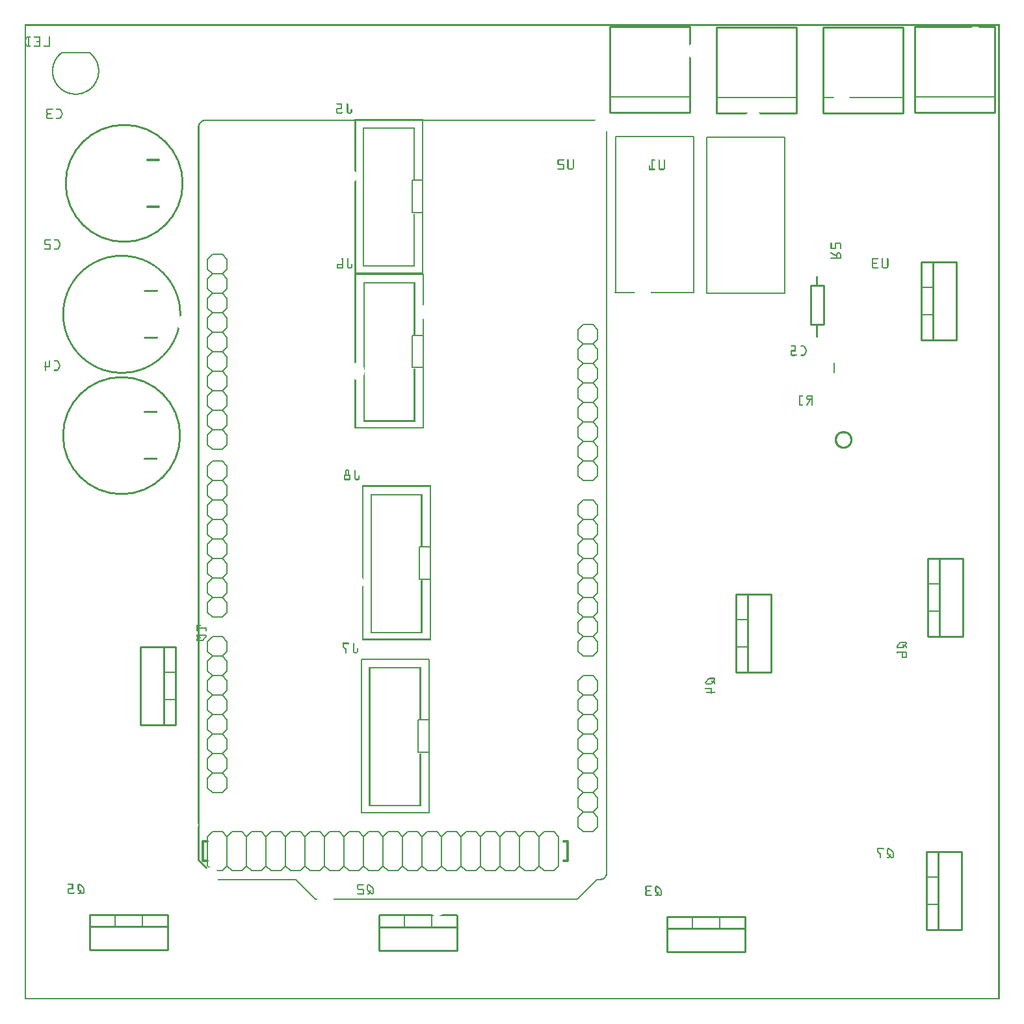
<source format=gbo>
G04 MADE WITH FRITZING*
G04 WWW.FRITZING.ORG*
G04 DOUBLE SIDED*
G04 HOLES PLATED*
G04 CONTOUR ON CENTER OF CONTOUR VECTOR*
%ASAXBY*%
%FSLAX23Y23*%
%MOIN*%
%OFA0B0*%
%SFA1.0B1.0*%
%ADD10C,0.610000X0.59*%
%ADD11R,0.063000X0.173200X0.047000X0.157200*%
%ADD12C,0.008000*%
%ADD13R,0.354200X0.795200X0.338200X0.779200*%
%ADD14C,0.010000*%
%ADD15C,0.005000*%
%ADD16C,0.012000*%
%ADD17C,0.006000*%
%ADD18R,0.001000X0.001000*%
%LNSILK0*%
G90*
G70*
G54D10*
X510Y4184D03*
X497Y2892D03*
G54D12*
X1987Y4201D02*
X2042Y4201D01*
X2042Y4035D01*
X1987Y4035D01*
X1987Y4201D01*
D02*
X1989Y3407D02*
X2044Y3407D01*
X2044Y3242D01*
X1989Y3242D01*
X1989Y3407D01*
D02*
X2026Y2322D02*
X2081Y2322D01*
X2081Y2157D01*
X2026Y2157D01*
X2026Y2322D01*
D02*
X1727Y1746D02*
X2073Y1746D01*
X2073Y959D01*
X1727Y959D01*
X1727Y1746D01*
D02*
X2018Y1435D02*
X2073Y1435D01*
X2073Y1270D01*
X2018Y1270D01*
X2018Y1435D01*
D02*
G54D14*
X4625Y758D02*
X4625Y358D01*
D02*
X4625Y358D02*
X4805Y358D01*
D02*
X4805Y358D02*
X4805Y758D01*
D02*
X4805Y758D02*
X4625Y758D01*
D02*
X4625Y758D02*
X4625Y358D01*
D02*
X4625Y358D02*
X4685Y358D01*
D02*
X4685Y358D02*
X4685Y758D01*
D02*
X4685Y758D02*
X4625Y758D01*
G54D15*
D02*
X4625Y628D02*
X4685Y628D01*
D02*
X4625Y488D02*
X4685Y488D01*
G54D14*
D02*
X3695Y424D02*
X3295Y424D01*
D02*
X3295Y424D02*
X3295Y244D01*
D02*
X3295Y244D02*
X3695Y244D01*
D02*
X3695Y244D02*
X3695Y424D01*
D02*
X3695Y424D02*
X3295Y424D01*
D02*
X3295Y424D02*
X3295Y364D01*
D02*
X3295Y364D02*
X3695Y364D01*
D02*
X3695Y364D02*
X3695Y424D01*
G54D15*
D02*
X3565Y424D02*
X3565Y364D01*
D02*
X3425Y424D02*
X3425Y364D01*
G54D14*
D02*
X1819Y433D02*
X1819Y253D01*
D02*
X1819Y253D02*
X2219Y253D01*
D02*
X2219Y253D02*
X2219Y433D01*
D02*
X1819Y433D02*
X1819Y373D01*
D02*
X1819Y373D02*
X2219Y373D01*
D02*
X2219Y373D02*
X2219Y433D01*
G54D15*
D02*
X1949Y433D02*
X1949Y373D01*
G54D14*
D02*
X4630Y2263D02*
X4630Y1863D01*
D02*
X4630Y1863D02*
X4810Y1863D01*
D02*
X4810Y1863D02*
X4810Y2263D01*
D02*
X4810Y2263D02*
X4630Y2263D01*
D02*
X4630Y2263D02*
X4630Y1863D01*
D02*
X4630Y1863D02*
X4690Y1863D01*
D02*
X4690Y1863D02*
X4690Y2263D01*
D02*
X4690Y2263D02*
X4630Y2263D01*
G54D15*
D02*
X4630Y2133D02*
X4690Y2133D01*
D02*
X4630Y1993D02*
X4690Y1993D01*
G54D14*
D02*
X775Y1409D02*
X775Y1809D01*
D02*
X775Y1809D02*
X595Y1809D01*
D02*
X595Y1809D02*
X595Y1409D01*
D02*
X595Y1409D02*
X775Y1409D01*
D02*
X775Y1409D02*
X775Y1809D01*
D02*
X775Y1809D02*
X715Y1809D01*
D02*
X715Y1809D02*
X715Y1409D01*
D02*
X715Y1409D02*
X775Y1409D01*
G54D15*
D02*
X775Y1539D02*
X715Y1539D01*
D02*
X775Y1679D02*
X715Y1679D01*
G54D14*
D02*
X735Y435D02*
X335Y435D01*
D02*
X335Y435D02*
X335Y255D01*
D02*
X335Y255D02*
X735Y255D01*
D02*
X735Y255D02*
X735Y435D01*
D02*
X735Y435D02*
X335Y435D01*
D02*
X335Y435D02*
X335Y375D01*
D02*
X335Y375D02*
X735Y375D01*
D02*
X735Y375D02*
X735Y435D01*
G54D15*
D02*
X605Y435D02*
X605Y375D01*
D02*
X465Y435D02*
X465Y375D01*
G54D14*
D02*
X3649Y2078D02*
X3649Y1678D01*
D02*
X3649Y1678D02*
X3829Y1678D01*
D02*
X3829Y1678D02*
X3829Y2078D01*
D02*
X3829Y2078D02*
X3649Y2078D01*
D02*
X3649Y2078D02*
X3649Y1678D01*
D02*
X3649Y1678D02*
X3709Y1678D01*
D02*
X3709Y1678D02*
X3709Y2078D01*
D02*
X3709Y2078D02*
X3649Y2078D01*
G54D15*
D02*
X3649Y1948D02*
X3709Y1948D01*
D02*
X3649Y1808D02*
X3709Y1808D01*
G54D12*
D02*
X3430Y4425D02*
X3030Y4425D01*
D02*
X3030Y4425D02*
X3030Y3625D01*
D02*
X3430Y3625D02*
X3430Y4425D01*
D02*
X3897Y4423D02*
X3497Y4423D01*
D02*
X3497Y4423D02*
X3497Y3623D01*
D02*
X3497Y3623D02*
X3897Y3623D01*
D02*
X3897Y3623D02*
X3897Y4423D01*
G54D16*
D02*
X2764Y811D02*
X2784Y811D01*
D02*
X2784Y811D02*
X2784Y711D01*
D02*
X2784Y711D02*
X2764Y711D01*
D02*
X939Y811D02*
X914Y811D01*
D02*
X914Y811D02*
X914Y711D01*
D02*
X914Y711D02*
X939Y711D01*
G54D17*
D02*
X2839Y1036D02*
X2839Y986D01*
D02*
X2839Y986D02*
X2864Y961D01*
D02*
X2864Y961D02*
X2914Y961D01*
D02*
X2914Y961D02*
X2939Y986D01*
D02*
X2864Y1161D02*
X2839Y1136D01*
D02*
X2839Y1136D02*
X2839Y1086D01*
D02*
X2839Y1086D02*
X2864Y1061D01*
D02*
X2864Y1061D02*
X2914Y1061D01*
D02*
X2914Y1061D02*
X2939Y1086D01*
D02*
X2939Y1086D02*
X2939Y1136D01*
D02*
X2939Y1136D02*
X2914Y1161D01*
D02*
X2839Y1036D02*
X2864Y1061D01*
D02*
X2914Y1061D02*
X2939Y1036D01*
D02*
X2939Y986D02*
X2939Y1036D01*
D02*
X2839Y1336D02*
X2839Y1286D01*
D02*
X2839Y1286D02*
X2864Y1261D01*
D02*
X2864Y1261D02*
X2914Y1261D01*
D02*
X2914Y1261D02*
X2939Y1286D01*
D02*
X2864Y1261D02*
X2839Y1236D01*
D02*
X2839Y1236D02*
X2839Y1186D01*
D02*
X2839Y1186D02*
X2864Y1161D01*
D02*
X2864Y1161D02*
X2914Y1161D01*
D02*
X2914Y1161D02*
X2939Y1186D01*
D02*
X2939Y1186D02*
X2939Y1236D01*
D02*
X2939Y1236D02*
X2914Y1261D01*
D02*
X2864Y1461D02*
X2839Y1436D01*
D02*
X2839Y1436D02*
X2839Y1386D01*
D02*
X2839Y1386D02*
X2864Y1361D01*
D02*
X2864Y1361D02*
X2914Y1361D01*
D02*
X2914Y1361D02*
X2939Y1386D01*
D02*
X2939Y1386D02*
X2939Y1436D01*
D02*
X2939Y1436D02*
X2914Y1461D01*
D02*
X2839Y1336D02*
X2864Y1361D01*
D02*
X2914Y1361D02*
X2939Y1336D01*
D02*
X2939Y1286D02*
X2939Y1336D01*
D02*
X2839Y1636D02*
X2839Y1586D01*
D02*
X2839Y1586D02*
X2864Y1561D01*
D02*
X2864Y1561D02*
X2914Y1561D01*
D02*
X2914Y1561D02*
X2939Y1586D01*
D02*
X2864Y1561D02*
X2839Y1536D01*
D02*
X2839Y1536D02*
X2839Y1486D01*
D02*
X2839Y1486D02*
X2864Y1461D01*
D02*
X2864Y1461D02*
X2914Y1461D01*
D02*
X2914Y1461D02*
X2939Y1486D01*
D02*
X2939Y1486D02*
X2939Y1536D01*
D02*
X2939Y1536D02*
X2914Y1561D01*
D02*
X2864Y1661D02*
X2914Y1661D01*
D02*
X2839Y1636D02*
X2864Y1661D01*
D02*
X2914Y1661D02*
X2939Y1636D01*
D02*
X2939Y1586D02*
X2939Y1636D01*
D02*
X2839Y936D02*
X2839Y886D01*
D02*
X2839Y886D02*
X2864Y861D01*
D02*
X2864Y861D02*
X2914Y861D01*
D02*
X2914Y861D02*
X2939Y886D01*
D02*
X2839Y936D02*
X2864Y961D01*
D02*
X2914Y961D02*
X2939Y936D01*
D02*
X2939Y886D02*
X2939Y936D01*
D02*
X2839Y1936D02*
X2839Y1886D01*
D02*
X2839Y1886D02*
X2864Y1861D01*
D02*
X2864Y1861D02*
X2914Y1861D01*
D02*
X2914Y1861D02*
X2939Y1886D01*
D02*
X2864Y2061D02*
X2839Y2036D01*
D02*
X2839Y2036D02*
X2839Y1986D01*
D02*
X2839Y1986D02*
X2864Y1961D01*
D02*
X2864Y1961D02*
X2914Y1961D01*
D02*
X2914Y1961D02*
X2939Y1986D01*
D02*
X2939Y1986D02*
X2939Y2036D01*
D02*
X2939Y2036D02*
X2914Y2061D01*
D02*
X2839Y1936D02*
X2864Y1961D01*
D02*
X2914Y1961D02*
X2939Y1936D01*
D02*
X2939Y1886D02*
X2939Y1936D01*
D02*
X2839Y2236D02*
X2839Y2186D01*
D02*
X2839Y2186D02*
X2864Y2161D01*
D02*
X2864Y2161D02*
X2914Y2161D01*
D02*
X2914Y2161D02*
X2939Y2186D01*
D02*
X2864Y2161D02*
X2839Y2136D01*
D02*
X2839Y2136D02*
X2839Y2086D01*
D02*
X2839Y2086D02*
X2864Y2061D01*
D02*
X2864Y2061D02*
X2914Y2061D01*
D02*
X2914Y2061D02*
X2939Y2086D01*
D02*
X2939Y2086D02*
X2939Y2136D01*
D02*
X2939Y2136D02*
X2914Y2161D01*
D02*
X2864Y2361D02*
X2839Y2336D01*
D02*
X2839Y2336D02*
X2839Y2286D01*
D02*
X2839Y2286D02*
X2864Y2261D01*
D02*
X2864Y2261D02*
X2914Y2261D01*
D02*
X2914Y2261D02*
X2939Y2286D01*
D02*
X2939Y2286D02*
X2939Y2336D01*
D02*
X2939Y2336D02*
X2914Y2361D01*
D02*
X2839Y2236D02*
X2864Y2261D01*
D02*
X2914Y2261D02*
X2939Y2236D01*
D02*
X2939Y2186D02*
X2939Y2236D01*
D02*
X2839Y2536D02*
X2839Y2486D01*
D02*
X2839Y2486D02*
X2864Y2461D01*
D02*
X2864Y2461D02*
X2914Y2461D01*
D02*
X2914Y2461D02*
X2939Y2486D01*
D02*
X2864Y2461D02*
X2839Y2436D01*
D02*
X2839Y2436D02*
X2839Y2386D01*
D02*
X2839Y2386D02*
X2864Y2361D01*
D02*
X2864Y2361D02*
X2914Y2361D01*
D02*
X2914Y2361D02*
X2939Y2386D01*
D02*
X2939Y2386D02*
X2939Y2436D01*
D02*
X2939Y2436D02*
X2914Y2461D01*
D02*
X2864Y2561D02*
X2914Y2561D01*
D02*
X2839Y2536D02*
X2864Y2561D01*
D02*
X2914Y2561D02*
X2939Y2536D01*
D02*
X2939Y2486D02*
X2939Y2536D01*
D02*
X2839Y1836D02*
X2839Y1786D01*
D02*
X2839Y1786D02*
X2864Y1761D01*
D02*
X2864Y1761D02*
X2914Y1761D01*
D02*
X2914Y1761D02*
X2939Y1786D01*
D02*
X2839Y1836D02*
X2864Y1861D01*
D02*
X2914Y1861D02*
X2939Y1836D01*
D02*
X2939Y1786D02*
X2939Y1836D01*
D02*
X1039Y1686D02*
X1039Y1736D01*
D02*
X1039Y1736D02*
X1014Y1761D01*
D02*
X1014Y1761D02*
X964Y1761D01*
D02*
X964Y1761D02*
X939Y1736D01*
D02*
X1014Y1561D02*
X1039Y1586D01*
D02*
X1039Y1586D02*
X1039Y1636D01*
D02*
X1039Y1636D02*
X1014Y1661D01*
D02*
X1014Y1661D02*
X964Y1661D01*
D02*
X964Y1661D02*
X939Y1636D01*
D02*
X939Y1636D02*
X939Y1586D01*
D02*
X939Y1586D02*
X964Y1561D01*
D02*
X1039Y1686D02*
X1014Y1661D01*
D02*
X964Y1661D02*
X939Y1686D01*
D02*
X939Y1736D02*
X939Y1686D01*
D02*
X1039Y1386D02*
X1039Y1436D01*
D02*
X1039Y1436D02*
X1014Y1461D01*
D02*
X1014Y1461D02*
X964Y1461D01*
D02*
X964Y1461D02*
X939Y1436D01*
D02*
X1014Y1461D02*
X1039Y1486D01*
D02*
X1039Y1486D02*
X1039Y1536D01*
D02*
X1039Y1536D02*
X1014Y1561D01*
D02*
X1014Y1561D02*
X964Y1561D01*
D02*
X964Y1561D02*
X939Y1536D01*
D02*
X939Y1536D02*
X939Y1486D01*
D02*
X939Y1486D02*
X964Y1461D01*
D02*
X1014Y1261D02*
X1039Y1286D01*
D02*
X1039Y1286D02*
X1039Y1336D01*
D02*
X1039Y1336D02*
X1014Y1361D01*
D02*
X1014Y1361D02*
X964Y1361D01*
D02*
X964Y1361D02*
X939Y1336D01*
D02*
X939Y1336D02*
X939Y1286D01*
D02*
X939Y1286D02*
X964Y1261D01*
D02*
X1039Y1386D02*
X1014Y1361D01*
D02*
X964Y1361D02*
X939Y1386D01*
D02*
X939Y1436D02*
X939Y1386D01*
D02*
X1039Y1086D02*
X1039Y1136D01*
D02*
X1039Y1136D02*
X1014Y1161D01*
D02*
X1014Y1161D02*
X964Y1161D01*
D02*
X964Y1161D02*
X939Y1136D01*
D02*
X1014Y1161D02*
X1039Y1186D01*
D02*
X1039Y1186D02*
X1039Y1236D01*
D02*
X1039Y1236D02*
X1014Y1261D01*
D02*
X1014Y1261D02*
X964Y1261D01*
D02*
X964Y1261D02*
X939Y1236D01*
D02*
X939Y1236D02*
X939Y1186D01*
D02*
X939Y1186D02*
X964Y1161D01*
D02*
X1014Y1061D02*
X964Y1061D01*
D02*
X1039Y1086D02*
X1014Y1061D01*
D02*
X964Y1061D02*
X939Y1086D01*
D02*
X939Y1136D02*
X939Y1086D01*
D02*
X1039Y1786D02*
X1039Y1836D01*
D02*
X1039Y1836D02*
X1014Y1861D01*
D02*
X1014Y1861D02*
X964Y1861D01*
D02*
X964Y1861D02*
X939Y1836D01*
D02*
X1039Y1786D02*
X1014Y1761D01*
D02*
X964Y1761D02*
X939Y1786D01*
D02*
X939Y1836D02*
X939Y1786D01*
D02*
X964Y3021D02*
X939Y2996D01*
D02*
X939Y2996D02*
X939Y2946D01*
D02*
X939Y2946D02*
X964Y2921D01*
D02*
X964Y2921D02*
X1014Y2921D01*
D02*
X1014Y2921D02*
X1039Y2946D01*
D02*
X1039Y2946D02*
X1039Y2996D01*
D02*
X1039Y2996D02*
X1014Y3021D01*
D02*
X939Y3196D02*
X939Y3146D01*
D02*
X939Y3146D02*
X964Y3121D01*
D02*
X964Y3121D02*
X1014Y3121D01*
D02*
X1014Y3121D02*
X1039Y3146D01*
D02*
X964Y3121D02*
X939Y3096D01*
D02*
X939Y3096D02*
X939Y3046D01*
D02*
X939Y3046D02*
X964Y3021D01*
D02*
X964Y3021D02*
X1014Y3021D01*
D02*
X1014Y3021D02*
X1039Y3046D01*
D02*
X1039Y3046D02*
X1039Y3096D01*
D02*
X1039Y3096D02*
X1014Y3121D01*
D02*
X964Y3321D02*
X939Y3296D01*
D02*
X939Y3296D02*
X939Y3246D01*
D02*
X939Y3246D02*
X964Y3221D01*
D02*
X964Y3221D02*
X1014Y3221D01*
D02*
X1014Y3221D02*
X1039Y3246D01*
D02*
X1039Y3246D02*
X1039Y3296D01*
D02*
X1039Y3296D02*
X1014Y3321D01*
D02*
X939Y3196D02*
X964Y3221D01*
D02*
X1014Y3221D02*
X1039Y3196D01*
D02*
X1039Y3146D02*
X1039Y3196D01*
D02*
X939Y3496D02*
X939Y3446D01*
D02*
X939Y3446D02*
X964Y3421D01*
D02*
X964Y3421D02*
X1014Y3421D01*
D02*
X1014Y3421D02*
X1039Y3446D01*
D02*
X964Y3421D02*
X939Y3396D01*
D02*
X939Y3396D02*
X939Y3346D01*
D02*
X939Y3346D02*
X964Y3321D01*
D02*
X964Y3321D02*
X1014Y3321D01*
D02*
X1014Y3321D02*
X1039Y3346D01*
D02*
X1039Y3346D02*
X1039Y3396D01*
D02*
X1039Y3396D02*
X1014Y3421D01*
D02*
X964Y3621D02*
X939Y3596D01*
D02*
X939Y3596D02*
X939Y3546D01*
D02*
X939Y3546D02*
X964Y3521D01*
D02*
X964Y3521D02*
X1014Y3521D01*
D02*
X1014Y3521D02*
X1039Y3546D01*
D02*
X1039Y3546D02*
X1039Y3596D01*
D02*
X1039Y3596D02*
X1014Y3621D01*
D02*
X939Y3496D02*
X964Y3521D01*
D02*
X1014Y3521D02*
X1039Y3496D01*
D02*
X1039Y3446D02*
X1039Y3496D01*
D02*
X939Y3796D02*
X939Y3746D01*
D02*
X939Y3746D02*
X964Y3721D01*
D02*
X964Y3721D02*
X1014Y3721D01*
D02*
X1014Y3721D02*
X1039Y3746D01*
D02*
X964Y3721D02*
X939Y3696D01*
D02*
X939Y3696D02*
X939Y3646D01*
D02*
X939Y3646D02*
X964Y3621D01*
D02*
X964Y3621D02*
X1014Y3621D01*
D02*
X1014Y3621D02*
X1039Y3646D01*
D02*
X1039Y3646D02*
X1039Y3696D01*
D02*
X1039Y3696D02*
X1014Y3721D01*
D02*
X964Y3821D02*
X1014Y3821D01*
D02*
X939Y3796D02*
X964Y3821D01*
D02*
X1014Y3821D02*
X1039Y3796D01*
D02*
X1039Y3746D02*
X1039Y3796D01*
D02*
X939Y2896D02*
X939Y2846D01*
D02*
X939Y2846D02*
X964Y2821D01*
D02*
X964Y2821D02*
X1014Y2821D01*
D02*
X1014Y2821D02*
X1039Y2846D01*
D02*
X939Y2896D02*
X964Y2921D01*
D02*
X1014Y2921D02*
X1039Y2896D01*
D02*
X1039Y2846D02*
X1039Y2896D01*
D02*
X2839Y2836D02*
X2839Y2786D01*
D02*
X2839Y2786D02*
X2864Y2761D01*
D02*
X2864Y2761D02*
X2914Y2761D01*
D02*
X2914Y2761D02*
X2939Y2786D01*
D02*
X2864Y2961D02*
X2839Y2936D01*
D02*
X2839Y2936D02*
X2839Y2886D01*
D02*
X2839Y2886D02*
X2864Y2861D01*
D02*
X2864Y2861D02*
X2914Y2861D01*
D02*
X2914Y2861D02*
X2939Y2886D01*
D02*
X2939Y2886D02*
X2939Y2936D01*
D02*
X2939Y2936D02*
X2914Y2961D01*
D02*
X2839Y2836D02*
X2864Y2861D01*
D02*
X2914Y2861D02*
X2939Y2836D01*
D02*
X2939Y2786D02*
X2939Y2836D01*
D02*
X2839Y3136D02*
X2839Y3086D01*
D02*
X2839Y3086D02*
X2864Y3061D01*
D02*
X2864Y3061D02*
X2914Y3061D01*
D02*
X2914Y3061D02*
X2939Y3086D01*
D02*
X2864Y3061D02*
X2839Y3036D01*
D02*
X2839Y3036D02*
X2839Y2986D01*
D02*
X2839Y2986D02*
X2864Y2961D01*
D02*
X2864Y2961D02*
X2914Y2961D01*
D02*
X2914Y2961D02*
X2939Y2986D01*
D02*
X2939Y2986D02*
X2939Y3036D01*
D02*
X2939Y3036D02*
X2914Y3061D01*
D02*
X2864Y3261D02*
X2839Y3236D01*
D02*
X2839Y3236D02*
X2839Y3186D01*
D02*
X2839Y3186D02*
X2864Y3161D01*
D02*
X2864Y3161D02*
X2914Y3161D01*
D02*
X2914Y3161D02*
X2939Y3186D01*
D02*
X2939Y3186D02*
X2939Y3236D01*
D02*
X2939Y3236D02*
X2914Y3261D01*
D02*
X2839Y3136D02*
X2864Y3161D01*
D02*
X2914Y3161D02*
X2939Y3136D01*
D02*
X2939Y3086D02*
X2939Y3136D01*
D02*
X2839Y3436D02*
X2839Y3386D01*
D02*
X2839Y3386D02*
X2864Y3361D01*
D02*
X2864Y3361D02*
X2914Y3361D01*
D02*
X2914Y3361D02*
X2939Y3386D01*
D02*
X2864Y3361D02*
X2839Y3336D01*
D02*
X2839Y3336D02*
X2839Y3286D01*
D02*
X2839Y3286D02*
X2864Y3261D01*
D02*
X2864Y3261D02*
X2914Y3261D01*
D02*
X2914Y3261D02*
X2939Y3286D01*
D02*
X2939Y3286D02*
X2939Y3336D01*
D02*
X2939Y3336D02*
X2914Y3361D01*
D02*
X2864Y3461D02*
X2914Y3461D01*
D02*
X2839Y3436D02*
X2864Y3461D01*
D02*
X2914Y3461D02*
X2939Y3436D01*
D02*
X2939Y3386D02*
X2939Y3436D01*
D02*
X2839Y2736D02*
X2839Y2686D01*
D02*
X2839Y2686D02*
X2864Y2661D01*
D02*
X2864Y2661D02*
X2914Y2661D01*
D02*
X2914Y2661D02*
X2939Y2686D01*
D02*
X2839Y2736D02*
X2864Y2761D01*
D02*
X2914Y2761D02*
X2939Y2736D01*
D02*
X2939Y2686D02*
X2939Y2736D01*
D02*
X1039Y2586D02*
X1039Y2636D01*
D02*
X1039Y2636D02*
X1014Y2661D01*
D02*
X1014Y2661D02*
X964Y2661D01*
D02*
X964Y2661D02*
X939Y2636D01*
D02*
X1014Y2461D02*
X1039Y2486D01*
D02*
X1039Y2486D02*
X1039Y2536D01*
D02*
X1039Y2536D02*
X1014Y2561D01*
D02*
X1014Y2561D02*
X964Y2561D01*
D02*
X964Y2561D02*
X939Y2536D01*
D02*
X939Y2536D02*
X939Y2486D01*
D02*
X939Y2486D02*
X964Y2461D01*
D02*
X1039Y2586D02*
X1014Y2561D01*
D02*
X964Y2561D02*
X939Y2586D01*
D02*
X939Y2636D02*
X939Y2586D01*
D02*
X1039Y2286D02*
X1039Y2336D01*
D02*
X1039Y2336D02*
X1014Y2361D01*
D02*
X1014Y2361D02*
X964Y2361D01*
D02*
X964Y2361D02*
X939Y2336D01*
D02*
X1014Y2361D02*
X1039Y2386D01*
D02*
X1039Y2386D02*
X1039Y2436D01*
D02*
X1039Y2436D02*
X1014Y2461D01*
D02*
X1014Y2461D02*
X964Y2461D01*
D02*
X964Y2461D02*
X939Y2436D01*
D02*
X939Y2436D02*
X939Y2386D01*
D02*
X939Y2386D02*
X964Y2361D01*
D02*
X1014Y2161D02*
X1039Y2186D01*
D02*
X1039Y2186D02*
X1039Y2236D01*
D02*
X1039Y2236D02*
X1014Y2261D01*
D02*
X1014Y2261D02*
X964Y2261D01*
D02*
X964Y2261D02*
X939Y2236D01*
D02*
X939Y2236D02*
X939Y2186D01*
D02*
X939Y2186D02*
X964Y2161D01*
D02*
X1039Y2286D02*
X1014Y2261D01*
D02*
X964Y2261D02*
X939Y2286D01*
D02*
X939Y2336D02*
X939Y2286D01*
D02*
X1039Y1986D02*
X1039Y2036D01*
D02*
X1039Y2036D02*
X1014Y2061D01*
D02*
X1014Y2061D02*
X964Y2061D01*
D02*
X964Y2061D02*
X939Y2036D01*
D02*
X1014Y2061D02*
X1039Y2086D01*
D02*
X1039Y2086D02*
X1039Y2136D01*
D02*
X1039Y2136D02*
X1014Y2161D01*
D02*
X1014Y2161D02*
X964Y2161D01*
D02*
X964Y2161D02*
X939Y2136D01*
D02*
X939Y2136D02*
X939Y2086D01*
D02*
X939Y2086D02*
X964Y2061D01*
D02*
X1014Y1961D02*
X964Y1961D01*
D02*
X1039Y1986D02*
X1014Y1961D01*
D02*
X964Y1961D02*
X939Y1986D01*
D02*
X939Y2036D02*
X939Y1986D01*
D02*
X1039Y2686D02*
X1039Y2736D01*
D02*
X1039Y2736D02*
X1014Y2761D01*
D02*
X1014Y2761D02*
X964Y2761D01*
D02*
X964Y2761D02*
X939Y2736D01*
D02*
X1039Y2686D02*
X1014Y2661D01*
D02*
X964Y2661D02*
X939Y2686D01*
D02*
X939Y2736D02*
X939Y2686D01*
D02*
X939Y836D02*
X964Y861D01*
D02*
X964Y861D02*
X1014Y861D01*
D02*
X1014Y861D02*
X1039Y836D01*
D02*
X1039Y836D02*
X1064Y861D01*
D02*
X1064Y861D02*
X1114Y861D01*
D02*
X1114Y861D02*
X1139Y836D01*
D02*
X1139Y836D02*
X1164Y861D01*
D02*
X1164Y861D02*
X1214Y861D01*
D02*
X1214Y861D02*
X1239Y836D01*
D02*
X1239Y836D02*
X1264Y861D01*
D02*
X1264Y861D02*
X1314Y861D01*
D02*
X1314Y861D02*
X1339Y836D01*
D02*
X1339Y836D02*
X1364Y861D01*
D02*
X1364Y861D02*
X1414Y861D01*
D02*
X1414Y861D02*
X1439Y836D01*
D02*
X1439Y836D02*
X1464Y861D01*
D02*
X1464Y861D02*
X1514Y861D01*
D02*
X1514Y861D02*
X1539Y836D01*
D02*
X939Y836D02*
X939Y686D01*
D02*
X1014Y661D02*
X1039Y686D01*
D02*
X1039Y686D02*
X1064Y661D01*
D02*
X1064Y661D02*
X1114Y661D01*
D02*
X1114Y661D02*
X1139Y686D01*
D02*
X1139Y686D02*
X1164Y661D01*
D02*
X1164Y661D02*
X1214Y661D01*
D02*
X1214Y661D02*
X1239Y686D01*
D02*
X1239Y686D02*
X1264Y661D01*
D02*
X1264Y661D02*
X1314Y661D01*
D02*
X1314Y661D02*
X1339Y686D01*
D02*
X1339Y686D02*
X1364Y661D01*
D02*
X1364Y661D02*
X1414Y661D01*
D02*
X1414Y661D02*
X1439Y686D01*
D02*
X1439Y686D02*
X1464Y661D01*
D02*
X1464Y661D02*
X1514Y661D01*
D02*
X1514Y661D02*
X1539Y686D01*
D02*
X1539Y686D02*
X1564Y661D01*
D02*
X1564Y661D02*
X1614Y661D01*
D02*
X1614Y661D02*
X1639Y686D01*
D02*
X1639Y686D02*
X1664Y661D01*
D02*
X1664Y661D02*
X1714Y661D01*
D02*
X1714Y661D02*
X1739Y686D01*
D02*
X1739Y686D02*
X1764Y661D01*
D02*
X1764Y661D02*
X1814Y661D01*
D02*
X1814Y661D02*
X1839Y686D01*
D02*
X1839Y686D02*
X1864Y661D01*
D02*
X1864Y661D02*
X1914Y661D01*
D02*
X1914Y661D02*
X1939Y686D01*
D02*
X1939Y686D02*
X1964Y661D01*
D02*
X1964Y661D02*
X2014Y661D01*
D02*
X2014Y661D02*
X2039Y686D01*
D02*
X2039Y686D02*
X2064Y661D01*
D02*
X2064Y661D02*
X2114Y661D01*
D02*
X2139Y686D02*
X2114Y661D01*
D02*
X2139Y686D02*
X2164Y661D01*
D02*
X2214Y661D02*
X2164Y661D01*
D02*
X2214Y661D02*
X2239Y686D01*
D02*
X2239Y686D02*
X2264Y661D01*
D02*
X2314Y661D02*
X2264Y661D01*
D02*
X2314Y661D02*
X2339Y686D01*
D02*
X2339Y686D02*
X2364Y661D01*
D02*
X2414Y661D02*
X2364Y661D01*
D02*
X2414Y661D02*
X2439Y686D01*
D02*
X2439Y686D02*
X2464Y661D01*
D02*
X2514Y661D02*
X2464Y661D01*
D02*
X2514Y661D02*
X2539Y686D01*
D02*
X2539Y686D02*
X2564Y661D01*
D02*
X2614Y661D02*
X2564Y661D01*
D02*
X2614Y661D02*
X2639Y686D01*
D02*
X2639Y686D02*
X2664Y661D01*
D02*
X2714Y661D02*
X2664Y661D01*
D02*
X2714Y661D02*
X2739Y686D01*
D02*
X2739Y836D02*
X2714Y861D01*
D02*
X2714Y861D02*
X2664Y861D01*
D02*
X2639Y836D02*
X2664Y861D01*
D02*
X2639Y836D02*
X2614Y861D01*
D02*
X2614Y861D02*
X2564Y861D01*
D02*
X2539Y836D02*
X2564Y861D01*
D02*
X2539Y836D02*
X2514Y861D01*
D02*
X2464Y861D02*
X2514Y861D01*
D02*
X2464Y861D02*
X2439Y836D01*
D02*
X2439Y836D02*
X2414Y861D01*
D02*
X2364Y861D02*
X2414Y861D01*
D02*
X2364Y861D02*
X2339Y836D01*
D02*
X2339Y836D02*
X2314Y861D01*
D02*
X2314Y861D02*
X2264Y861D01*
D02*
X2239Y836D02*
X2264Y861D01*
D02*
X2239Y836D02*
X2214Y861D01*
D02*
X2214Y861D02*
X2164Y861D01*
D02*
X2139Y836D02*
X2164Y861D01*
D02*
X2139Y836D02*
X2114Y861D01*
D02*
X2114Y861D02*
X2064Y861D01*
D02*
X2039Y836D02*
X2064Y861D01*
D02*
X2039Y836D02*
X2014Y861D01*
D02*
X2014Y861D02*
X1964Y861D01*
D02*
X1939Y836D02*
X1964Y861D01*
D02*
X1939Y836D02*
X1914Y861D01*
D02*
X1914Y861D02*
X1864Y861D01*
D02*
X1839Y836D02*
X1864Y861D01*
D02*
X1839Y836D02*
X1814Y861D01*
D02*
X1814Y861D02*
X1764Y861D01*
D02*
X1739Y836D02*
X1764Y861D01*
D02*
X1739Y836D02*
X1714Y861D01*
D02*
X1714Y861D02*
X1664Y861D01*
D02*
X1639Y836D02*
X1664Y861D01*
D02*
X1639Y836D02*
X1614Y861D01*
D02*
X1614Y861D02*
X1564Y861D01*
D02*
X1539Y836D02*
X1564Y861D01*
D02*
X1039Y686D02*
X1039Y836D01*
D02*
X1139Y686D02*
X1139Y836D01*
D02*
X1239Y686D02*
X1239Y836D01*
D02*
X1339Y686D02*
X1339Y836D01*
D02*
X1439Y686D02*
X1439Y836D01*
D02*
X1539Y686D02*
X1539Y836D01*
D02*
X1639Y686D02*
X1639Y836D01*
D02*
X1739Y686D02*
X1739Y836D01*
D02*
X1839Y686D02*
X1839Y836D01*
D02*
X1939Y686D02*
X1939Y836D01*
D02*
X2039Y686D02*
X2039Y836D01*
D02*
X2139Y686D02*
X2139Y836D01*
D02*
X2239Y686D02*
X2239Y836D01*
D02*
X2339Y686D02*
X2339Y836D01*
D02*
X2439Y686D02*
X2439Y836D01*
D02*
X2539Y686D02*
X2539Y836D01*
D02*
X2639Y686D02*
X2639Y836D01*
D02*
X2739Y686D02*
X2739Y836D01*
G54D14*
D02*
X3002Y4988D02*
X3412Y4988D01*
D02*
X3412Y4548D02*
X3002Y4548D01*
D02*
X3002Y4548D02*
X3002Y4988D01*
G54D15*
D02*
X3412Y4628D02*
X3002Y4628D01*
G54D14*
D02*
X4975Y4988D02*
X4975Y4548D01*
D02*
X4975Y4548D02*
X4565Y4548D01*
D02*
X4565Y4548D02*
X4565Y4988D01*
G54D15*
D02*
X4975Y4628D02*
X4565Y4628D01*
G54D14*
D02*
X4093Y4984D02*
X4503Y4984D01*
D02*
X4503Y4984D02*
X4503Y4544D01*
D02*
X4503Y4544D02*
X4093Y4544D01*
D02*
X4093Y4544D02*
X4093Y4984D01*
D02*
X3549Y4984D02*
X3959Y4984D01*
D02*
X3959Y4984D02*
X3959Y4544D01*
D02*
X3549Y4544D02*
X3549Y4984D01*
G54D15*
D02*
X3959Y4624D02*
X3549Y4624D01*
G54D14*
D02*
X4097Y3461D02*
X4097Y3661D01*
D02*
X4097Y3661D02*
X4031Y3661D01*
D02*
X4031Y3661D02*
X4031Y3461D01*
D02*
X4031Y3461D02*
X4097Y3461D01*
G54D12*
D02*
X4150Y3216D02*
X4150Y3266D01*
G54D14*
D02*
X4597Y3782D02*
X4597Y3382D01*
D02*
X4597Y3382D02*
X4777Y3382D01*
D02*
X4777Y3382D02*
X4777Y3782D01*
D02*
X4777Y3782D02*
X4597Y3782D01*
D02*
X4597Y3782D02*
X4597Y3382D01*
D02*
X4597Y3382D02*
X4657Y3382D01*
D02*
X4657Y3382D02*
X4657Y3782D01*
D02*
X4657Y3782D02*
X4597Y3782D01*
G54D15*
D02*
X4597Y3652D02*
X4657Y3652D01*
D02*
X4597Y3512D02*
X4657Y3512D01*
G54D18*
X0Y5000D02*
X4999Y5000D01*
X0Y4999D02*
X4999Y4999D01*
X0Y4998D02*
X4999Y4998D01*
X0Y4997D02*
X4999Y4997D01*
X0Y4996D02*
X4999Y4996D01*
X0Y4995D02*
X4999Y4995D01*
X0Y4994D02*
X4999Y4994D01*
X0Y4993D02*
X4999Y4993D01*
X0Y4992D02*
X7Y4992D01*
X4565Y4992D02*
X4974Y4992D01*
X4992Y4992D02*
X4999Y4992D01*
X0Y4991D02*
X7Y4991D01*
X4565Y4991D02*
X4974Y4991D01*
X4992Y4991D02*
X4999Y4991D01*
X0Y4990D02*
X7Y4990D01*
X4565Y4990D02*
X4974Y4990D01*
X4992Y4990D02*
X4999Y4990D01*
X0Y4989D02*
X7Y4989D01*
X4565Y4989D02*
X4870Y4989D01*
X4879Y4989D02*
X4974Y4989D01*
X4992Y4989D02*
X4999Y4989D01*
X0Y4988D02*
X7Y4988D01*
X3407Y4988D02*
X3416Y4988D01*
X4565Y4988D02*
X4865Y4988D01*
X4884Y4988D02*
X4974Y4988D01*
X4992Y4988D02*
X4999Y4988D01*
X0Y4987D02*
X7Y4987D01*
X3407Y4987D02*
X3416Y4987D01*
X4565Y4987D02*
X4862Y4987D01*
X4887Y4987D02*
X4974Y4987D01*
X4992Y4987D02*
X4999Y4987D01*
X0Y4986D02*
X7Y4986D01*
X3407Y4986D02*
X3416Y4986D01*
X4565Y4986D02*
X4859Y4986D01*
X4890Y4986D02*
X4974Y4986D01*
X4992Y4986D02*
X4999Y4986D01*
X0Y4985D02*
X7Y4985D01*
X3407Y4985D02*
X3416Y4985D01*
X4565Y4985D02*
X4857Y4985D01*
X4892Y4985D02*
X4974Y4985D01*
X4992Y4985D02*
X4999Y4985D01*
X0Y4984D02*
X7Y4984D01*
X3407Y4984D02*
X3416Y4984D01*
X4565Y4984D02*
X4855Y4984D01*
X4894Y4984D02*
X4974Y4984D01*
X4992Y4984D02*
X4999Y4984D01*
X0Y4983D02*
X7Y4983D01*
X3407Y4983D02*
X3416Y4983D01*
X4992Y4983D02*
X4999Y4983D01*
X0Y4982D02*
X7Y4982D01*
X3407Y4982D02*
X3416Y4982D01*
X4992Y4982D02*
X4999Y4982D01*
X0Y4981D02*
X7Y4981D01*
X3407Y4981D02*
X3416Y4981D01*
X4992Y4981D02*
X4999Y4981D01*
X0Y4980D02*
X7Y4980D01*
X3407Y4980D02*
X3416Y4980D01*
X4992Y4980D02*
X4999Y4980D01*
X0Y4979D02*
X7Y4979D01*
X3407Y4979D02*
X3416Y4979D01*
X4992Y4979D02*
X4999Y4979D01*
X0Y4978D02*
X7Y4978D01*
X3407Y4978D02*
X3416Y4978D01*
X4992Y4978D02*
X4999Y4978D01*
X0Y4977D02*
X7Y4977D01*
X3407Y4977D02*
X3416Y4977D01*
X4992Y4977D02*
X4999Y4977D01*
X0Y4976D02*
X7Y4976D01*
X3407Y4976D02*
X3416Y4976D01*
X4992Y4976D02*
X4999Y4976D01*
X0Y4975D02*
X7Y4975D01*
X3407Y4975D02*
X3416Y4975D01*
X4992Y4975D02*
X4999Y4975D01*
X0Y4974D02*
X7Y4974D01*
X3407Y4974D02*
X3416Y4974D01*
X4992Y4974D02*
X4999Y4974D01*
X0Y4973D02*
X7Y4973D01*
X3407Y4973D02*
X3416Y4973D01*
X4992Y4973D02*
X4999Y4973D01*
X0Y4972D02*
X7Y4972D01*
X3407Y4972D02*
X3416Y4972D01*
X4992Y4972D02*
X4999Y4972D01*
X0Y4971D02*
X7Y4971D01*
X3407Y4971D02*
X3416Y4971D01*
X4992Y4971D02*
X4999Y4971D01*
X0Y4970D02*
X7Y4970D01*
X3407Y4970D02*
X3416Y4970D01*
X4992Y4970D02*
X4999Y4970D01*
X0Y4969D02*
X7Y4969D01*
X3407Y4969D02*
X3416Y4969D01*
X4992Y4969D02*
X4999Y4969D01*
X0Y4968D02*
X7Y4968D01*
X3407Y4968D02*
X3416Y4968D01*
X4992Y4968D02*
X4999Y4968D01*
X0Y4967D02*
X7Y4967D01*
X3407Y4967D02*
X3416Y4967D01*
X4992Y4967D02*
X4999Y4967D01*
X0Y4966D02*
X7Y4966D01*
X3407Y4966D02*
X3416Y4966D01*
X4992Y4966D02*
X4999Y4966D01*
X0Y4965D02*
X7Y4965D01*
X3407Y4965D02*
X3416Y4965D01*
X4992Y4965D02*
X4999Y4965D01*
X0Y4964D02*
X7Y4964D01*
X3407Y4964D02*
X3416Y4964D01*
X4992Y4964D02*
X4999Y4964D01*
X0Y4963D02*
X7Y4963D01*
X3407Y4963D02*
X3416Y4963D01*
X4992Y4963D02*
X4999Y4963D01*
X0Y4962D02*
X7Y4962D01*
X3407Y4962D02*
X3416Y4962D01*
X4992Y4962D02*
X4999Y4962D01*
X0Y4961D02*
X7Y4961D01*
X3407Y4961D02*
X3416Y4961D01*
X4992Y4961D02*
X4999Y4961D01*
X0Y4960D02*
X7Y4960D01*
X3407Y4960D02*
X3416Y4960D01*
X4992Y4960D02*
X4999Y4960D01*
X0Y4959D02*
X7Y4959D01*
X3407Y4959D02*
X3416Y4959D01*
X4992Y4959D02*
X4999Y4959D01*
X0Y4958D02*
X7Y4958D01*
X3407Y4958D02*
X3416Y4958D01*
X4992Y4958D02*
X4999Y4958D01*
X0Y4957D02*
X7Y4957D01*
X3407Y4957D02*
X3416Y4957D01*
X4992Y4957D02*
X4999Y4957D01*
X0Y4956D02*
X7Y4956D01*
X3407Y4956D02*
X3416Y4956D01*
X4992Y4956D02*
X4999Y4956D01*
X0Y4955D02*
X7Y4955D01*
X3407Y4955D02*
X3416Y4955D01*
X4992Y4955D02*
X4999Y4955D01*
X0Y4954D02*
X7Y4954D01*
X3407Y4954D02*
X3416Y4954D01*
X4992Y4954D02*
X4999Y4954D01*
X0Y4953D02*
X7Y4953D01*
X3407Y4953D02*
X3416Y4953D01*
X4992Y4953D02*
X4999Y4953D01*
X0Y4952D02*
X7Y4952D01*
X3407Y4952D02*
X3416Y4952D01*
X4992Y4952D02*
X4999Y4952D01*
X0Y4951D02*
X7Y4951D01*
X3407Y4951D02*
X3416Y4951D01*
X4992Y4951D02*
X4999Y4951D01*
X0Y4950D02*
X7Y4950D01*
X3407Y4950D02*
X3416Y4950D01*
X4992Y4950D02*
X4999Y4950D01*
X0Y4949D02*
X7Y4949D01*
X3407Y4949D02*
X3416Y4949D01*
X4992Y4949D02*
X4999Y4949D01*
X0Y4948D02*
X7Y4948D01*
X3407Y4948D02*
X3416Y4948D01*
X4992Y4948D02*
X4999Y4948D01*
X0Y4947D02*
X7Y4947D01*
X3407Y4947D02*
X3416Y4947D01*
X4992Y4947D02*
X4999Y4947D01*
X0Y4946D02*
X7Y4946D01*
X3407Y4946D02*
X3416Y4946D01*
X4992Y4946D02*
X4999Y4946D01*
X0Y4945D02*
X7Y4945D01*
X3407Y4945D02*
X3416Y4945D01*
X4992Y4945D02*
X4999Y4945D01*
X0Y4944D02*
X7Y4944D01*
X3407Y4944D02*
X3416Y4944D01*
X4992Y4944D02*
X4999Y4944D01*
X0Y4943D02*
X7Y4943D01*
X3407Y4943D02*
X3416Y4943D01*
X4992Y4943D02*
X4999Y4943D01*
X0Y4942D02*
X7Y4942D01*
X3407Y4942D02*
X3416Y4942D01*
X4992Y4942D02*
X4999Y4942D01*
X0Y4941D02*
X7Y4941D01*
X3407Y4941D02*
X3416Y4941D01*
X4992Y4941D02*
X4999Y4941D01*
X0Y4940D02*
X7Y4940D01*
X3407Y4940D02*
X3416Y4940D01*
X4992Y4940D02*
X4999Y4940D01*
X0Y4939D02*
X7Y4939D01*
X14Y4939D02*
X29Y4939D01*
X50Y4939D02*
X81Y4939D01*
X128Y4939D02*
X129Y4939D01*
X3407Y4939D02*
X3416Y4939D01*
X4992Y4939D02*
X4999Y4939D01*
X0Y4938D02*
X7Y4938D01*
X11Y4938D02*
X30Y4938D01*
X49Y4938D02*
X81Y4938D01*
X127Y4938D02*
X131Y4938D01*
X3407Y4938D02*
X3416Y4938D01*
X4992Y4938D02*
X4999Y4938D01*
X0Y4937D02*
X7Y4937D01*
X10Y4937D02*
X31Y4937D01*
X48Y4937D02*
X81Y4937D01*
X126Y4937D02*
X131Y4937D01*
X3407Y4937D02*
X3416Y4937D01*
X4992Y4937D02*
X4999Y4937D01*
X0Y4936D02*
X31Y4936D01*
X48Y4936D02*
X81Y4936D01*
X126Y4936D02*
X132Y4936D01*
X3407Y4936D02*
X3416Y4936D01*
X4992Y4936D02*
X4999Y4936D01*
X0Y4935D02*
X31Y4935D01*
X48Y4935D02*
X81Y4935D01*
X126Y4935D02*
X132Y4935D01*
X3407Y4935D02*
X3416Y4935D01*
X4992Y4935D02*
X4999Y4935D01*
X0Y4934D02*
X31Y4934D01*
X48Y4934D02*
X81Y4934D01*
X126Y4934D02*
X132Y4934D01*
X3407Y4934D02*
X3416Y4934D01*
X4992Y4934D02*
X4999Y4934D01*
X0Y4933D02*
X30Y4933D01*
X49Y4933D02*
X81Y4933D01*
X126Y4933D02*
X132Y4933D01*
X3407Y4933D02*
X3416Y4933D01*
X4992Y4933D02*
X4999Y4933D01*
X0Y4932D02*
X14Y4932D01*
X18Y4932D02*
X25Y4932D01*
X75Y4932D02*
X81Y4932D01*
X126Y4932D02*
X132Y4932D01*
X3407Y4932D02*
X3416Y4932D01*
X4992Y4932D02*
X4999Y4932D01*
X0Y4931D02*
X12Y4931D01*
X18Y4931D02*
X24Y4931D01*
X75Y4931D02*
X81Y4931D01*
X126Y4931D02*
X132Y4931D01*
X3407Y4931D02*
X3416Y4931D01*
X4992Y4931D02*
X4999Y4931D01*
X0Y4930D02*
X12Y4930D01*
X18Y4930D02*
X24Y4930D01*
X75Y4930D02*
X81Y4930D01*
X126Y4930D02*
X132Y4930D01*
X3407Y4930D02*
X3416Y4930D01*
X4992Y4930D02*
X4999Y4930D01*
X0Y4929D02*
X11Y4929D01*
X18Y4929D02*
X24Y4929D01*
X75Y4929D02*
X81Y4929D01*
X126Y4929D02*
X132Y4929D01*
X3407Y4929D02*
X3416Y4929D01*
X4992Y4929D02*
X4999Y4929D01*
X0Y4928D02*
X11Y4928D01*
X18Y4928D02*
X24Y4928D01*
X75Y4928D02*
X81Y4928D01*
X126Y4928D02*
X132Y4928D01*
X3407Y4928D02*
X3416Y4928D01*
X4992Y4928D02*
X4999Y4928D01*
X0Y4927D02*
X10Y4927D01*
X18Y4927D02*
X24Y4927D01*
X75Y4927D02*
X81Y4927D01*
X126Y4927D02*
X132Y4927D01*
X3407Y4927D02*
X3416Y4927D01*
X4992Y4927D02*
X4999Y4927D01*
X0Y4926D02*
X10Y4926D01*
X18Y4926D02*
X24Y4926D01*
X75Y4926D02*
X81Y4926D01*
X126Y4926D02*
X132Y4926D01*
X3407Y4926D02*
X3416Y4926D01*
X4992Y4926D02*
X4999Y4926D01*
X0Y4925D02*
X9Y4925D01*
X18Y4925D02*
X24Y4925D01*
X75Y4925D02*
X81Y4925D01*
X126Y4925D02*
X132Y4925D01*
X3407Y4925D02*
X3416Y4925D01*
X4992Y4925D02*
X4999Y4925D01*
X0Y4924D02*
X9Y4924D01*
X18Y4924D02*
X24Y4924D01*
X75Y4924D02*
X81Y4924D01*
X126Y4924D02*
X132Y4924D01*
X3407Y4924D02*
X3416Y4924D01*
X4992Y4924D02*
X4999Y4924D01*
X0Y4923D02*
X8Y4923D01*
X18Y4923D02*
X24Y4923D01*
X75Y4923D02*
X81Y4923D01*
X126Y4923D02*
X132Y4923D01*
X3407Y4923D02*
X3416Y4923D01*
X4992Y4923D02*
X4999Y4923D01*
X0Y4922D02*
X8Y4922D01*
X18Y4922D02*
X24Y4922D01*
X75Y4922D02*
X81Y4922D01*
X126Y4922D02*
X132Y4922D01*
X3407Y4922D02*
X3416Y4922D01*
X4992Y4922D02*
X4999Y4922D01*
X0Y4921D02*
X7Y4921D01*
X18Y4921D02*
X24Y4921D01*
X75Y4921D02*
X81Y4921D01*
X126Y4921D02*
X132Y4921D01*
X3407Y4921D02*
X3416Y4921D01*
X4992Y4921D02*
X4999Y4921D01*
X0Y4920D02*
X7Y4920D01*
X18Y4920D02*
X24Y4920D01*
X75Y4920D02*
X81Y4920D01*
X126Y4920D02*
X132Y4920D01*
X3407Y4920D02*
X3416Y4920D01*
X4992Y4920D02*
X4999Y4920D01*
X0Y4919D02*
X7Y4919D01*
X18Y4919D02*
X24Y4919D01*
X75Y4919D02*
X81Y4919D01*
X126Y4919D02*
X132Y4919D01*
X3407Y4919D02*
X3416Y4919D01*
X4992Y4919D02*
X4999Y4919D01*
X0Y4918D02*
X7Y4918D01*
X18Y4918D02*
X24Y4918D01*
X75Y4918D02*
X81Y4918D01*
X126Y4918D02*
X132Y4918D01*
X3407Y4918D02*
X3416Y4918D01*
X4992Y4918D02*
X4999Y4918D01*
X0Y4917D02*
X7Y4917D01*
X18Y4917D02*
X24Y4917D01*
X75Y4917D02*
X81Y4917D01*
X126Y4917D02*
X132Y4917D01*
X3407Y4917D02*
X3416Y4917D01*
X4992Y4917D02*
X4999Y4917D01*
X0Y4916D02*
X7Y4916D01*
X18Y4916D02*
X24Y4916D01*
X75Y4916D02*
X81Y4916D01*
X126Y4916D02*
X132Y4916D01*
X3407Y4916D02*
X3416Y4916D01*
X4992Y4916D02*
X4999Y4916D01*
X0Y4915D02*
X7Y4915D01*
X18Y4915D02*
X24Y4915D01*
X63Y4915D02*
X81Y4915D01*
X126Y4915D02*
X132Y4915D01*
X3407Y4915D02*
X3416Y4915D01*
X4992Y4915D02*
X4999Y4915D01*
X0Y4914D02*
X7Y4914D01*
X18Y4914D02*
X24Y4914D01*
X62Y4914D02*
X81Y4914D01*
X126Y4914D02*
X132Y4914D01*
X3407Y4914D02*
X3416Y4914D01*
X4992Y4914D02*
X4999Y4914D01*
X0Y4913D02*
X7Y4913D01*
X18Y4913D02*
X24Y4913D01*
X62Y4913D02*
X81Y4913D01*
X126Y4913D02*
X132Y4913D01*
X3407Y4913D02*
X3416Y4913D01*
X4992Y4913D02*
X4999Y4913D01*
X0Y4912D02*
X7Y4912D01*
X18Y4912D02*
X24Y4912D01*
X62Y4912D02*
X81Y4912D01*
X126Y4912D02*
X132Y4912D01*
X3407Y4912D02*
X3416Y4912D01*
X4992Y4912D02*
X4999Y4912D01*
X0Y4911D02*
X7Y4911D01*
X18Y4911D02*
X24Y4911D01*
X62Y4911D02*
X81Y4911D01*
X126Y4911D02*
X132Y4911D01*
X3407Y4911D02*
X3416Y4911D01*
X4992Y4911D02*
X4999Y4911D01*
X0Y4910D02*
X7Y4910D01*
X18Y4910D02*
X24Y4910D01*
X62Y4910D02*
X81Y4910D01*
X126Y4910D02*
X132Y4910D01*
X3407Y4910D02*
X3416Y4910D01*
X4992Y4910D02*
X4999Y4910D01*
X0Y4909D02*
X7Y4909D01*
X18Y4909D02*
X24Y4909D01*
X64Y4909D02*
X81Y4909D01*
X126Y4909D02*
X132Y4909D01*
X3407Y4909D02*
X3416Y4909D01*
X4992Y4909D02*
X4999Y4909D01*
X0Y4908D02*
X7Y4908D01*
X18Y4908D02*
X24Y4908D01*
X75Y4908D02*
X81Y4908D01*
X126Y4908D02*
X132Y4908D01*
X3407Y4908D02*
X3416Y4908D01*
X4992Y4908D02*
X4999Y4908D01*
X0Y4907D02*
X7Y4907D01*
X18Y4907D02*
X24Y4907D01*
X75Y4907D02*
X81Y4907D01*
X126Y4907D02*
X132Y4907D01*
X3407Y4907D02*
X3416Y4907D01*
X4992Y4907D02*
X4999Y4907D01*
X0Y4906D02*
X7Y4906D01*
X18Y4906D02*
X24Y4906D01*
X75Y4906D02*
X81Y4906D01*
X126Y4906D02*
X132Y4906D01*
X3407Y4906D02*
X3416Y4906D01*
X4992Y4906D02*
X4999Y4906D01*
X0Y4905D02*
X7Y4905D01*
X18Y4905D02*
X24Y4905D01*
X75Y4905D02*
X81Y4905D01*
X126Y4905D02*
X132Y4905D01*
X3407Y4905D02*
X3416Y4905D01*
X4992Y4905D02*
X4999Y4905D01*
X0Y4904D02*
X7Y4904D01*
X18Y4904D02*
X24Y4904D01*
X75Y4904D02*
X81Y4904D01*
X126Y4904D02*
X132Y4904D01*
X3407Y4904D02*
X3416Y4904D01*
X4992Y4904D02*
X4999Y4904D01*
X0Y4903D02*
X7Y4903D01*
X18Y4903D02*
X24Y4903D01*
X75Y4903D02*
X81Y4903D01*
X126Y4903D02*
X132Y4903D01*
X3407Y4903D02*
X3416Y4903D01*
X4992Y4903D02*
X4999Y4903D01*
X0Y4902D02*
X8Y4902D01*
X18Y4902D02*
X24Y4902D01*
X75Y4902D02*
X81Y4902D01*
X126Y4902D02*
X132Y4902D01*
X3407Y4902D02*
X3416Y4902D01*
X4992Y4902D02*
X4999Y4902D01*
X0Y4901D02*
X8Y4901D01*
X18Y4901D02*
X24Y4901D01*
X75Y4901D02*
X81Y4901D01*
X126Y4901D02*
X132Y4901D01*
X3407Y4901D02*
X3416Y4901D01*
X4992Y4901D02*
X4999Y4901D01*
X0Y4900D02*
X9Y4900D01*
X18Y4900D02*
X24Y4900D01*
X75Y4900D02*
X81Y4900D01*
X126Y4900D02*
X132Y4900D01*
X3407Y4900D02*
X3416Y4900D01*
X4992Y4900D02*
X4999Y4900D01*
X0Y4899D02*
X9Y4899D01*
X18Y4899D02*
X24Y4899D01*
X75Y4899D02*
X81Y4899D01*
X126Y4899D02*
X132Y4899D01*
X3407Y4899D02*
X3416Y4899D01*
X4992Y4899D02*
X4999Y4899D01*
X0Y4898D02*
X10Y4898D01*
X18Y4898D02*
X24Y4898D01*
X75Y4898D02*
X81Y4898D01*
X126Y4898D02*
X132Y4898D01*
X3407Y4898D02*
X3416Y4898D01*
X4992Y4898D02*
X4999Y4898D01*
X0Y4897D02*
X10Y4897D01*
X18Y4897D02*
X24Y4897D01*
X75Y4897D02*
X81Y4897D01*
X126Y4897D02*
X132Y4897D01*
X3407Y4897D02*
X3415Y4897D01*
X4992Y4897D02*
X4999Y4897D01*
X0Y4896D02*
X11Y4896D01*
X18Y4896D02*
X24Y4896D01*
X75Y4896D02*
X81Y4896D01*
X126Y4896D02*
X132Y4896D01*
X3407Y4896D02*
X3414Y4896D01*
X4992Y4896D02*
X4999Y4896D01*
X0Y4895D02*
X11Y4895D01*
X18Y4895D02*
X24Y4895D01*
X75Y4895D02*
X81Y4895D01*
X126Y4895D02*
X132Y4895D01*
X3407Y4895D02*
X3413Y4895D01*
X4992Y4895D02*
X4999Y4895D01*
X0Y4894D02*
X12Y4894D01*
X18Y4894D02*
X24Y4894D01*
X75Y4894D02*
X81Y4894D01*
X126Y4894D02*
X132Y4894D01*
X3407Y4894D02*
X3412Y4894D01*
X4992Y4894D02*
X4999Y4894D01*
X0Y4893D02*
X12Y4893D01*
X18Y4893D02*
X24Y4893D01*
X75Y4893D02*
X81Y4893D01*
X126Y4893D02*
X132Y4893D01*
X3407Y4893D02*
X3411Y4893D01*
X4992Y4893D02*
X4999Y4893D01*
X0Y4892D02*
X28Y4892D01*
X51Y4892D02*
X81Y4892D01*
X102Y4892D02*
X132Y4892D01*
X3407Y4892D02*
X3410Y4892D01*
X4992Y4892D02*
X4999Y4892D01*
X0Y4891D02*
X30Y4891D01*
X49Y4891D02*
X81Y4891D01*
X99Y4891D02*
X132Y4891D01*
X3407Y4891D02*
X3409Y4891D01*
X4992Y4891D02*
X4999Y4891D01*
X0Y4890D02*
X31Y4890D01*
X48Y4890D02*
X81Y4890D01*
X98Y4890D02*
X132Y4890D01*
X3407Y4890D02*
X3408Y4890D01*
X4992Y4890D02*
X4999Y4890D01*
X0Y4889D02*
X31Y4889D01*
X48Y4889D02*
X81Y4889D01*
X98Y4889D02*
X132Y4889D01*
X3407Y4889D02*
X3407Y4889D01*
X4992Y4889D02*
X4999Y4889D01*
X0Y4888D02*
X31Y4888D01*
X48Y4888D02*
X81Y4888D01*
X98Y4888D02*
X132Y4888D01*
X4992Y4888D02*
X4999Y4888D01*
X0Y4887D02*
X7Y4887D01*
X10Y4887D02*
X31Y4887D01*
X48Y4887D02*
X81Y4887D01*
X98Y4887D02*
X132Y4887D01*
X4992Y4887D02*
X4999Y4887D01*
X0Y4886D02*
X7Y4886D01*
X11Y4886D02*
X30Y4886D01*
X49Y4886D02*
X81Y4886D01*
X99Y4886D02*
X132Y4886D01*
X4992Y4886D02*
X4999Y4886D01*
X0Y4885D02*
X7Y4885D01*
X16Y4885D02*
X27Y4885D01*
X52Y4885D02*
X81Y4885D01*
X102Y4885D02*
X131Y4885D01*
X4992Y4885D02*
X4999Y4885D01*
X0Y4884D02*
X7Y4884D01*
X4992Y4884D02*
X4999Y4884D01*
X0Y4883D02*
X7Y4883D01*
X4992Y4883D02*
X4999Y4883D01*
X0Y4882D02*
X7Y4882D01*
X4992Y4882D02*
X4999Y4882D01*
X0Y4881D02*
X7Y4881D01*
X4992Y4881D02*
X4999Y4881D01*
X0Y4880D02*
X7Y4880D01*
X4992Y4880D02*
X4999Y4880D01*
X0Y4879D02*
X7Y4879D01*
X4992Y4879D02*
X4999Y4879D01*
X0Y4878D02*
X7Y4878D01*
X4992Y4878D02*
X4999Y4878D01*
X0Y4877D02*
X7Y4877D01*
X4992Y4877D02*
X4999Y4877D01*
X0Y4876D02*
X7Y4876D01*
X4992Y4876D02*
X4999Y4876D01*
X0Y4875D02*
X7Y4875D01*
X4992Y4875D02*
X4999Y4875D01*
X0Y4874D02*
X7Y4874D01*
X4992Y4874D02*
X4999Y4874D01*
X0Y4873D02*
X7Y4873D01*
X4992Y4873D02*
X4999Y4873D01*
X0Y4872D02*
X7Y4872D01*
X4992Y4872D02*
X4999Y4872D01*
X0Y4871D02*
X7Y4871D01*
X4992Y4871D02*
X4999Y4871D01*
X0Y4870D02*
X7Y4870D01*
X4992Y4870D02*
X4999Y4870D01*
X0Y4869D02*
X7Y4869D01*
X4992Y4869D02*
X4999Y4869D01*
X0Y4868D02*
X7Y4868D01*
X4992Y4868D02*
X4999Y4868D01*
X0Y4867D02*
X7Y4867D01*
X4992Y4867D02*
X4999Y4867D01*
X0Y4866D02*
X7Y4866D01*
X4992Y4866D02*
X4999Y4866D01*
X0Y4865D02*
X7Y4865D01*
X4992Y4865D02*
X4999Y4865D01*
X0Y4864D02*
X7Y4864D01*
X4992Y4864D02*
X4999Y4864D01*
X0Y4863D02*
X7Y4863D01*
X4992Y4863D02*
X4999Y4863D01*
X0Y4862D02*
X7Y4862D01*
X4992Y4862D02*
X4999Y4862D01*
X0Y4861D02*
X7Y4861D01*
X4992Y4861D02*
X4999Y4861D01*
X0Y4860D02*
X7Y4860D01*
X4992Y4860D02*
X4999Y4860D01*
X0Y4859D02*
X7Y4859D01*
X190Y4859D02*
X334Y4859D01*
X4992Y4859D02*
X4999Y4859D01*
X0Y4858D02*
X7Y4858D01*
X189Y4858D02*
X335Y4858D01*
X4992Y4858D02*
X4999Y4858D01*
X0Y4857D02*
X7Y4857D01*
X187Y4857D02*
X337Y4857D01*
X4992Y4857D02*
X4999Y4857D01*
X0Y4856D02*
X7Y4856D01*
X186Y4856D02*
X338Y4856D01*
X4992Y4856D02*
X4999Y4856D01*
X0Y4855D02*
X7Y4855D01*
X185Y4855D02*
X339Y4855D01*
X4992Y4855D02*
X4999Y4855D01*
X0Y4854D02*
X7Y4854D01*
X184Y4854D02*
X340Y4854D01*
X4992Y4854D02*
X4999Y4854D01*
X0Y4853D02*
X7Y4853D01*
X183Y4853D02*
X341Y4853D01*
X4992Y4853D02*
X4999Y4853D01*
X0Y4852D02*
X7Y4852D01*
X181Y4852D02*
X343Y4852D01*
X4992Y4852D02*
X4999Y4852D01*
X0Y4851D02*
X7Y4851D01*
X180Y4851D02*
X192Y4851D01*
X332Y4851D02*
X344Y4851D01*
X4992Y4851D02*
X4999Y4851D01*
X0Y4850D02*
X7Y4850D01*
X179Y4850D02*
X190Y4850D01*
X334Y4850D02*
X345Y4850D01*
X4992Y4850D02*
X4999Y4850D01*
X0Y4849D02*
X7Y4849D01*
X178Y4849D02*
X189Y4849D01*
X335Y4849D02*
X346Y4849D01*
X4992Y4849D02*
X4999Y4849D01*
X0Y4848D02*
X7Y4848D01*
X177Y4848D02*
X188Y4848D01*
X336Y4848D02*
X347Y4848D01*
X4992Y4848D02*
X4999Y4848D01*
X0Y4847D02*
X7Y4847D01*
X176Y4847D02*
X187Y4847D01*
X337Y4847D02*
X348Y4847D01*
X4992Y4847D02*
X4999Y4847D01*
X0Y4846D02*
X7Y4846D01*
X175Y4846D02*
X186Y4846D01*
X338Y4846D02*
X349Y4846D01*
X4992Y4846D02*
X4999Y4846D01*
X0Y4845D02*
X7Y4845D01*
X174Y4845D02*
X184Y4845D01*
X340Y4845D02*
X350Y4845D01*
X4992Y4845D02*
X4999Y4845D01*
X0Y4844D02*
X7Y4844D01*
X173Y4844D02*
X183Y4844D01*
X341Y4844D02*
X351Y4844D01*
X4992Y4844D02*
X4999Y4844D01*
X0Y4843D02*
X7Y4843D01*
X172Y4843D02*
X182Y4843D01*
X342Y4843D02*
X352Y4843D01*
X4992Y4843D02*
X4999Y4843D01*
X0Y4842D02*
X7Y4842D01*
X171Y4842D02*
X181Y4842D01*
X343Y4842D02*
X353Y4842D01*
X4992Y4842D02*
X4999Y4842D01*
X0Y4841D02*
X7Y4841D01*
X171Y4841D02*
X180Y4841D01*
X344Y4841D02*
X354Y4841D01*
X4992Y4841D02*
X4999Y4841D01*
X0Y4840D02*
X7Y4840D01*
X170Y4840D02*
X179Y4840D01*
X345Y4840D02*
X354Y4840D01*
X4992Y4840D02*
X4999Y4840D01*
X0Y4839D02*
X7Y4839D01*
X169Y4839D02*
X178Y4839D01*
X346Y4839D02*
X355Y4839D01*
X4992Y4839D02*
X4999Y4839D01*
X0Y4838D02*
X7Y4838D01*
X168Y4838D02*
X177Y4838D01*
X347Y4838D02*
X356Y4838D01*
X3407Y4838D02*
X3407Y4838D01*
X4992Y4838D02*
X4999Y4838D01*
X0Y4837D02*
X7Y4837D01*
X167Y4837D02*
X176Y4837D01*
X348Y4837D02*
X357Y4837D01*
X3407Y4837D02*
X3407Y4837D01*
X4992Y4837D02*
X4999Y4837D01*
X0Y4836D02*
X7Y4836D01*
X166Y4836D02*
X175Y4836D01*
X348Y4836D02*
X358Y4836D01*
X3407Y4836D02*
X3408Y4836D01*
X4992Y4836D02*
X4999Y4836D01*
X0Y4835D02*
X7Y4835D01*
X166Y4835D02*
X175Y4835D01*
X349Y4835D02*
X358Y4835D01*
X3407Y4835D02*
X3409Y4835D01*
X4992Y4835D02*
X4999Y4835D01*
X0Y4834D02*
X7Y4834D01*
X165Y4834D02*
X174Y4834D01*
X350Y4834D02*
X359Y4834D01*
X3407Y4834D02*
X3410Y4834D01*
X4992Y4834D02*
X4999Y4834D01*
X0Y4833D02*
X7Y4833D01*
X164Y4833D02*
X173Y4833D01*
X351Y4833D02*
X360Y4833D01*
X3407Y4833D02*
X3411Y4833D01*
X4992Y4833D02*
X4999Y4833D01*
X0Y4832D02*
X7Y4832D01*
X163Y4832D02*
X172Y4832D01*
X352Y4832D02*
X361Y4832D01*
X3407Y4832D02*
X3412Y4832D01*
X4992Y4832D02*
X4999Y4832D01*
X0Y4831D02*
X7Y4831D01*
X163Y4831D02*
X171Y4831D01*
X353Y4831D02*
X361Y4831D01*
X3407Y4831D02*
X3413Y4831D01*
X4992Y4831D02*
X4999Y4831D01*
X0Y4830D02*
X7Y4830D01*
X162Y4830D02*
X171Y4830D01*
X353Y4830D02*
X362Y4830D01*
X3407Y4830D02*
X3415Y4830D01*
X4992Y4830D02*
X4999Y4830D01*
X0Y4829D02*
X7Y4829D01*
X161Y4829D02*
X170Y4829D01*
X354Y4829D02*
X363Y4829D01*
X3407Y4829D02*
X3416Y4829D01*
X4992Y4829D02*
X4999Y4829D01*
X0Y4828D02*
X7Y4828D01*
X161Y4828D02*
X169Y4828D01*
X355Y4828D02*
X363Y4828D01*
X3407Y4828D02*
X3416Y4828D01*
X4992Y4828D02*
X4999Y4828D01*
X0Y4827D02*
X7Y4827D01*
X160Y4827D02*
X168Y4827D01*
X356Y4827D02*
X364Y4827D01*
X3407Y4827D02*
X3416Y4827D01*
X4992Y4827D02*
X4999Y4827D01*
X0Y4826D02*
X7Y4826D01*
X159Y4826D02*
X168Y4826D01*
X356Y4826D02*
X365Y4826D01*
X3407Y4826D02*
X3416Y4826D01*
X4992Y4826D02*
X4999Y4826D01*
X0Y4825D02*
X7Y4825D01*
X159Y4825D02*
X167Y4825D01*
X357Y4825D02*
X365Y4825D01*
X3407Y4825D02*
X3416Y4825D01*
X4992Y4825D02*
X4999Y4825D01*
X0Y4824D02*
X7Y4824D01*
X158Y4824D02*
X166Y4824D01*
X358Y4824D02*
X366Y4824D01*
X3407Y4824D02*
X3416Y4824D01*
X4992Y4824D02*
X4999Y4824D01*
X0Y4823D02*
X7Y4823D01*
X158Y4823D02*
X166Y4823D01*
X358Y4823D02*
X366Y4823D01*
X3407Y4823D02*
X3416Y4823D01*
X4992Y4823D02*
X4999Y4823D01*
X0Y4822D02*
X7Y4822D01*
X157Y4822D02*
X165Y4822D01*
X359Y4822D02*
X367Y4822D01*
X3407Y4822D02*
X3416Y4822D01*
X4992Y4822D02*
X4999Y4822D01*
X0Y4821D02*
X7Y4821D01*
X157Y4821D02*
X164Y4821D01*
X360Y4821D02*
X368Y4821D01*
X3407Y4821D02*
X3416Y4821D01*
X4992Y4821D02*
X4999Y4821D01*
X0Y4820D02*
X7Y4820D01*
X156Y4820D02*
X164Y4820D01*
X360Y4820D02*
X368Y4820D01*
X3407Y4820D02*
X3416Y4820D01*
X4992Y4820D02*
X4999Y4820D01*
X0Y4819D02*
X7Y4819D01*
X155Y4819D02*
X163Y4819D01*
X361Y4819D02*
X369Y4819D01*
X3407Y4819D02*
X3416Y4819D01*
X4992Y4819D02*
X4999Y4819D01*
X0Y4818D02*
X7Y4818D01*
X155Y4818D02*
X162Y4818D01*
X361Y4818D02*
X369Y4818D01*
X3407Y4818D02*
X3416Y4818D01*
X4992Y4818D02*
X4999Y4818D01*
X0Y4817D02*
X7Y4817D01*
X154Y4817D02*
X162Y4817D01*
X362Y4817D02*
X370Y4817D01*
X3407Y4817D02*
X3416Y4817D01*
X4992Y4817D02*
X4999Y4817D01*
X0Y4816D02*
X7Y4816D01*
X154Y4816D02*
X161Y4816D01*
X362Y4816D02*
X370Y4816D01*
X3407Y4816D02*
X3416Y4816D01*
X4992Y4816D02*
X4999Y4816D01*
X0Y4815D02*
X7Y4815D01*
X153Y4815D02*
X161Y4815D01*
X363Y4815D02*
X371Y4815D01*
X3407Y4815D02*
X3416Y4815D01*
X4992Y4815D02*
X4999Y4815D01*
X0Y4814D02*
X7Y4814D01*
X153Y4814D02*
X160Y4814D01*
X364Y4814D02*
X371Y4814D01*
X3407Y4814D02*
X3416Y4814D01*
X4992Y4814D02*
X4999Y4814D01*
X0Y4813D02*
X7Y4813D01*
X152Y4813D02*
X160Y4813D01*
X364Y4813D02*
X372Y4813D01*
X3407Y4813D02*
X3416Y4813D01*
X4992Y4813D02*
X4999Y4813D01*
X0Y4812D02*
X7Y4812D01*
X152Y4812D02*
X159Y4812D01*
X365Y4812D02*
X372Y4812D01*
X3407Y4812D02*
X3416Y4812D01*
X4992Y4812D02*
X4999Y4812D01*
X0Y4811D02*
X7Y4811D01*
X151Y4811D02*
X159Y4811D01*
X365Y4811D02*
X373Y4811D01*
X3407Y4811D02*
X3416Y4811D01*
X4992Y4811D02*
X4999Y4811D01*
X0Y4810D02*
X7Y4810D01*
X151Y4810D02*
X158Y4810D01*
X366Y4810D02*
X373Y4810D01*
X3407Y4810D02*
X3416Y4810D01*
X4992Y4810D02*
X4999Y4810D01*
X0Y4809D02*
X7Y4809D01*
X151Y4809D02*
X158Y4809D01*
X366Y4809D02*
X374Y4809D01*
X3407Y4809D02*
X3416Y4809D01*
X4992Y4809D02*
X4999Y4809D01*
X0Y4808D02*
X7Y4808D01*
X150Y4808D02*
X157Y4808D01*
X367Y4808D02*
X374Y4808D01*
X3407Y4808D02*
X3416Y4808D01*
X4992Y4808D02*
X4999Y4808D01*
X0Y4807D02*
X7Y4807D01*
X150Y4807D02*
X157Y4807D01*
X367Y4807D02*
X374Y4807D01*
X3407Y4807D02*
X3416Y4807D01*
X4992Y4807D02*
X4999Y4807D01*
X0Y4806D02*
X7Y4806D01*
X149Y4806D02*
X156Y4806D01*
X367Y4806D02*
X375Y4806D01*
X3407Y4806D02*
X3416Y4806D01*
X4992Y4806D02*
X4999Y4806D01*
X0Y4805D02*
X7Y4805D01*
X149Y4805D02*
X156Y4805D01*
X368Y4805D02*
X375Y4805D01*
X3407Y4805D02*
X3416Y4805D01*
X4992Y4805D02*
X4999Y4805D01*
X0Y4804D02*
X7Y4804D01*
X149Y4804D02*
X156Y4804D01*
X368Y4804D02*
X376Y4804D01*
X3407Y4804D02*
X3416Y4804D01*
X4992Y4804D02*
X4999Y4804D01*
X0Y4803D02*
X7Y4803D01*
X148Y4803D02*
X155Y4803D01*
X369Y4803D02*
X376Y4803D01*
X3407Y4803D02*
X3416Y4803D01*
X4992Y4803D02*
X4999Y4803D01*
X0Y4802D02*
X7Y4802D01*
X148Y4802D02*
X155Y4802D01*
X369Y4802D02*
X376Y4802D01*
X3407Y4802D02*
X3416Y4802D01*
X4992Y4802D02*
X4999Y4802D01*
X0Y4801D02*
X7Y4801D01*
X148Y4801D02*
X154Y4801D01*
X369Y4801D02*
X377Y4801D01*
X3407Y4801D02*
X3416Y4801D01*
X4992Y4801D02*
X4999Y4801D01*
X0Y4800D02*
X7Y4800D01*
X147Y4800D02*
X154Y4800D01*
X370Y4800D02*
X377Y4800D01*
X3407Y4800D02*
X3416Y4800D01*
X4992Y4800D02*
X4999Y4800D01*
X0Y4799D02*
X7Y4799D01*
X147Y4799D02*
X154Y4799D01*
X370Y4799D02*
X377Y4799D01*
X3407Y4799D02*
X3416Y4799D01*
X4992Y4799D02*
X4999Y4799D01*
X0Y4798D02*
X7Y4798D01*
X147Y4798D02*
X153Y4798D01*
X371Y4798D02*
X378Y4798D01*
X3407Y4798D02*
X3416Y4798D01*
X4992Y4798D02*
X4999Y4798D01*
X0Y4797D02*
X7Y4797D01*
X146Y4797D02*
X153Y4797D01*
X371Y4797D02*
X378Y4797D01*
X3407Y4797D02*
X3416Y4797D01*
X4992Y4797D02*
X4999Y4797D01*
X0Y4796D02*
X7Y4796D01*
X146Y4796D02*
X153Y4796D01*
X371Y4796D02*
X378Y4796D01*
X3407Y4796D02*
X3416Y4796D01*
X4992Y4796D02*
X4999Y4796D01*
X0Y4795D02*
X7Y4795D01*
X146Y4795D02*
X152Y4795D01*
X372Y4795D02*
X379Y4795D01*
X3407Y4795D02*
X3416Y4795D01*
X4992Y4795D02*
X4999Y4795D01*
X0Y4794D02*
X7Y4794D01*
X145Y4794D02*
X152Y4794D01*
X372Y4794D02*
X379Y4794D01*
X3407Y4794D02*
X3416Y4794D01*
X4992Y4794D02*
X4999Y4794D01*
X0Y4793D02*
X7Y4793D01*
X145Y4793D02*
X152Y4793D01*
X372Y4793D02*
X379Y4793D01*
X3407Y4793D02*
X3416Y4793D01*
X4992Y4793D02*
X4999Y4793D01*
X0Y4792D02*
X7Y4792D01*
X145Y4792D02*
X151Y4792D01*
X372Y4792D02*
X379Y4792D01*
X3407Y4792D02*
X3416Y4792D01*
X4992Y4792D02*
X4999Y4792D01*
X0Y4791D02*
X7Y4791D01*
X145Y4791D02*
X151Y4791D01*
X373Y4791D02*
X380Y4791D01*
X3407Y4791D02*
X3416Y4791D01*
X4992Y4791D02*
X4999Y4791D01*
X0Y4790D02*
X7Y4790D01*
X144Y4790D02*
X151Y4790D01*
X373Y4790D02*
X380Y4790D01*
X3407Y4790D02*
X3416Y4790D01*
X4992Y4790D02*
X4999Y4790D01*
X0Y4789D02*
X7Y4789D01*
X144Y4789D02*
X151Y4789D01*
X373Y4789D02*
X380Y4789D01*
X3407Y4789D02*
X3416Y4789D01*
X4992Y4789D02*
X4999Y4789D01*
X0Y4788D02*
X7Y4788D01*
X144Y4788D02*
X150Y4788D01*
X374Y4788D02*
X380Y4788D01*
X3407Y4788D02*
X3416Y4788D01*
X4992Y4788D02*
X4999Y4788D01*
X0Y4787D02*
X7Y4787D01*
X144Y4787D02*
X150Y4787D01*
X374Y4787D02*
X381Y4787D01*
X3407Y4787D02*
X3416Y4787D01*
X4992Y4787D02*
X4999Y4787D01*
X0Y4786D02*
X7Y4786D01*
X143Y4786D02*
X150Y4786D01*
X374Y4786D02*
X381Y4786D01*
X3407Y4786D02*
X3416Y4786D01*
X4992Y4786D02*
X4999Y4786D01*
X0Y4785D02*
X7Y4785D01*
X143Y4785D02*
X150Y4785D01*
X374Y4785D02*
X381Y4785D01*
X3407Y4785D02*
X3416Y4785D01*
X4992Y4785D02*
X4999Y4785D01*
X0Y4784D02*
X7Y4784D01*
X143Y4784D02*
X149Y4784D01*
X375Y4784D02*
X381Y4784D01*
X3407Y4784D02*
X3416Y4784D01*
X4992Y4784D02*
X4999Y4784D01*
X0Y4783D02*
X7Y4783D01*
X143Y4783D02*
X149Y4783D01*
X375Y4783D02*
X381Y4783D01*
X3407Y4783D02*
X3416Y4783D01*
X4992Y4783D02*
X4999Y4783D01*
X0Y4782D02*
X7Y4782D01*
X143Y4782D02*
X149Y4782D01*
X375Y4782D02*
X381Y4782D01*
X3407Y4782D02*
X3416Y4782D01*
X4992Y4782D02*
X4999Y4782D01*
X0Y4781D02*
X7Y4781D01*
X142Y4781D02*
X149Y4781D01*
X375Y4781D02*
X382Y4781D01*
X3407Y4781D02*
X3416Y4781D01*
X4992Y4781D02*
X4999Y4781D01*
X0Y4780D02*
X7Y4780D01*
X142Y4780D02*
X149Y4780D01*
X375Y4780D02*
X382Y4780D01*
X3407Y4780D02*
X3416Y4780D01*
X4992Y4780D02*
X4999Y4780D01*
X0Y4779D02*
X7Y4779D01*
X142Y4779D02*
X149Y4779D01*
X375Y4779D02*
X382Y4779D01*
X3407Y4779D02*
X3416Y4779D01*
X4992Y4779D02*
X4999Y4779D01*
X0Y4778D02*
X7Y4778D01*
X142Y4778D02*
X148Y4778D01*
X376Y4778D02*
X382Y4778D01*
X3407Y4778D02*
X3416Y4778D01*
X4992Y4778D02*
X4999Y4778D01*
X0Y4777D02*
X7Y4777D01*
X142Y4777D02*
X148Y4777D01*
X376Y4777D02*
X382Y4777D01*
X3407Y4777D02*
X3416Y4777D01*
X4992Y4777D02*
X4999Y4777D01*
X0Y4776D02*
X7Y4776D01*
X142Y4776D02*
X148Y4776D01*
X376Y4776D02*
X382Y4776D01*
X3407Y4776D02*
X3416Y4776D01*
X4992Y4776D02*
X4999Y4776D01*
X0Y4775D02*
X7Y4775D01*
X142Y4775D02*
X148Y4775D01*
X376Y4775D02*
X382Y4775D01*
X3407Y4775D02*
X3416Y4775D01*
X4992Y4775D02*
X4999Y4775D01*
X0Y4774D02*
X7Y4774D01*
X141Y4774D02*
X148Y4774D01*
X376Y4774D02*
X383Y4774D01*
X3407Y4774D02*
X3416Y4774D01*
X4992Y4774D02*
X4999Y4774D01*
X0Y4773D02*
X7Y4773D01*
X141Y4773D02*
X148Y4773D01*
X376Y4773D02*
X383Y4773D01*
X3407Y4773D02*
X3416Y4773D01*
X4992Y4773D02*
X4999Y4773D01*
X0Y4772D02*
X7Y4772D01*
X141Y4772D02*
X148Y4772D01*
X376Y4772D02*
X383Y4772D01*
X3407Y4772D02*
X3416Y4772D01*
X4992Y4772D02*
X4999Y4772D01*
X0Y4771D02*
X7Y4771D01*
X141Y4771D02*
X148Y4771D01*
X376Y4771D02*
X383Y4771D01*
X3407Y4771D02*
X3416Y4771D01*
X4992Y4771D02*
X4999Y4771D01*
X0Y4770D02*
X7Y4770D01*
X141Y4770D02*
X147Y4770D01*
X377Y4770D02*
X383Y4770D01*
X3407Y4770D02*
X3416Y4770D01*
X4992Y4770D02*
X4999Y4770D01*
X0Y4769D02*
X7Y4769D01*
X141Y4769D02*
X147Y4769D01*
X377Y4769D02*
X383Y4769D01*
X3407Y4769D02*
X3416Y4769D01*
X4992Y4769D02*
X4999Y4769D01*
X0Y4768D02*
X7Y4768D01*
X141Y4768D02*
X147Y4768D01*
X377Y4768D02*
X383Y4768D01*
X3407Y4768D02*
X3416Y4768D01*
X4992Y4768D02*
X4999Y4768D01*
X0Y4767D02*
X7Y4767D01*
X141Y4767D02*
X147Y4767D01*
X377Y4767D02*
X383Y4767D01*
X3407Y4767D02*
X3416Y4767D01*
X4992Y4767D02*
X4999Y4767D01*
X0Y4766D02*
X7Y4766D01*
X141Y4766D02*
X147Y4766D01*
X377Y4766D02*
X383Y4766D01*
X3407Y4766D02*
X3416Y4766D01*
X4992Y4766D02*
X4999Y4766D01*
X0Y4765D02*
X7Y4765D01*
X141Y4765D02*
X147Y4765D01*
X377Y4765D02*
X383Y4765D01*
X3407Y4765D02*
X3416Y4765D01*
X4992Y4765D02*
X4999Y4765D01*
X0Y4764D02*
X7Y4764D01*
X141Y4764D02*
X147Y4764D01*
X377Y4764D02*
X383Y4764D01*
X3407Y4764D02*
X3416Y4764D01*
X4992Y4764D02*
X4999Y4764D01*
X0Y4763D02*
X7Y4763D01*
X141Y4763D02*
X147Y4763D01*
X377Y4763D02*
X383Y4763D01*
X3407Y4763D02*
X3416Y4763D01*
X4992Y4763D02*
X4999Y4763D01*
X0Y4762D02*
X7Y4762D01*
X141Y4762D02*
X147Y4762D01*
X377Y4762D02*
X383Y4762D01*
X3407Y4762D02*
X3416Y4762D01*
X4992Y4762D02*
X4999Y4762D01*
X0Y4761D02*
X7Y4761D01*
X141Y4761D02*
X147Y4761D01*
X377Y4761D02*
X383Y4761D01*
X3407Y4761D02*
X3416Y4761D01*
X4992Y4761D02*
X4999Y4761D01*
X0Y4760D02*
X7Y4760D01*
X141Y4760D02*
X147Y4760D01*
X377Y4760D02*
X383Y4760D01*
X3407Y4760D02*
X3416Y4760D01*
X4992Y4760D02*
X4999Y4760D01*
X0Y4759D02*
X7Y4759D01*
X141Y4759D02*
X147Y4759D01*
X377Y4759D02*
X383Y4759D01*
X3407Y4759D02*
X3416Y4759D01*
X4992Y4759D02*
X4999Y4759D01*
X0Y4758D02*
X7Y4758D01*
X141Y4758D02*
X147Y4758D01*
X377Y4758D02*
X383Y4758D01*
X3407Y4758D02*
X3416Y4758D01*
X4992Y4758D02*
X4999Y4758D01*
X0Y4757D02*
X7Y4757D01*
X141Y4757D02*
X147Y4757D01*
X377Y4757D02*
X383Y4757D01*
X3407Y4757D02*
X3416Y4757D01*
X4992Y4757D02*
X4999Y4757D01*
X0Y4756D02*
X7Y4756D01*
X141Y4756D02*
X147Y4756D01*
X377Y4756D02*
X383Y4756D01*
X3407Y4756D02*
X3416Y4756D01*
X4992Y4756D02*
X4999Y4756D01*
X0Y4755D02*
X7Y4755D01*
X141Y4755D02*
X147Y4755D01*
X377Y4755D02*
X383Y4755D01*
X3407Y4755D02*
X3416Y4755D01*
X4992Y4755D02*
X4999Y4755D01*
X0Y4754D02*
X7Y4754D01*
X141Y4754D02*
X147Y4754D01*
X377Y4754D02*
X383Y4754D01*
X3407Y4754D02*
X3416Y4754D01*
X4992Y4754D02*
X4999Y4754D01*
X0Y4753D02*
X7Y4753D01*
X141Y4753D02*
X147Y4753D01*
X377Y4753D02*
X383Y4753D01*
X3407Y4753D02*
X3416Y4753D01*
X4992Y4753D02*
X4999Y4753D01*
X0Y4752D02*
X7Y4752D01*
X141Y4752D02*
X147Y4752D01*
X377Y4752D02*
X383Y4752D01*
X3407Y4752D02*
X3416Y4752D01*
X4992Y4752D02*
X4999Y4752D01*
X0Y4751D02*
X7Y4751D01*
X141Y4751D02*
X148Y4751D01*
X377Y4751D02*
X383Y4751D01*
X3407Y4751D02*
X3416Y4751D01*
X4992Y4751D02*
X4999Y4751D01*
X0Y4750D02*
X7Y4750D01*
X141Y4750D02*
X148Y4750D01*
X376Y4750D02*
X383Y4750D01*
X3407Y4750D02*
X3416Y4750D01*
X4992Y4750D02*
X4999Y4750D01*
X0Y4749D02*
X7Y4749D01*
X141Y4749D02*
X148Y4749D01*
X376Y4749D02*
X383Y4749D01*
X3407Y4749D02*
X3416Y4749D01*
X4992Y4749D02*
X4999Y4749D01*
X0Y4748D02*
X7Y4748D01*
X141Y4748D02*
X148Y4748D01*
X376Y4748D02*
X383Y4748D01*
X3407Y4748D02*
X3416Y4748D01*
X4992Y4748D02*
X4999Y4748D01*
X0Y4747D02*
X7Y4747D01*
X141Y4747D02*
X148Y4747D01*
X376Y4747D02*
X382Y4747D01*
X3407Y4747D02*
X3416Y4747D01*
X4992Y4747D02*
X4999Y4747D01*
X0Y4746D02*
X7Y4746D01*
X142Y4746D02*
X148Y4746D01*
X376Y4746D02*
X382Y4746D01*
X3407Y4746D02*
X3416Y4746D01*
X4992Y4746D02*
X4999Y4746D01*
X0Y4745D02*
X7Y4745D01*
X142Y4745D02*
X148Y4745D01*
X376Y4745D02*
X382Y4745D01*
X3407Y4745D02*
X3416Y4745D01*
X4992Y4745D02*
X4999Y4745D01*
X0Y4744D02*
X7Y4744D01*
X142Y4744D02*
X148Y4744D01*
X376Y4744D02*
X382Y4744D01*
X3407Y4744D02*
X3416Y4744D01*
X4992Y4744D02*
X4999Y4744D01*
X0Y4743D02*
X7Y4743D01*
X142Y4743D02*
X149Y4743D01*
X376Y4743D02*
X382Y4743D01*
X3407Y4743D02*
X3416Y4743D01*
X4992Y4743D02*
X4999Y4743D01*
X0Y4742D02*
X7Y4742D01*
X142Y4742D02*
X149Y4742D01*
X375Y4742D02*
X382Y4742D01*
X3407Y4742D02*
X3416Y4742D01*
X4992Y4742D02*
X4999Y4742D01*
X0Y4741D02*
X7Y4741D01*
X142Y4741D02*
X149Y4741D01*
X375Y4741D02*
X382Y4741D01*
X3407Y4741D02*
X3416Y4741D01*
X4992Y4741D02*
X4999Y4741D01*
X0Y4740D02*
X7Y4740D01*
X142Y4740D02*
X149Y4740D01*
X375Y4740D02*
X381Y4740D01*
X3407Y4740D02*
X3416Y4740D01*
X4992Y4740D02*
X4999Y4740D01*
X0Y4739D02*
X7Y4739D01*
X143Y4739D02*
X149Y4739D01*
X375Y4739D02*
X381Y4739D01*
X3407Y4739D02*
X3416Y4739D01*
X4992Y4739D02*
X4999Y4739D01*
X0Y4738D02*
X7Y4738D01*
X143Y4738D02*
X149Y4738D01*
X375Y4738D02*
X381Y4738D01*
X3407Y4738D02*
X3416Y4738D01*
X4992Y4738D02*
X4999Y4738D01*
X0Y4737D02*
X7Y4737D01*
X143Y4737D02*
X150Y4737D01*
X374Y4737D02*
X381Y4737D01*
X3407Y4737D02*
X3416Y4737D01*
X4992Y4737D02*
X4999Y4737D01*
X0Y4736D02*
X7Y4736D01*
X143Y4736D02*
X150Y4736D01*
X374Y4736D02*
X381Y4736D01*
X3407Y4736D02*
X3416Y4736D01*
X4992Y4736D02*
X4999Y4736D01*
X0Y4735D02*
X7Y4735D01*
X143Y4735D02*
X150Y4735D01*
X374Y4735D02*
X380Y4735D01*
X3407Y4735D02*
X3416Y4735D01*
X4992Y4735D02*
X4999Y4735D01*
X0Y4734D02*
X7Y4734D01*
X144Y4734D02*
X150Y4734D01*
X374Y4734D02*
X380Y4734D01*
X3407Y4734D02*
X3416Y4734D01*
X4992Y4734D02*
X4999Y4734D01*
X0Y4733D02*
X7Y4733D01*
X144Y4733D02*
X151Y4733D01*
X374Y4733D02*
X380Y4733D01*
X3407Y4733D02*
X3416Y4733D01*
X4992Y4733D02*
X4999Y4733D01*
X0Y4732D02*
X7Y4732D01*
X144Y4732D02*
X151Y4732D01*
X373Y4732D02*
X380Y4732D01*
X3407Y4732D02*
X3416Y4732D01*
X4992Y4732D02*
X4999Y4732D01*
X0Y4731D02*
X7Y4731D01*
X144Y4731D02*
X151Y4731D01*
X373Y4731D02*
X380Y4731D01*
X3407Y4731D02*
X3416Y4731D01*
X4992Y4731D02*
X4999Y4731D01*
X0Y4730D02*
X7Y4730D01*
X145Y4730D02*
X151Y4730D01*
X373Y4730D02*
X379Y4730D01*
X3407Y4730D02*
X3416Y4730D01*
X4992Y4730D02*
X4999Y4730D01*
X0Y4729D02*
X7Y4729D01*
X145Y4729D02*
X152Y4729D01*
X372Y4729D02*
X379Y4729D01*
X3407Y4729D02*
X3416Y4729D01*
X4992Y4729D02*
X4999Y4729D01*
X0Y4728D02*
X7Y4728D01*
X145Y4728D02*
X152Y4728D01*
X372Y4728D02*
X379Y4728D01*
X3407Y4728D02*
X3416Y4728D01*
X4992Y4728D02*
X4999Y4728D01*
X0Y4727D02*
X7Y4727D01*
X145Y4727D02*
X152Y4727D01*
X372Y4727D02*
X379Y4727D01*
X3407Y4727D02*
X3416Y4727D01*
X4992Y4727D02*
X4999Y4727D01*
X0Y4726D02*
X7Y4726D01*
X146Y4726D02*
X153Y4726D01*
X371Y4726D02*
X378Y4726D01*
X3407Y4726D02*
X3416Y4726D01*
X4992Y4726D02*
X4999Y4726D01*
X0Y4725D02*
X7Y4725D01*
X146Y4725D02*
X153Y4725D01*
X371Y4725D02*
X378Y4725D01*
X3407Y4725D02*
X3416Y4725D01*
X4992Y4725D02*
X4999Y4725D01*
X0Y4724D02*
X7Y4724D01*
X146Y4724D02*
X153Y4724D01*
X371Y4724D02*
X378Y4724D01*
X3407Y4724D02*
X3416Y4724D01*
X4992Y4724D02*
X4999Y4724D01*
X0Y4723D02*
X7Y4723D01*
X147Y4723D02*
X154Y4723D01*
X371Y4723D02*
X377Y4723D01*
X3407Y4723D02*
X3416Y4723D01*
X4992Y4723D02*
X4999Y4723D01*
X0Y4722D02*
X7Y4722D01*
X147Y4722D02*
X154Y4722D01*
X370Y4722D02*
X377Y4722D01*
X3407Y4722D02*
X3416Y4722D01*
X4992Y4722D02*
X4999Y4722D01*
X0Y4721D02*
X7Y4721D01*
X147Y4721D02*
X154Y4721D01*
X370Y4721D02*
X377Y4721D01*
X3407Y4721D02*
X3416Y4721D01*
X4992Y4721D02*
X4999Y4721D01*
X0Y4720D02*
X7Y4720D01*
X148Y4720D02*
X155Y4720D01*
X369Y4720D02*
X376Y4720D01*
X3407Y4720D02*
X3416Y4720D01*
X4992Y4720D02*
X4999Y4720D01*
X0Y4719D02*
X7Y4719D01*
X148Y4719D02*
X155Y4719D01*
X369Y4719D02*
X376Y4719D01*
X3407Y4719D02*
X3416Y4719D01*
X4992Y4719D02*
X4999Y4719D01*
X0Y4718D02*
X7Y4718D01*
X148Y4718D02*
X156Y4718D01*
X369Y4718D02*
X376Y4718D01*
X3407Y4718D02*
X3416Y4718D01*
X4992Y4718D02*
X4999Y4718D01*
X0Y4717D02*
X7Y4717D01*
X149Y4717D02*
X156Y4717D01*
X368Y4717D02*
X375Y4717D01*
X3407Y4717D02*
X3416Y4717D01*
X4992Y4717D02*
X4999Y4717D01*
X0Y4716D02*
X7Y4716D01*
X149Y4716D02*
X156Y4716D01*
X368Y4716D02*
X375Y4716D01*
X3407Y4716D02*
X3416Y4716D01*
X4992Y4716D02*
X4999Y4716D01*
X0Y4715D02*
X7Y4715D01*
X149Y4715D02*
X157Y4715D01*
X367Y4715D02*
X374Y4715D01*
X3407Y4715D02*
X3416Y4715D01*
X4992Y4715D02*
X4999Y4715D01*
X0Y4714D02*
X7Y4714D01*
X150Y4714D02*
X157Y4714D01*
X367Y4714D02*
X374Y4714D01*
X3407Y4714D02*
X3416Y4714D01*
X4992Y4714D02*
X4999Y4714D01*
X0Y4713D02*
X7Y4713D01*
X150Y4713D02*
X158Y4713D01*
X366Y4713D02*
X374Y4713D01*
X3407Y4713D02*
X3416Y4713D01*
X4992Y4713D02*
X4999Y4713D01*
X0Y4712D02*
X7Y4712D01*
X151Y4712D02*
X158Y4712D01*
X366Y4712D02*
X373Y4712D01*
X3407Y4712D02*
X3416Y4712D01*
X4992Y4712D02*
X4999Y4712D01*
X0Y4711D02*
X7Y4711D01*
X151Y4711D02*
X159Y4711D01*
X365Y4711D02*
X373Y4711D01*
X3407Y4711D02*
X3416Y4711D01*
X4992Y4711D02*
X4999Y4711D01*
X0Y4710D02*
X7Y4710D01*
X152Y4710D02*
X159Y4710D01*
X365Y4710D02*
X372Y4710D01*
X3407Y4710D02*
X3416Y4710D01*
X4992Y4710D02*
X4999Y4710D01*
X0Y4709D02*
X7Y4709D01*
X152Y4709D02*
X160Y4709D01*
X364Y4709D02*
X372Y4709D01*
X3407Y4709D02*
X3416Y4709D01*
X4992Y4709D02*
X4999Y4709D01*
X0Y4708D02*
X7Y4708D01*
X153Y4708D02*
X160Y4708D01*
X364Y4708D02*
X371Y4708D01*
X3407Y4708D02*
X3416Y4708D01*
X4992Y4708D02*
X4999Y4708D01*
X0Y4707D02*
X7Y4707D01*
X153Y4707D02*
X161Y4707D01*
X363Y4707D02*
X371Y4707D01*
X3407Y4707D02*
X3416Y4707D01*
X4992Y4707D02*
X4999Y4707D01*
X0Y4706D02*
X7Y4706D01*
X154Y4706D02*
X161Y4706D01*
X363Y4706D02*
X370Y4706D01*
X3407Y4706D02*
X3416Y4706D01*
X4992Y4706D02*
X4999Y4706D01*
X0Y4705D02*
X7Y4705D01*
X154Y4705D02*
X162Y4705D01*
X362Y4705D02*
X370Y4705D01*
X3407Y4705D02*
X3416Y4705D01*
X4992Y4705D02*
X4999Y4705D01*
X0Y4704D02*
X7Y4704D01*
X155Y4704D02*
X162Y4704D01*
X362Y4704D02*
X369Y4704D01*
X3407Y4704D02*
X3416Y4704D01*
X4992Y4704D02*
X4999Y4704D01*
X0Y4703D02*
X7Y4703D01*
X155Y4703D02*
X163Y4703D01*
X361Y4703D02*
X369Y4703D01*
X3407Y4703D02*
X3416Y4703D01*
X4992Y4703D02*
X4999Y4703D01*
X0Y4702D02*
X7Y4702D01*
X156Y4702D02*
X164Y4702D01*
X361Y4702D02*
X368Y4702D01*
X3407Y4702D02*
X3416Y4702D01*
X4992Y4702D02*
X4999Y4702D01*
X0Y4701D02*
X7Y4701D01*
X156Y4701D02*
X164Y4701D01*
X360Y4701D02*
X368Y4701D01*
X3407Y4701D02*
X3416Y4701D01*
X4992Y4701D02*
X4999Y4701D01*
X0Y4700D02*
X7Y4700D01*
X157Y4700D02*
X165Y4700D01*
X359Y4700D02*
X367Y4700D01*
X3407Y4700D02*
X3416Y4700D01*
X4992Y4700D02*
X4999Y4700D01*
X0Y4699D02*
X7Y4699D01*
X157Y4699D02*
X166Y4699D01*
X359Y4699D02*
X367Y4699D01*
X3407Y4699D02*
X3416Y4699D01*
X4992Y4699D02*
X4999Y4699D01*
X0Y4698D02*
X7Y4698D01*
X158Y4698D02*
X166Y4698D01*
X358Y4698D02*
X366Y4698D01*
X3407Y4698D02*
X3416Y4698D01*
X4992Y4698D02*
X4999Y4698D01*
X0Y4697D02*
X7Y4697D01*
X159Y4697D02*
X167Y4697D01*
X357Y4697D02*
X365Y4697D01*
X3407Y4697D02*
X3416Y4697D01*
X4992Y4697D02*
X4999Y4697D01*
X0Y4696D02*
X7Y4696D01*
X159Y4696D02*
X168Y4696D01*
X357Y4696D02*
X365Y4696D01*
X3407Y4696D02*
X3416Y4696D01*
X4992Y4696D02*
X4999Y4696D01*
X0Y4695D02*
X7Y4695D01*
X160Y4695D02*
X168Y4695D01*
X356Y4695D02*
X364Y4695D01*
X3407Y4695D02*
X3416Y4695D01*
X4992Y4695D02*
X4999Y4695D01*
X0Y4694D02*
X7Y4694D01*
X160Y4694D02*
X169Y4694D01*
X355Y4694D02*
X364Y4694D01*
X3407Y4694D02*
X3416Y4694D01*
X4992Y4694D02*
X4999Y4694D01*
X0Y4693D02*
X7Y4693D01*
X161Y4693D02*
X170Y4693D01*
X354Y4693D02*
X363Y4693D01*
X3407Y4693D02*
X3416Y4693D01*
X4992Y4693D02*
X4999Y4693D01*
X0Y4692D02*
X7Y4692D01*
X162Y4692D02*
X170Y4692D01*
X354Y4692D02*
X362Y4692D01*
X3407Y4692D02*
X3416Y4692D01*
X4992Y4692D02*
X4999Y4692D01*
X0Y4691D02*
X7Y4691D01*
X162Y4691D02*
X171Y4691D01*
X353Y4691D02*
X361Y4691D01*
X3407Y4691D02*
X3416Y4691D01*
X4992Y4691D02*
X4999Y4691D01*
X0Y4690D02*
X7Y4690D01*
X163Y4690D02*
X172Y4690D01*
X352Y4690D02*
X361Y4690D01*
X3407Y4690D02*
X3416Y4690D01*
X4992Y4690D02*
X4999Y4690D01*
X0Y4689D02*
X7Y4689D01*
X164Y4689D02*
X173Y4689D01*
X351Y4689D02*
X360Y4689D01*
X3407Y4689D02*
X3416Y4689D01*
X4992Y4689D02*
X4999Y4689D01*
X0Y4688D02*
X7Y4688D01*
X165Y4688D02*
X174Y4688D01*
X351Y4688D02*
X359Y4688D01*
X3407Y4688D02*
X3416Y4688D01*
X4992Y4688D02*
X4999Y4688D01*
X0Y4687D02*
X7Y4687D01*
X165Y4687D02*
X174Y4687D01*
X350Y4687D02*
X359Y4687D01*
X3407Y4687D02*
X3416Y4687D01*
X4992Y4687D02*
X4999Y4687D01*
X0Y4686D02*
X7Y4686D01*
X166Y4686D02*
X175Y4686D01*
X349Y4686D02*
X358Y4686D01*
X3407Y4686D02*
X3416Y4686D01*
X4992Y4686D02*
X4999Y4686D01*
X0Y4685D02*
X7Y4685D01*
X167Y4685D02*
X176Y4685D01*
X348Y4685D02*
X357Y4685D01*
X3407Y4685D02*
X3416Y4685D01*
X4992Y4685D02*
X4999Y4685D01*
X0Y4684D02*
X7Y4684D01*
X168Y4684D02*
X177Y4684D01*
X347Y4684D02*
X356Y4684D01*
X3407Y4684D02*
X3416Y4684D01*
X4992Y4684D02*
X4999Y4684D01*
X0Y4683D02*
X7Y4683D01*
X169Y4683D02*
X178Y4683D01*
X346Y4683D02*
X355Y4683D01*
X3407Y4683D02*
X3416Y4683D01*
X4992Y4683D02*
X4999Y4683D01*
X0Y4682D02*
X7Y4682D01*
X169Y4682D02*
X179Y4682D01*
X345Y4682D02*
X355Y4682D01*
X3407Y4682D02*
X3416Y4682D01*
X4992Y4682D02*
X4999Y4682D01*
X0Y4681D02*
X7Y4681D01*
X170Y4681D02*
X180Y4681D01*
X344Y4681D02*
X354Y4681D01*
X3407Y4681D02*
X3416Y4681D01*
X4992Y4681D02*
X4999Y4681D01*
X0Y4680D02*
X7Y4680D01*
X171Y4680D02*
X181Y4680D01*
X343Y4680D02*
X353Y4680D01*
X3407Y4680D02*
X3416Y4680D01*
X4992Y4680D02*
X4999Y4680D01*
X0Y4679D02*
X7Y4679D01*
X172Y4679D02*
X182Y4679D01*
X342Y4679D02*
X352Y4679D01*
X3407Y4679D02*
X3416Y4679D01*
X4992Y4679D02*
X4999Y4679D01*
X0Y4678D02*
X7Y4678D01*
X173Y4678D02*
X183Y4678D01*
X341Y4678D02*
X351Y4678D01*
X3407Y4678D02*
X3416Y4678D01*
X4992Y4678D02*
X4999Y4678D01*
X0Y4677D02*
X7Y4677D01*
X174Y4677D02*
X184Y4677D01*
X340Y4677D02*
X350Y4677D01*
X3407Y4677D02*
X3416Y4677D01*
X4992Y4677D02*
X4999Y4677D01*
X0Y4676D02*
X7Y4676D01*
X175Y4676D02*
X185Y4676D01*
X339Y4676D02*
X349Y4676D01*
X3407Y4676D02*
X3416Y4676D01*
X4992Y4676D02*
X4999Y4676D01*
X0Y4675D02*
X7Y4675D01*
X176Y4675D02*
X186Y4675D01*
X338Y4675D02*
X348Y4675D01*
X3407Y4675D02*
X3416Y4675D01*
X4992Y4675D02*
X4999Y4675D01*
X0Y4674D02*
X7Y4674D01*
X177Y4674D02*
X187Y4674D01*
X337Y4674D02*
X347Y4674D01*
X3407Y4674D02*
X3416Y4674D01*
X4992Y4674D02*
X4999Y4674D01*
X0Y4673D02*
X7Y4673D01*
X178Y4673D02*
X188Y4673D01*
X335Y4673D02*
X346Y4673D01*
X3407Y4673D02*
X3416Y4673D01*
X4992Y4673D02*
X4999Y4673D01*
X0Y4672D02*
X7Y4672D01*
X179Y4672D02*
X190Y4672D01*
X334Y4672D02*
X345Y4672D01*
X3407Y4672D02*
X3416Y4672D01*
X4992Y4672D02*
X4999Y4672D01*
X0Y4671D02*
X7Y4671D01*
X180Y4671D02*
X191Y4671D01*
X333Y4671D02*
X344Y4671D01*
X3407Y4671D02*
X3416Y4671D01*
X4992Y4671D02*
X4999Y4671D01*
X0Y4670D02*
X7Y4670D01*
X181Y4670D02*
X192Y4670D01*
X332Y4670D02*
X343Y4670D01*
X3407Y4670D02*
X3416Y4670D01*
X4992Y4670D02*
X4999Y4670D01*
X0Y4669D02*
X7Y4669D01*
X182Y4669D02*
X194Y4669D01*
X330Y4669D02*
X342Y4669D01*
X3407Y4669D02*
X3416Y4669D01*
X4992Y4669D02*
X4999Y4669D01*
X0Y4668D02*
X7Y4668D01*
X183Y4668D02*
X195Y4668D01*
X329Y4668D02*
X341Y4668D01*
X3407Y4668D02*
X3416Y4668D01*
X4992Y4668D02*
X4999Y4668D01*
X0Y4667D02*
X7Y4667D01*
X185Y4667D02*
X196Y4667D01*
X328Y4667D02*
X340Y4667D01*
X3407Y4667D02*
X3416Y4667D01*
X4992Y4667D02*
X4999Y4667D01*
X0Y4666D02*
X7Y4666D01*
X186Y4666D02*
X198Y4666D01*
X326Y4666D02*
X338Y4666D01*
X3407Y4666D02*
X3416Y4666D01*
X4992Y4666D02*
X4999Y4666D01*
X0Y4665D02*
X7Y4665D01*
X187Y4665D02*
X199Y4665D01*
X325Y4665D02*
X337Y4665D01*
X3407Y4665D02*
X3416Y4665D01*
X4992Y4665D02*
X4999Y4665D01*
X0Y4664D02*
X7Y4664D01*
X188Y4664D02*
X201Y4664D01*
X323Y4664D02*
X336Y4664D01*
X3407Y4664D02*
X3416Y4664D01*
X4992Y4664D02*
X4999Y4664D01*
X0Y4663D02*
X7Y4663D01*
X190Y4663D02*
X202Y4663D01*
X321Y4663D02*
X334Y4663D01*
X3407Y4663D02*
X3416Y4663D01*
X4992Y4663D02*
X4999Y4663D01*
X0Y4662D02*
X7Y4662D01*
X191Y4662D02*
X204Y4662D01*
X320Y4662D02*
X333Y4662D01*
X3407Y4662D02*
X3416Y4662D01*
X4992Y4662D02*
X4999Y4662D01*
X0Y4661D02*
X7Y4661D01*
X192Y4661D02*
X206Y4661D01*
X318Y4661D02*
X332Y4661D01*
X3407Y4661D02*
X3416Y4661D01*
X4992Y4661D02*
X4999Y4661D01*
X0Y4660D02*
X7Y4660D01*
X194Y4660D02*
X208Y4660D01*
X316Y4660D02*
X330Y4660D01*
X3407Y4660D02*
X3416Y4660D01*
X4992Y4660D02*
X4999Y4660D01*
X0Y4659D02*
X7Y4659D01*
X195Y4659D02*
X209Y4659D01*
X314Y4659D02*
X329Y4659D01*
X3407Y4659D02*
X3416Y4659D01*
X4992Y4659D02*
X4999Y4659D01*
X0Y4658D02*
X7Y4658D01*
X197Y4658D02*
X211Y4658D01*
X312Y4658D02*
X327Y4658D01*
X3407Y4658D02*
X3416Y4658D01*
X4992Y4658D02*
X4999Y4658D01*
X0Y4657D02*
X7Y4657D01*
X199Y4657D02*
X214Y4657D01*
X310Y4657D02*
X326Y4657D01*
X3407Y4657D02*
X3416Y4657D01*
X4992Y4657D02*
X4999Y4657D01*
X0Y4656D02*
X7Y4656D01*
X200Y4656D02*
X216Y4656D01*
X308Y4656D02*
X324Y4656D01*
X3407Y4656D02*
X3416Y4656D01*
X4992Y4656D02*
X4999Y4656D01*
X0Y4655D02*
X7Y4655D01*
X202Y4655D02*
X218Y4655D01*
X306Y4655D02*
X322Y4655D01*
X3407Y4655D02*
X3416Y4655D01*
X4992Y4655D02*
X4999Y4655D01*
X0Y4654D02*
X7Y4654D01*
X204Y4654D02*
X221Y4654D01*
X303Y4654D02*
X320Y4654D01*
X3407Y4654D02*
X3416Y4654D01*
X4992Y4654D02*
X4999Y4654D01*
X0Y4653D02*
X7Y4653D01*
X206Y4653D02*
X223Y4653D01*
X300Y4653D02*
X319Y4653D01*
X3407Y4653D02*
X3416Y4653D01*
X4992Y4653D02*
X4999Y4653D01*
X0Y4652D02*
X7Y4652D01*
X208Y4652D02*
X226Y4652D01*
X297Y4652D02*
X317Y4652D01*
X3407Y4652D02*
X3416Y4652D01*
X4992Y4652D02*
X4999Y4652D01*
X0Y4651D02*
X7Y4651D01*
X210Y4651D02*
X229Y4651D01*
X294Y4651D02*
X315Y4651D01*
X3407Y4651D02*
X3416Y4651D01*
X4992Y4651D02*
X4999Y4651D01*
X0Y4650D02*
X7Y4650D01*
X212Y4650D02*
X233Y4650D01*
X291Y4650D02*
X312Y4650D01*
X3407Y4650D02*
X3416Y4650D01*
X4992Y4650D02*
X4999Y4650D01*
X0Y4649D02*
X7Y4649D01*
X214Y4649D02*
X237Y4649D01*
X286Y4649D02*
X310Y4649D01*
X3407Y4649D02*
X3416Y4649D01*
X4992Y4649D02*
X4999Y4649D01*
X0Y4648D02*
X7Y4648D01*
X217Y4648D02*
X242Y4648D01*
X281Y4648D02*
X308Y4648D01*
X3407Y4648D02*
X3416Y4648D01*
X4992Y4648D02*
X4999Y4648D01*
X0Y4647D02*
X7Y4647D01*
X219Y4647D02*
X250Y4647D01*
X274Y4647D02*
X305Y4647D01*
X3407Y4647D02*
X3416Y4647D01*
X4992Y4647D02*
X4999Y4647D01*
X0Y4646D02*
X7Y4646D01*
X222Y4646D02*
X303Y4646D01*
X3407Y4646D02*
X3416Y4646D01*
X4992Y4646D02*
X4999Y4646D01*
X0Y4645D02*
X7Y4645D01*
X225Y4645D02*
X300Y4645D01*
X3407Y4645D02*
X3416Y4645D01*
X4992Y4645D02*
X4999Y4645D01*
X0Y4644D02*
X7Y4644D01*
X228Y4644D02*
X296Y4644D01*
X3407Y4644D02*
X3416Y4644D01*
X4992Y4644D02*
X4999Y4644D01*
X0Y4643D02*
X7Y4643D01*
X232Y4643D02*
X293Y4643D01*
X3407Y4643D02*
X3416Y4643D01*
X4992Y4643D02*
X4999Y4643D01*
X0Y4642D02*
X7Y4642D01*
X236Y4642D02*
X289Y4642D01*
X3407Y4642D02*
X3416Y4642D01*
X4992Y4642D02*
X4999Y4642D01*
X0Y4641D02*
X7Y4641D01*
X241Y4641D02*
X284Y4641D01*
X3407Y4641D02*
X3416Y4641D01*
X4992Y4641D02*
X4999Y4641D01*
X0Y4640D02*
X7Y4640D01*
X248Y4640D02*
X277Y4640D01*
X3407Y4640D02*
X3416Y4640D01*
X4992Y4640D02*
X4999Y4640D01*
X0Y4639D02*
X7Y4639D01*
X3407Y4639D02*
X3416Y4639D01*
X4992Y4639D02*
X4999Y4639D01*
X0Y4638D02*
X7Y4638D01*
X3407Y4638D02*
X3416Y4638D01*
X4992Y4638D02*
X4999Y4638D01*
X0Y4637D02*
X7Y4637D01*
X3407Y4637D02*
X3416Y4637D01*
X4992Y4637D02*
X4999Y4637D01*
X0Y4636D02*
X7Y4636D01*
X3407Y4636D02*
X3416Y4636D01*
X4992Y4636D02*
X4999Y4636D01*
X0Y4635D02*
X7Y4635D01*
X3407Y4635D02*
X3416Y4635D01*
X4992Y4635D02*
X4999Y4635D01*
X0Y4634D02*
X7Y4634D01*
X3407Y4634D02*
X3416Y4634D01*
X4992Y4634D02*
X4999Y4634D01*
X0Y4633D02*
X7Y4633D01*
X3407Y4633D02*
X3416Y4633D01*
X4992Y4633D02*
X4999Y4633D01*
X0Y4632D02*
X7Y4632D01*
X3407Y4632D02*
X3416Y4632D01*
X4992Y4632D02*
X4999Y4632D01*
X0Y4631D02*
X7Y4631D01*
X3407Y4631D02*
X3416Y4631D01*
X4992Y4631D02*
X4999Y4631D01*
X0Y4630D02*
X7Y4630D01*
X3407Y4630D02*
X3416Y4630D01*
X4992Y4630D02*
X4999Y4630D01*
X0Y4629D02*
X7Y4629D01*
X3407Y4629D02*
X3416Y4629D01*
X4992Y4629D02*
X4999Y4629D01*
X0Y4628D02*
X7Y4628D01*
X3407Y4628D02*
X3416Y4628D01*
X4992Y4628D02*
X4999Y4628D01*
X0Y4627D02*
X7Y4627D01*
X3407Y4627D02*
X3416Y4627D01*
X4093Y4627D02*
X4150Y4627D01*
X4229Y4627D02*
X4502Y4627D01*
X4992Y4627D02*
X4999Y4627D01*
X0Y4626D02*
X7Y4626D01*
X3407Y4626D02*
X3416Y4626D01*
X4093Y4626D02*
X4149Y4626D01*
X4230Y4626D02*
X4502Y4626D01*
X4992Y4626D02*
X4999Y4626D01*
X0Y4625D02*
X7Y4625D01*
X3407Y4625D02*
X3416Y4625D01*
X4093Y4625D02*
X4149Y4625D01*
X4230Y4625D02*
X4502Y4625D01*
X4992Y4625D02*
X4999Y4625D01*
X0Y4624D02*
X7Y4624D01*
X3407Y4624D02*
X3416Y4624D01*
X4093Y4624D02*
X4148Y4624D01*
X4230Y4624D02*
X4502Y4624D01*
X4992Y4624D02*
X4999Y4624D01*
X0Y4623D02*
X7Y4623D01*
X3407Y4623D02*
X3416Y4623D01*
X4093Y4623D02*
X4148Y4623D01*
X4231Y4623D02*
X4502Y4623D01*
X4992Y4623D02*
X4999Y4623D01*
X0Y4622D02*
X7Y4622D01*
X3407Y4622D02*
X3416Y4622D01*
X4992Y4622D02*
X4999Y4622D01*
X0Y4621D02*
X7Y4621D01*
X3407Y4621D02*
X3416Y4621D01*
X4992Y4621D02*
X4999Y4621D01*
X0Y4620D02*
X7Y4620D01*
X3407Y4620D02*
X3416Y4620D01*
X4992Y4620D02*
X4999Y4620D01*
X0Y4619D02*
X7Y4619D01*
X3407Y4619D02*
X3416Y4619D01*
X4992Y4619D02*
X4999Y4619D01*
X0Y4618D02*
X7Y4618D01*
X3407Y4618D02*
X3416Y4618D01*
X4992Y4618D02*
X4999Y4618D01*
X0Y4617D02*
X7Y4617D01*
X3407Y4617D02*
X3416Y4617D01*
X4992Y4617D02*
X4999Y4617D01*
X0Y4616D02*
X7Y4616D01*
X3407Y4616D02*
X3416Y4616D01*
X4992Y4616D02*
X4999Y4616D01*
X0Y4615D02*
X7Y4615D01*
X3407Y4615D02*
X3416Y4615D01*
X4992Y4615D02*
X4999Y4615D01*
X0Y4614D02*
X7Y4614D01*
X3407Y4614D02*
X3416Y4614D01*
X4992Y4614D02*
X4999Y4614D01*
X0Y4613D02*
X7Y4613D01*
X3407Y4613D02*
X3416Y4613D01*
X4992Y4613D02*
X4999Y4613D01*
X0Y4612D02*
X7Y4612D01*
X3407Y4612D02*
X3416Y4612D01*
X4992Y4612D02*
X4999Y4612D01*
X0Y4611D02*
X7Y4611D01*
X3407Y4611D02*
X3416Y4611D01*
X4992Y4611D02*
X4999Y4611D01*
X0Y4610D02*
X7Y4610D01*
X3407Y4610D02*
X3416Y4610D01*
X4992Y4610D02*
X4999Y4610D01*
X0Y4609D02*
X7Y4609D01*
X3407Y4609D02*
X3416Y4609D01*
X4992Y4609D02*
X4999Y4609D01*
X0Y4608D02*
X7Y4608D01*
X3407Y4608D02*
X3416Y4608D01*
X4992Y4608D02*
X4999Y4608D01*
X0Y4607D02*
X7Y4607D01*
X3407Y4607D02*
X3416Y4607D01*
X4992Y4607D02*
X4999Y4607D01*
X0Y4606D02*
X7Y4606D01*
X3407Y4606D02*
X3416Y4606D01*
X4992Y4606D02*
X4999Y4606D01*
X0Y4605D02*
X7Y4605D01*
X3407Y4605D02*
X3416Y4605D01*
X4992Y4605D02*
X4999Y4605D01*
X0Y4604D02*
X7Y4604D01*
X3407Y4604D02*
X3416Y4604D01*
X4992Y4604D02*
X4999Y4604D01*
X0Y4603D02*
X7Y4603D01*
X3407Y4603D02*
X3416Y4603D01*
X4992Y4603D02*
X4999Y4603D01*
X0Y4602D02*
X7Y4602D01*
X3407Y4602D02*
X3416Y4602D01*
X4992Y4602D02*
X4999Y4602D01*
X0Y4601D02*
X7Y4601D01*
X3407Y4601D02*
X3416Y4601D01*
X4992Y4601D02*
X4999Y4601D01*
X0Y4600D02*
X7Y4600D01*
X3407Y4600D02*
X3416Y4600D01*
X4992Y4600D02*
X4999Y4600D01*
X0Y4599D02*
X7Y4599D01*
X3407Y4599D02*
X3416Y4599D01*
X4992Y4599D02*
X4999Y4599D01*
X0Y4598D02*
X7Y4598D01*
X3407Y4598D02*
X3416Y4598D01*
X4992Y4598D02*
X4999Y4598D01*
X0Y4597D02*
X7Y4597D01*
X3407Y4597D02*
X3416Y4597D01*
X4992Y4597D02*
X4999Y4597D01*
X0Y4596D02*
X7Y4596D01*
X1603Y4596D02*
X1625Y4596D01*
X3407Y4596D02*
X3416Y4596D01*
X4992Y4596D02*
X4999Y4596D01*
X0Y4595D02*
X7Y4595D01*
X1600Y4595D02*
X1626Y4595D01*
X1654Y4595D02*
X1657Y4595D01*
X3407Y4595D02*
X3416Y4595D01*
X4992Y4595D02*
X4999Y4595D01*
X0Y4594D02*
X7Y4594D01*
X1599Y4594D02*
X1626Y4594D01*
X1653Y4594D02*
X1658Y4594D01*
X3407Y4594D02*
X3416Y4594D01*
X4992Y4594D02*
X4999Y4594D01*
X0Y4593D02*
X7Y4593D01*
X1599Y4593D02*
X1626Y4593D01*
X1653Y4593D02*
X1659Y4593D01*
X3407Y4593D02*
X3416Y4593D01*
X4992Y4593D02*
X4999Y4593D01*
X0Y4592D02*
X7Y4592D01*
X1599Y4592D02*
X1626Y4592D01*
X1653Y4592D02*
X1659Y4592D01*
X3407Y4592D02*
X3416Y4592D01*
X4992Y4592D02*
X4999Y4592D01*
X0Y4591D02*
X7Y4591D01*
X1599Y4591D02*
X1626Y4591D01*
X1653Y4591D02*
X1659Y4591D01*
X3407Y4591D02*
X3416Y4591D01*
X4992Y4591D02*
X4999Y4591D01*
X0Y4590D02*
X7Y4590D01*
X1600Y4590D02*
X1626Y4590D01*
X1653Y4590D02*
X1659Y4590D01*
X3407Y4590D02*
X3416Y4590D01*
X4992Y4590D02*
X4999Y4590D01*
X0Y4589D02*
X7Y4589D01*
X1603Y4589D02*
X1626Y4589D01*
X1653Y4589D02*
X1659Y4589D01*
X3407Y4589D02*
X3416Y4589D01*
X4992Y4589D02*
X4999Y4589D01*
X0Y4588D02*
X7Y4588D01*
X1620Y4588D02*
X1626Y4588D01*
X1653Y4588D02*
X1659Y4588D01*
X3407Y4588D02*
X3416Y4588D01*
X4992Y4588D02*
X4999Y4588D01*
X0Y4587D02*
X7Y4587D01*
X1620Y4587D02*
X1626Y4587D01*
X1653Y4587D02*
X1659Y4587D01*
X3407Y4587D02*
X3416Y4587D01*
X4992Y4587D02*
X4999Y4587D01*
X0Y4586D02*
X7Y4586D01*
X1620Y4586D02*
X1626Y4586D01*
X1653Y4586D02*
X1659Y4586D01*
X3407Y4586D02*
X3416Y4586D01*
X4992Y4586D02*
X4999Y4586D01*
X0Y4585D02*
X7Y4585D01*
X1620Y4585D02*
X1626Y4585D01*
X1653Y4585D02*
X1659Y4585D01*
X3407Y4585D02*
X3416Y4585D01*
X4992Y4585D02*
X4999Y4585D01*
X0Y4584D02*
X7Y4584D01*
X1620Y4584D02*
X1626Y4584D01*
X1653Y4584D02*
X1659Y4584D01*
X3407Y4584D02*
X3416Y4584D01*
X4992Y4584D02*
X4999Y4584D01*
X0Y4583D02*
X7Y4583D01*
X1620Y4583D02*
X1626Y4583D01*
X1653Y4583D02*
X1659Y4583D01*
X3407Y4583D02*
X3416Y4583D01*
X4992Y4583D02*
X4999Y4583D01*
X0Y4582D02*
X7Y4582D01*
X1620Y4582D02*
X1626Y4582D01*
X1653Y4582D02*
X1659Y4582D01*
X3407Y4582D02*
X3416Y4582D01*
X4992Y4582D02*
X4999Y4582D01*
X0Y4581D02*
X7Y4581D01*
X1620Y4581D02*
X1626Y4581D01*
X1653Y4581D02*
X1659Y4581D01*
X3407Y4581D02*
X3416Y4581D01*
X4992Y4581D02*
X4999Y4581D01*
X0Y4580D02*
X7Y4580D01*
X1620Y4580D02*
X1626Y4580D01*
X1653Y4580D02*
X1659Y4580D01*
X3407Y4580D02*
X3416Y4580D01*
X4992Y4580D02*
X4999Y4580D01*
X0Y4579D02*
X7Y4579D01*
X1620Y4579D02*
X1626Y4579D01*
X1653Y4579D02*
X1659Y4579D01*
X3407Y4579D02*
X3416Y4579D01*
X4992Y4579D02*
X4999Y4579D01*
X0Y4578D02*
X7Y4578D01*
X1620Y4578D02*
X1626Y4578D01*
X1653Y4578D02*
X1659Y4578D01*
X3407Y4578D02*
X3416Y4578D01*
X4992Y4578D02*
X4999Y4578D01*
X0Y4577D02*
X7Y4577D01*
X1620Y4577D02*
X1626Y4577D01*
X1653Y4577D02*
X1659Y4577D01*
X3407Y4577D02*
X3416Y4577D01*
X4992Y4577D02*
X4999Y4577D01*
X0Y4576D02*
X7Y4576D01*
X1620Y4576D02*
X1626Y4576D01*
X1653Y4576D02*
X1659Y4576D01*
X3407Y4576D02*
X3416Y4576D01*
X4992Y4576D02*
X4999Y4576D01*
X0Y4575D02*
X7Y4575D01*
X1620Y4575D02*
X1626Y4575D01*
X1653Y4575D02*
X1659Y4575D01*
X3407Y4575D02*
X3416Y4575D01*
X4992Y4575D02*
X4999Y4575D01*
X0Y4574D02*
X7Y4574D01*
X1620Y4574D02*
X1626Y4574D01*
X1653Y4574D02*
X1659Y4574D01*
X3407Y4574D02*
X3416Y4574D01*
X4992Y4574D02*
X4999Y4574D01*
X0Y4573D02*
X7Y4573D01*
X1620Y4573D02*
X1626Y4573D01*
X1653Y4573D02*
X1659Y4573D01*
X3407Y4573D02*
X3416Y4573D01*
X4992Y4573D02*
X4999Y4573D01*
X0Y4572D02*
X7Y4572D01*
X1604Y4572D02*
X1626Y4572D01*
X1653Y4572D02*
X1659Y4572D01*
X3407Y4572D02*
X3416Y4572D01*
X4992Y4572D02*
X4999Y4572D01*
X0Y4571D02*
X7Y4571D01*
X1602Y4571D02*
X1626Y4571D01*
X1653Y4571D02*
X1659Y4571D01*
X3407Y4571D02*
X3416Y4571D01*
X4992Y4571D02*
X4999Y4571D01*
X0Y4570D02*
X7Y4570D01*
X1601Y4570D02*
X1626Y4570D01*
X1653Y4570D02*
X1659Y4570D01*
X3407Y4570D02*
X3416Y4570D01*
X4992Y4570D02*
X4999Y4570D01*
X0Y4569D02*
X7Y4569D01*
X117Y4569D02*
X144Y4569D01*
X164Y4569D02*
X181Y4569D01*
X1600Y4569D02*
X1626Y4569D01*
X1653Y4569D02*
X1659Y4569D01*
X3407Y4569D02*
X3416Y4569D01*
X4992Y4569D02*
X4999Y4569D01*
X0Y4568D02*
X7Y4568D01*
X115Y4568D02*
X145Y4568D01*
X163Y4568D02*
X183Y4568D01*
X1599Y4568D02*
X1626Y4568D01*
X1653Y4568D02*
X1659Y4568D01*
X3407Y4568D02*
X3416Y4568D01*
X4992Y4568D02*
X4999Y4568D01*
X0Y4567D02*
X7Y4567D01*
X114Y4567D02*
X146Y4567D01*
X163Y4567D02*
X185Y4567D01*
X1599Y4567D02*
X1626Y4567D01*
X1653Y4567D02*
X1659Y4567D01*
X3407Y4567D02*
X3416Y4567D01*
X4992Y4567D02*
X4999Y4567D01*
X0Y4566D02*
X7Y4566D01*
X113Y4566D02*
X146Y4566D01*
X162Y4566D02*
X186Y4566D01*
X1599Y4566D02*
X1626Y4566D01*
X1653Y4566D02*
X1659Y4566D01*
X1675Y4566D02*
X1678Y4566D01*
X3407Y4566D02*
X3416Y4566D01*
X4992Y4566D02*
X4999Y4566D01*
X0Y4565D02*
X7Y4565D01*
X113Y4565D02*
X146Y4565D01*
X163Y4565D02*
X186Y4565D01*
X1599Y4565D02*
X1605Y4565D01*
X1653Y4565D02*
X1659Y4565D01*
X1674Y4565D02*
X1679Y4565D01*
X3407Y4565D02*
X3416Y4565D01*
X4992Y4565D02*
X4999Y4565D01*
X0Y4564D02*
X7Y4564D01*
X112Y4564D02*
X145Y4564D01*
X163Y4564D02*
X187Y4564D01*
X1599Y4564D02*
X1605Y4564D01*
X1653Y4564D02*
X1659Y4564D01*
X1673Y4564D02*
X1679Y4564D01*
X3407Y4564D02*
X3416Y4564D01*
X4992Y4564D02*
X4999Y4564D01*
X0Y4563D02*
X7Y4563D01*
X112Y4563D02*
X144Y4563D01*
X164Y4563D02*
X188Y4563D01*
X1599Y4563D02*
X1605Y4563D01*
X1653Y4563D02*
X1659Y4563D01*
X1673Y4563D02*
X1679Y4563D01*
X3407Y4563D02*
X3416Y4563D01*
X4992Y4563D02*
X4999Y4563D01*
X0Y4562D02*
X7Y4562D01*
X112Y4562D02*
X118Y4562D01*
X181Y4562D02*
X188Y4562D01*
X1599Y4562D02*
X1605Y4562D01*
X1653Y4562D02*
X1659Y4562D01*
X1673Y4562D02*
X1679Y4562D01*
X3407Y4562D02*
X3416Y4562D01*
X4992Y4562D02*
X4999Y4562D01*
X0Y4561D02*
X7Y4561D01*
X112Y4561D02*
X118Y4561D01*
X182Y4561D02*
X189Y4561D01*
X1599Y4561D02*
X1605Y4561D01*
X1653Y4561D02*
X1659Y4561D01*
X1673Y4561D02*
X1679Y4561D01*
X3407Y4561D02*
X3416Y4561D01*
X4992Y4561D02*
X4999Y4561D01*
X0Y4560D02*
X7Y4560D01*
X112Y4560D02*
X118Y4560D01*
X182Y4560D02*
X189Y4560D01*
X1599Y4560D02*
X1605Y4560D01*
X1653Y4560D02*
X1659Y4560D01*
X1673Y4560D02*
X1679Y4560D01*
X3407Y4560D02*
X3416Y4560D01*
X4992Y4560D02*
X4999Y4560D01*
X0Y4559D02*
X7Y4559D01*
X112Y4559D02*
X118Y4559D01*
X183Y4559D02*
X190Y4559D01*
X1599Y4559D02*
X1605Y4559D01*
X1653Y4559D02*
X1659Y4559D01*
X1673Y4559D02*
X1679Y4559D01*
X3407Y4559D02*
X3416Y4559D01*
X4992Y4559D02*
X4999Y4559D01*
X0Y4558D02*
X7Y4558D01*
X112Y4558D02*
X118Y4558D01*
X183Y4558D02*
X190Y4558D01*
X1599Y4558D02*
X1605Y4558D01*
X1653Y4558D02*
X1659Y4558D01*
X1673Y4558D02*
X1679Y4558D01*
X3407Y4558D02*
X3416Y4558D01*
X4992Y4558D02*
X4999Y4558D01*
X0Y4557D02*
X7Y4557D01*
X112Y4557D02*
X118Y4557D01*
X184Y4557D02*
X191Y4557D01*
X1599Y4557D02*
X1605Y4557D01*
X1653Y4557D02*
X1659Y4557D01*
X1673Y4557D02*
X1679Y4557D01*
X3407Y4557D02*
X3416Y4557D01*
X4992Y4557D02*
X4999Y4557D01*
X0Y4556D02*
X7Y4556D01*
X112Y4556D02*
X118Y4556D01*
X184Y4556D02*
X191Y4556D01*
X1599Y4556D02*
X1605Y4556D01*
X1653Y4556D02*
X1659Y4556D01*
X1673Y4556D02*
X1679Y4556D01*
X3407Y4556D02*
X3416Y4556D01*
X4992Y4556D02*
X4999Y4556D01*
X0Y4555D02*
X7Y4555D01*
X112Y4555D02*
X118Y4555D01*
X185Y4555D02*
X192Y4555D01*
X1599Y4555D02*
X1605Y4555D01*
X1653Y4555D02*
X1659Y4555D01*
X1673Y4555D02*
X1679Y4555D01*
X3407Y4555D02*
X3416Y4555D01*
X4992Y4555D02*
X4999Y4555D01*
X0Y4554D02*
X7Y4554D01*
X112Y4554D02*
X118Y4554D01*
X185Y4554D02*
X192Y4554D01*
X1599Y4554D02*
X1605Y4554D01*
X1653Y4554D02*
X1659Y4554D01*
X1673Y4554D02*
X1679Y4554D01*
X3407Y4554D02*
X3416Y4554D01*
X4992Y4554D02*
X4999Y4554D01*
X0Y4553D02*
X7Y4553D01*
X112Y4553D02*
X118Y4553D01*
X186Y4553D02*
X193Y4553D01*
X1599Y4553D02*
X1605Y4553D01*
X1653Y4553D02*
X1659Y4553D01*
X1673Y4553D02*
X1679Y4553D01*
X3407Y4553D02*
X3416Y4553D01*
X4992Y4553D02*
X4999Y4553D01*
X0Y4552D02*
X7Y4552D01*
X112Y4552D02*
X118Y4552D01*
X186Y4552D02*
X193Y4552D01*
X1599Y4552D02*
X1605Y4552D01*
X1653Y4552D02*
X1659Y4552D01*
X1673Y4552D02*
X1679Y4552D01*
X3407Y4552D02*
X3416Y4552D01*
X4992Y4552D02*
X4999Y4552D01*
X0Y4551D02*
X7Y4551D01*
X112Y4551D02*
X118Y4551D01*
X187Y4551D02*
X194Y4551D01*
X1599Y4551D02*
X1605Y4551D01*
X1628Y4551D02*
X1631Y4551D01*
X1653Y4551D02*
X1659Y4551D01*
X1673Y4551D02*
X1679Y4551D01*
X3407Y4551D02*
X3416Y4551D01*
X4992Y4551D02*
X4999Y4551D01*
X0Y4550D02*
X7Y4550D01*
X112Y4550D02*
X118Y4550D01*
X187Y4550D02*
X194Y4550D01*
X1599Y4550D02*
X1605Y4550D01*
X1625Y4550D02*
X1632Y4550D01*
X1653Y4550D02*
X1660Y4550D01*
X1672Y4550D02*
X1679Y4550D01*
X3407Y4550D02*
X3416Y4550D01*
X4992Y4550D02*
X4999Y4550D01*
X0Y4549D02*
X7Y4549D01*
X112Y4549D02*
X118Y4549D01*
X188Y4549D02*
X195Y4549D01*
X1599Y4549D02*
X1605Y4549D01*
X1623Y4549D02*
X1632Y4549D01*
X1653Y4549D02*
X1661Y4549D01*
X1671Y4549D02*
X1679Y4549D01*
X3407Y4549D02*
X3416Y4549D01*
X3549Y4549D02*
X3709Y4549D01*
X3764Y4549D02*
X3958Y4549D01*
X4992Y4549D02*
X4999Y4549D01*
X0Y4548D02*
X7Y4548D01*
X112Y4548D02*
X119Y4548D01*
X188Y4548D02*
X195Y4548D01*
X1599Y4548D02*
X1632Y4548D01*
X1654Y4548D02*
X1678Y4548D01*
X3549Y4548D02*
X3708Y4548D01*
X3765Y4548D02*
X3958Y4548D01*
X4992Y4548D02*
X4999Y4548D01*
X0Y4547D02*
X7Y4547D01*
X112Y4547D02*
X119Y4547D01*
X189Y4547D02*
X195Y4547D01*
X1599Y4547D02*
X1632Y4547D01*
X1654Y4547D02*
X1678Y4547D01*
X3549Y4547D02*
X3707Y4547D01*
X3766Y4547D02*
X3958Y4547D01*
X4992Y4547D02*
X4999Y4547D01*
X0Y4546D02*
X7Y4546D01*
X113Y4546D02*
X122Y4546D01*
X189Y4546D02*
X196Y4546D01*
X1600Y4546D02*
X1632Y4546D01*
X1655Y4546D02*
X1677Y4546D01*
X3549Y4546D02*
X3706Y4546D01*
X3767Y4546D02*
X3958Y4546D01*
X4992Y4546D02*
X4999Y4546D01*
X0Y4545D02*
X7Y4545D01*
X113Y4545D02*
X138Y4545D01*
X190Y4545D02*
X196Y4545D01*
X1600Y4545D02*
X1630Y4545D01*
X1656Y4545D02*
X1676Y4545D01*
X3549Y4545D02*
X3705Y4545D01*
X3768Y4545D02*
X3958Y4545D01*
X4992Y4545D02*
X4999Y4545D01*
X0Y4544D02*
X7Y4544D01*
X114Y4544D02*
X138Y4544D01*
X190Y4544D02*
X196Y4544D01*
X1601Y4544D02*
X1628Y4544D01*
X1657Y4544D02*
X1675Y4544D01*
X3549Y4544D02*
X3704Y4544D01*
X3769Y4544D02*
X3958Y4544D01*
X4992Y4544D02*
X4999Y4544D01*
X0Y4543D02*
X7Y4543D01*
X115Y4543D02*
X139Y4543D01*
X190Y4543D02*
X196Y4543D01*
X1602Y4543D02*
X1626Y4543D01*
X1658Y4543D02*
X1674Y4543D01*
X3549Y4543D02*
X3703Y4543D01*
X3770Y4543D02*
X3958Y4543D01*
X4992Y4543D02*
X4999Y4543D01*
X0Y4542D02*
X7Y4542D01*
X115Y4542D02*
X139Y4542D01*
X190Y4542D02*
X196Y4542D01*
X1605Y4542D02*
X1622Y4542D01*
X1661Y4542D02*
X1671Y4542D01*
X3549Y4542D02*
X3703Y4542D01*
X3771Y4542D02*
X3958Y4542D01*
X4992Y4542D02*
X4999Y4542D01*
X0Y4541D02*
X7Y4541D01*
X114Y4541D02*
X139Y4541D01*
X190Y4541D02*
X196Y4541D01*
X3549Y4541D02*
X3702Y4541D01*
X3771Y4541D02*
X3958Y4541D01*
X4992Y4541D02*
X4999Y4541D01*
X0Y4540D02*
X7Y4540D01*
X113Y4540D02*
X138Y4540D01*
X190Y4540D02*
X196Y4540D01*
X3550Y4540D02*
X3701Y4540D01*
X3772Y4540D02*
X3958Y4540D01*
X4992Y4540D02*
X4999Y4540D01*
X0Y4539D02*
X7Y4539D01*
X113Y4539D02*
X136Y4539D01*
X189Y4539D02*
X196Y4539D01*
X4992Y4539D02*
X4999Y4539D01*
X0Y4538D02*
X7Y4538D01*
X113Y4538D02*
X120Y4538D01*
X189Y4538D02*
X195Y4538D01*
X4992Y4538D02*
X4999Y4538D01*
X0Y4537D02*
X7Y4537D01*
X112Y4537D02*
X119Y4537D01*
X188Y4537D02*
X195Y4537D01*
X4992Y4537D02*
X4999Y4537D01*
X0Y4536D02*
X7Y4536D01*
X112Y4536D02*
X118Y4536D01*
X188Y4536D02*
X195Y4536D01*
X4992Y4536D02*
X4999Y4536D01*
X0Y4535D02*
X7Y4535D01*
X112Y4535D02*
X118Y4535D01*
X187Y4535D02*
X194Y4535D01*
X4992Y4535D02*
X4999Y4535D01*
X0Y4534D02*
X7Y4534D01*
X112Y4534D02*
X118Y4534D01*
X187Y4534D02*
X194Y4534D01*
X4992Y4534D02*
X4999Y4534D01*
X0Y4533D02*
X7Y4533D01*
X112Y4533D02*
X118Y4533D01*
X186Y4533D02*
X193Y4533D01*
X4992Y4533D02*
X4999Y4533D01*
X0Y4532D02*
X7Y4532D01*
X112Y4532D02*
X118Y4532D01*
X186Y4532D02*
X193Y4532D01*
X4992Y4532D02*
X4999Y4532D01*
X0Y4531D02*
X7Y4531D01*
X112Y4531D02*
X118Y4531D01*
X185Y4531D02*
X192Y4531D01*
X4992Y4531D02*
X4999Y4531D01*
X0Y4530D02*
X7Y4530D01*
X112Y4530D02*
X118Y4530D01*
X185Y4530D02*
X192Y4530D01*
X4992Y4530D02*
X4999Y4530D01*
X0Y4529D02*
X7Y4529D01*
X112Y4529D02*
X118Y4529D01*
X184Y4529D02*
X191Y4529D01*
X4992Y4529D02*
X4999Y4529D01*
X0Y4528D02*
X7Y4528D01*
X112Y4528D02*
X118Y4528D01*
X184Y4528D02*
X191Y4528D01*
X4992Y4528D02*
X4999Y4528D01*
X0Y4527D02*
X7Y4527D01*
X112Y4527D02*
X118Y4527D01*
X183Y4527D02*
X190Y4527D01*
X4992Y4527D02*
X4999Y4527D01*
X0Y4526D02*
X7Y4526D01*
X112Y4526D02*
X118Y4526D01*
X183Y4526D02*
X190Y4526D01*
X4992Y4526D02*
X4999Y4526D01*
X0Y4525D02*
X7Y4525D01*
X112Y4525D02*
X118Y4525D01*
X182Y4525D02*
X189Y4525D01*
X4992Y4525D02*
X4999Y4525D01*
X0Y4524D02*
X7Y4524D01*
X112Y4524D02*
X118Y4524D01*
X182Y4524D02*
X189Y4524D01*
X4992Y4524D02*
X4999Y4524D01*
X0Y4523D02*
X7Y4523D01*
X112Y4523D02*
X118Y4523D01*
X181Y4523D02*
X188Y4523D01*
X4992Y4523D02*
X4999Y4523D01*
X0Y4522D02*
X7Y4522D01*
X112Y4522D02*
X144Y4522D01*
X165Y4522D02*
X188Y4522D01*
X4992Y4522D02*
X4999Y4522D01*
X0Y4521D02*
X7Y4521D01*
X112Y4521D02*
X145Y4521D01*
X163Y4521D02*
X187Y4521D01*
X4992Y4521D02*
X4999Y4521D01*
X0Y4520D02*
X7Y4520D01*
X113Y4520D02*
X146Y4520D01*
X163Y4520D02*
X186Y4520D01*
X4992Y4520D02*
X4999Y4520D01*
X0Y4519D02*
X7Y4519D01*
X113Y4519D02*
X146Y4519D01*
X162Y4519D02*
X186Y4519D01*
X4992Y4519D02*
X4999Y4519D01*
X0Y4518D02*
X7Y4518D01*
X114Y4518D02*
X146Y4518D01*
X163Y4518D02*
X185Y4518D01*
X4992Y4518D02*
X4999Y4518D01*
X0Y4517D02*
X7Y4517D01*
X115Y4517D02*
X145Y4517D01*
X163Y4517D02*
X183Y4517D01*
X4992Y4517D02*
X4999Y4517D01*
X0Y4516D02*
X7Y4516D01*
X116Y4516D02*
X144Y4516D01*
X164Y4516D02*
X181Y4516D01*
X1692Y4516D02*
X2045Y4516D01*
X4992Y4516D02*
X4999Y4516D01*
X0Y4515D02*
X7Y4515D01*
X1692Y4515D02*
X2045Y4515D01*
X4992Y4515D02*
X4999Y4515D01*
X0Y4514D02*
X7Y4514D01*
X1692Y4514D02*
X2045Y4514D01*
X4992Y4514D02*
X4999Y4514D01*
X0Y4513D02*
X7Y4513D01*
X1692Y4513D02*
X2045Y4513D01*
X4992Y4513D02*
X4999Y4513D01*
X0Y4512D02*
X7Y4512D01*
X922Y4512D02*
X2928Y4512D01*
X4992Y4512D02*
X4999Y4512D01*
X0Y4511D02*
X7Y4511D01*
X918Y4511D02*
X2927Y4511D01*
X4992Y4511D02*
X4999Y4511D01*
X0Y4510D02*
X7Y4510D01*
X915Y4510D02*
X2927Y4510D01*
X4992Y4510D02*
X4999Y4510D01*
X0Y4509D02*
X7Y4509D01*
X912Y4509D02*
X2926Y4509D01*
X4992Y4509D02*
X4999Y4509D01*
X0Y4508D02*
X7Y4508D01*
X910Y4508D02*
X2925Y4508D01*
X4992Y4508D02*
X4999Y4508D01*
X0Y4507D02*
X7Y4507D01*
X909Y4507D02*
X2924Y4507D01*
X4992Y4507D02*
X4999Y4507D01*
X0Y4506D02*
X7Y4506D01*
X907Y4506D02*
X2924Y4506D01*
X4992Y4506D02*
X4999Y4506D01*
X0Y4505D02*
X7Y4505D01*
X906Y4505D02*
X2923Y4505D01*
X4992Y4505D02*
X4999Y4505D01*
X0Y4504D02*
X7Y4504D01*
X904Y4504D02*
X921Y4504D01*
X1692Y4504D02*
X1699Y4504D01*
X2038Y4504D02*
X2045Y4504D01*
X4992Y4504D02*
X4999Y4504D01*
X0Y4503D02*
X7Y4503D01*
X903Y4503D02*
X917Y4503D01*
X1692Y4503D02*
X1699Y4503D01*
X2038Y4503D02*
X2045Y4503D01*
X4992Y4503D02*
X4999Y4503D01*
X0Y4502D02*
X7Y4502D01*
X902Y4502D02*
X914Y4502D01*
X1692Y4502D02*
X1699Y4502D01*
X2038Y4502D02*
X2045Y4502D01*
X4992Y4502D02*
X4999Y4502D01*
X0Y4501D02*
X7Y4501D01*
X901Y4501D02*
X912Y4501D01*
X1692Y4501D02*
X1699Y4501D01*
X2038Y4501D02*
X2045Y4501D01*
X4992Y4501D02*
X4999Y4501D01*
X0Y4500D02*
X7Y4500D01*
X900Y4500D02*
X910Y4500D01*
X1692Y4500D02*
X1699Y4500D01*
X2038Y4500D02*
X2045Y4500D01*
X4992Y4500D02*
X4999Y4500D01*
X0Y4499D02*
X7Y4499D01*
X899Y4499D02*
X909Y4499D01*
X1692Y4499D02*
X1699Y4499D01*
X2038Y4499D02*
X2045Y4499D01*
X4992Y4499D02*
X4999Y4499D01*
X0Y4498D02*
X7Y4498D01*
X898Y4498D02*
X908Y4498D01*
X1692Y4498D02*
X1699Y4498D01*
X2038Y4498D02*
X2045Y4498D01*
X4992Y4498D02*
X4999Y4498D01*
X0Y4497D02*
X7Y4497D01*
X897Y4497D02*
X906Y4497D01*
X1692Y4497D02*
X1699Y4497D01*
X2038Y4497D02*
X2045Y4497D01*
X4992Y4497D02*
X4999Y4497D01*
X0Y4496D02*
X7Y4496D01*
X896Y4496D02*
X905Y4496D01*
X1692Y4496D02*
X1699Y4496D01*
X2038Y4496D02*
X2045Y4496D01*
X4992Y4496D02*
X4999Y4496D01*
X0Y4495D02*
X7Y4495D01*
X896Y4495D02*
X904Y4495D01*
X1692Y4495D02*
X1699Y4495D01*
X2038Y4495D02*
X2045Y4495D01*
X4992Y4495D02*
X4999Y4495D01*
X0Y4494D02*
X7Y4494D01*
X895Y4494D02*
X903Y4494D01*
X1692Y4494D02*
X1699Y4494D01*
X2038Y4494D02*
X2045Y4494D01*
X4992Y4494D02*
X4999Y4494D01*
X0Y4493D02*
X7Y4493D01*
X894Y4493D02*
X903Y4493D01*
X1692Y4493D02*
X1699Y4493D01*
X2038Y4493D02*
X2045Y4493D01*
X4992Y4493D02*
X4999Y4493D01*
X0Y4492D02*
X7Y4492D01*
X894Y4492D02*
X902Y4492D01*
X1692Y4492D02*
X1699Y4492D01*
X2038Y4492D02*
X2045Y4492D01*
X4992Y4492D02*
X4999Y4492D01*
X0Y4491D02*
X7Y4491D01*
X893Y4491D02*
X901Y4491D01*
X1692Y4491D02*
X1699Y4491D01*
X2038Y4491D02*
X2045Y4491D01*
X4992Y4491D02*
X4999Y4491D01*
X0Y4490D02*
X7Y4490D01*
X893Y4490D02*
X901Y4490D01*
X1692Y4490D02*
X1699Y4490D01*
X2038Y4490D02*
X2045Y4490D01*
X4992Y4490D02*
X4999Y4490D01*
X0Y4489D02*
X7Y4489D01*
X892Y4489D02*
X900Y4489D01*
X1692Y4489D02*
X1699Y4489D01*
X2038Y4489D02*
X2045Y4489D01*
X4992Y4489D02*
X4999Y4489D01*
X0Y4488D02*
X7Y4488D01*
X892Y4488D02*
X899Y4488D01*
X1692Y4488D02*
X1699Y4488D01*
X2038Y4488D02*
X2045Y4488D01*
X4992Y4488D02*
X4999Y4488D01*
X0Y4487D02*
X7Y4487D01*
X891Y4487D02*
X899Y4487D01*
X1692Y4487D02*
X1699Y4487D01*
X2038Y4487D02*
X2045Y4487D01*
X4992Y4487D02*
X4999Y4487D01*
X0Y4486D02*
X7Y4486D01*
X891Y4486D02*
X898Y4486D01*
X1692Y4486D02*
X1699Y4486D01*
X2038Y4486D02*
X2045Y4486D01*
X4992Y4486D02*
X4999Y4486D01*
X0Y4485D02*
X7Y4485D01*
X891Y4485D02*
X898Y4485D01*
X1692Y4485D02*
X1699Y4485D01*
X2038Y4485D02*
X2045Y4485D01*
X4992Y4485D02*
X4999Y4485D01*
X0Y4484D02*
X7Y4484D01*
X890Y4484D02*
X898Y4484D01*
X1692Y4484D02*
X1699Y4484D01*
X2038Y4484D02*
X2045Y4484D01*
X4992Y4484D02*
X4999Y4484D01*
X0Y4483D02*
X7Y4483D01*
X890Y4483D02*
X897Y4483D01*
X1692Y4483D02*
X1699Y4483D01*
X2038Y4483D02*
X2045Y4483D01*
X4992Y4483D02*
X4999Y4483D01*
X0Y4482D02*
X7Y4482D01*
X890Y4482D02*
X897Y4482D01*
X1692Y4482D02*
X1699Y4482D01*
X2038Y4482D02*
X2045Y4482D01*
X4992Y4482D02*
X4999Y4482D01*
X0Y4481D02*
X7Y4481D01*
X890Y4481D02*
X897Y4481D01*
X1692Y4481D02*
X1699Y4481D01*
X2038Y4481D02*
X2045Y4481D01*
X4992Y4481D02*
X4999Y4481D01*
X0Y4480D02*
X7Y4480D01*
X889Y4480D02*
X897Y4480D01*
X1692Y4480D02*
X1699Y4480D01*
X2038Y4480D02*
X2045Y4480D01*
X4992Y4480D02*
X4999Y4480D01*
X0Y4479D02*
X7Y4479D01*
X889Y4479D02*
X896Y4479D01*
X1692Y4479D02*
X1699Y4479D01*
X2038Y4479D02*
X2045Y4479D01*
X4992Y4479D02*
X4999Y4479D01*
X0Y4478D02*
X7Y4478D01*
X889Y4478D02*
X896Y4478D01*
X1692Y4478D02*
X1699Y4478D01*
X2038Y4478D02*
X2045Y4478D01*
X4992Y4478D02*
X4999Y4478D01*
X0Y4477D02*
X7Y4477D01*
X889Y4477D02*
X896Y4477D01*
X1692Y4477D02*
X1699Y4477D01*
X2038Y4477D02*
X2045Y4477D01*
X4992Y4477D02*
X4999Y4477D01*
X0Y4476D02*
X7Y4476D01*
X889Y4476D02*
X896Y4476D01*
X1692Y4476D02*
X1699Y4476D01*
X2038Y4476D02*
X2045Y4476D01*
X4992Y4476D02*
X4999Y4476D01*
X0Y4475D02*
X7Y4475D01*
X889Y4475D02*
X896Y4475D01*
X1692Y4475D02*
X1699Y4475D01*
X2038Y4475D02*
X2045Y4475D01*
X4992Y4475D02*
X4999Y4475D01*
X0Y4474D02*
X7Y4474D01*
X889Y4474D02*
X896Y4474D01*
X1692Y4474D02*
X1699Y4474D01*
X2038Y4474D02*
X2045Y4474D01*
X4992Y4474D02*
X4999Y4474D01*
X0Y4473D02*
X7Y4473D01*
X889Y4473D02*
X896Y4473D01*
X1692Y4473D02*
X1699Y4473D01*
X2038Y4473D02*
X2045Y4473D01*
X4992Y4473D02*
X4999Y4473D01*
X0Y4472D02*
X7Y4472D01*
X889Y4472D02*
X896Y4472D01*
X1692Y4472D02*
X1699Y4472D01*
X1735Y4472D02*
X2001Y4472D01*
X2038Y4472D02*
X2045Y4472D01*
X4992Y4472D02*
X4999Y4472D01*
X0Y4471D02*
X7Y4471D01*
X889Y4471D02*
X896Y4471D01*
X1692Y4471D02*
X1699Y4471D01*
X1735Y4471D02*
X2001Y4471D01*
X2038Y4471D02*
X2045Y4471D01*
X4992Y4471D02*
X4999Y4471D01*
X0Y4470D02*
X7Y4470D01*
X889Y4470D02*
X896Y4470D01*
X1692Y4470D02*
X1699Y4470D01*
X1735Y4470D02*
X2001Y4470D01*
X2038Y4470D02*
X2045Y4470D01*
X4992Y4470D02*
X4999Y4470D01*
X0Y4469D02*
X7Y4469D01*
X889Y4469D02*
X896Y4469D01*
X1692Y4469D02*
X1699Y4469D01*
X1735Y4469D02*
X2001Y4469D01*
X2038Y4469D02*
X2045Y4469D01*
X4992Y4469D02*
X4999Y4469D01*
X0Y4468D02*
X7Y4468D01*
X889Y4468D02*
X896Y4468D01*
X1692Y4468D02*
X1699Y4468D01*
X1735Y4468D02*
X2001Y4468D01*
X2038Y4468D02*
X2045Y4468D01*
X4992Y4468D02*
X4999Y4468D01*
X0Y4467D02*
X7Y4467D01*
X889Y4467D02*
X896Y4467D01*
X1692Y4467D02*
X1699Y4467D01*
X1735Y4467D02*
X2001Y4467D01*
X2038Y4467D02*
X2045Y4467D01*
X4992Y4467D02*
X4999Y4467D01*
X0Y4466D02*
X7Y4466D01*
X889Y4466D02*
X896Y4466D01*
X1692Y4466D02*
X1699Y4466D01*
X1735Y4466D02*
X2001Y4466D01*
X2038Y4466D02*
X2045Y4466D01*
X4992Y4466D02*
X4999Y4466D01*
X0Y4465D02*
X7Y4465D01*
X889Y4465D02*
X896Y4465D01*
X1692Y4465D02*
X1699Y4465D01*
X1735Y4465D02*
X2001Y4465D01*
X2038Y4465D02*
X2045Y4465D01*
X4992Y4465D02*
X4999Y4465D01*
X0Y4464D02*
X7Y4464D01*
X889Y4464D02*
X896Y4464D01*
X1692Y4464D02*
X1699Y4464D01*
X1735Y4464D02*
X1742Y4464D01*
X1994Y4464D02*
X2001Y4464D01*
X2038Y4464D02*
X2045Y4464D01*
X4992Y4464D02*
X4999Y4464D01*
X0Y4463D02*
X7Y4463D01*
X889Y4463D02*
X896Y4463D01*
X1692Y4463D02*
X1699Y4463D01*
X1735Y4463D02*
X1742Y4463D01*
X1994Y4463D02*
X2001Y4463D01*
X2038Y4463D02*
X2045Y4463D01*
X4992Y4463D02*
X4999Y4463D01*
X0Y4462D02*
X7Y4462D01*
X889Y4462D02*
X896Y4462D01*
X1692Y4462D02*
X1699Y4462D01*
X1735Y4462D02*
X1742Y4462D01*
X1994Y4462D02*
X2001Y4462D01*
X2038Y4462D02*
X2045Y4462D01*
X4992Y4462D02*
X4999Y4462D01*
X0Y4461D02*
X7Y4461D01*
X889Y4461D02*
X896Y4461D01*
X1692Y4461D02*
X1699Y4461D01*
X1735Y4461D02*
X1742Y4461D01*
X1994Y4461D02*
X2001Y4461D01*
X2038Y4461D02*
X2045Y4461D01*
X4992Y4461D02*
X4999Y4461D01*
X0Y4460D02*
X7Y4460D01*
X889Y4460D02*
X896Y4460D01*
X1692Y4460D02*
X1699Y4460D01*
X1735Y4460D02*
X1742Y4460D01*
X1994Y4460D02*
X2001Y4460D01*
X2038Y4460D02*
X2045Y4460D01*
X4992Y4460D02*
X4999Y4460D01*
X0Y4459D02*
X7Y4459D01*
X889Y4459D02*
X896Y4459D01*
X1692Y4459D02*
X1699Y4459D01*
X1735Y4459D02*
X1742Y4459D01*
X1994Y4459D02*
X2001Y4459D01*
X2038Y4459D02*
X2045Y4459D01*
X4992Y4459D02*
X4999Y4459D01*
X0Y4458D02*
X7Y4458D01*
X889Y4458D02*
X896Y4458D01*
X1692Y4458D02*
X1699Y4458D01*
X1735Y4458D02*
X1742Y4458D01*
X1994Y4458D02*
X2001Y4458D01*
X2038Y4458D02*
X2045Y4458D01*
X4992Y4458D02*
X4999Y4458D01*
X0Y4457D02*
X7Y4457D01*
X889Y4457D02*
X896Y4457D01*
X1692Y4457D02*
X1699Y4457D01*
X1735Y4457D02*
X1742Y4457D01*
X1994Y4457D02*
X2001Y4457D01*
X2038Y4457D02*
X2045Y4457D01*
X4992Y4457D02*
X4999Y4457D01*
X0Y4456D02*
X7Y4456D01*
X889Y4456D02*
X896Y4456D01*
X1692Y4456D02*
X1699Y4456D01*
X1735Y4456D02*
X1742Y4456D01*
X1994Y4456D02*
X2001Y4456D01*
X2038Y4456D02*
X2045Y4456D01*
X4992Y4456D02*
X4999Y4456D01*
X0Y4455D02*
X7Y4455D01*
X889Y4455D02*
X896Y4455D01*
X1692Y4455D02*
X1699Y4455D01*
X1735Y4455D02*
X1742Y4455D01*
X1994Y4455D02*
X2001Y4455D01*
X2038Y4455D02*
X2045Y4455D01*
X4992Y4455D02*
X4999Y4455D01*
X0Y4454D02*
X7Y4454D01*
X889Y4454D02*
X896Y4454D01*
X1692Y4454D02*
X1699Y4454D01*
X1735Y4454D02*
X1742Y4454D01*
X1994Y4454D02*
X2001Y4454D01*
X2038Y4454D02*
X2045Y4454D01*
X2988Y4454D02*
X2988Y4454D01*
X4992Y4454D02*
X4999Y4454D01*
X0Y4453D02*
X7Y4453D01*
X889Y4453D02*
X896Y4453D01*
X1692Y4453D02*
X1699Y4453D01*
X1735Y4453D02*
X1742Y4453D01*
X1994Y4453D02*
X2001Y4453D01*
X2038Y4453D02*
X2045Y4453D01*
X2987Y4453D02*
X2988Y4453D01*
X4992Y4453D02*
X4999Y4453D01*
X0Y4452D02*
X7Y4452D01*
X889Y4452D02*
X896Y4452D01*
X1692Y4452D02*
X1699Y4452D01*
X1735Y4452D02*
X1742Y4452D01*
X1994Y4452D02*
X2001Y4452D01*
X2038Y4452D02*
X2045Y4452D01*
X2986Y4452D02*
X2988Y4452D01*
X4992Y4452D02*
X4999Y4452D01*
X0Y4451D02*
X7Y4451D01*
X889Y4451D02*
X896Y4451D01*
X1692Y4451D02*
X1699Y4451D01*
X1735Y4451D02*
X1742Y4451D01*
X1994Y4451D02*
X2001Y4451D01*
X2038Y4451D02*
X2045Y4451D01*
X2984Y4451D02*
X2988Y4451D01*
X4992Y4451D02*
X4999Y4451D01*
X0Y4450D02*
X7Y4450D01*
X889Y4450D02*
X896Y4450D01*
X1692Y4450D02*
X1699Y4450D01*
X1735Y4450D02*
X1742Y4450D01*
X1994Y4450D02*
X2001Y4450D01*
X2038Y4450D02*
X2045Y4450D01*
X2983Y4450D02*
X2988Y4450D01*
X4992Y4450D02*
X4999Y4450D01*
X0Y4449D02*
X7Y4449D01*
X889Y4449D02*
X896Y4449D01*
X1692Y4449D02*
X1699Y4449D01*
X1735Y4449D02*
X1742Y4449D01*
X1994Y4449D02*
X2001Y4449D01*
X2038Y4449D02*
X2045Y4449D01*
X2981Y4449D02*
X2988Y4449D01*
X4992Y4449D02*
X4999Y4449D01*
X0Y4448D02*
X7Y4448D01*
X889Y4448D02*
X896Y4448D01*
X1692Y4448D02*
X1699Y4448D01*
X1735Y4448D02*
X1742Y4448D01*
X1994Y4448D02*
X2001Y4448D01*
X2038Y4448D02*
X2045Y4448D01*
X2981Y4448D02*
X2988Y4448D01*
X4992Y4448D02*
X4999Y4448D01*
X0Y4447D02*
X7Y4447D01*
X889Y4447D02*
X896Y4447D01*
X1692Y4447D02*
X1699Y4447D01*
X1735Y4447D02*
X1742Y4447D01*
X1994Y4447D02*
X2001Y4447D01*
X2038Y4447D02*
X2045Y4447D01*
X2981Y4447D02*
X2988Y4447D01*
X4992Y4447D02*
X4999Y4447D01*
X0Y4446D02*
X7Y4446D01*
X889Y4446D02*
X896Y4446D01*
X1692Y4446D02*
X1699Y4446D01*
X1735Y4446D02*
X1742Y4446D01*
X1994Y4446D02*
X2001Y4446D01*
X2038Y4446D02*
X2045Y4446D01*
X2981Y4446D02*
X2988Y4446D01*
X4992Y4446D02*
X4999Y4446D01*
X0Y4445D02*
X7Y4445D01*
X889Y4445D02*
X896Y4445D01*
X1692Y4445D02*
X1699Y4445D01*
X1735Y4445D02*
X1742Y4445D01*
X1994Y4445D02*
X2001Y4445D01*
X2038Y4445D02*
X2045Y4445D01*
X2981Y4445D02*
X2988Y4445D01*
X4992Y4445D02*
X4999Y4445D01*
X0Y4444D02*
X7Y4444D01*
X889Y4444D02*
X896Y4444D01*
X1692Y4444D02*
X1699Y4444D01*
X1735Y4444D02*
X1742Y4444D01*
X1994Y4444D02*
X2001Y4444D01*
X2038Y4444D02*
X2045Y4444D01*
X2981Y4444D02*
X2988Y4444D01*
X4992Y4444D02*
X4999Y4444D01*
X0Y4443D02*
X7Y4443D01*
X889Y4443D02*
X896Y4443D01*
X1692Y4443D02*
X1699Y4443D01*
X1735Y4443D02*
X1742Y4443D01*
X1994Y4443D02*
X2001Y4443D01*
X2038Y4443D02*
X2045Y4443D01*
X2981Y4443D02*
X2988Y4443D01*
X4992Y4443D02*
X4999Y4443D01*
X0Y4442D02*
X7Y4442D01*
X889Y4442D02*
X896Y4442D01*
X1692Y4442D02*
X1699Y4442D01*
X1735Y4442D02*
X1742Y4442D01*
X1994Y4442D02*
X2001Y4442D01*
X2038Y4442D02*
X2045Y4442D01*
X2981Y4442D02*
X2988Y4442D01*
X4992Y4442D02*
X4999Y4442D01*
X0Y4441D02*
X7Y4441D01*
X889Y4441D02*
X896Y4441D01*
X1692Y4441D02*
X1699Y4441D01*
X1735Y4441D02*
X1742Y4441D01*
X1994Y4441D02*
X2001Y4441D01*
X2038Y4441D02*
X2045Y4441D01*
X2981Y4441D02*
X2988Y4441D01*
X4992Y4441D02*
X4999Y4441D01*
X0Y4440D02*
X7Y4440D01*
X889Y4440D02*
X896Y4440D01*
X1692Y4440D02*
X1699Y4440D01*
X1735Y4440D02*
X1742Y4440D01*
X1994Y4440D02*
X2001Y4440D01*
X2038Y4440D02*
X2045Y4440D01*
X2981Y4440D02*
X2988Y4440D01*
X4992Y4440D02*
X4999Y4440D01*
X0Y4439D02*
X7Y4439D01*
X889Y4439D02*
X896Y4439D01*
X1692Y4439D02*
X1699Y4439D01*
X1735Y4439D02*
X1742Y4439D01*
X1994Y4439D02*
X2001Y4439D01*
X2038Y4439D02*
X2045Y4439D01*
X2981Y4439D02*
X2988Y4439D01*
X4992Y4439D02*
X4999Y4439D01*
X0Y4438D02*
X7Y4438D01*
X889Y4438D02*
X896Y4438D01*
X1692Y4438D02*
X1699Y4438D01*
X1735Y4438D02*
X1742Y4438D01*
X1994Y4438D02*
X2001Y4438D01*
X2038Y4438D02*
X2045Y4438D01*
X2981Y4438D02*
X2988Y4438D01*
X4992Y4438D02*
X4999Y4438D01*
X0Y4437D02*
X7Y4437D01*
X889Y4437D02*
X896Y4437D01*
X1692Y4437D02*
X1699Y4437D01*
X1735Y4437D02*
X1742Y4437D01*
X1994Y4437D02*
X2001Y4437D01*
X2038Y4437D02*
X2045Y4437D01*
X2981Y4437D02*
X2988Y4437D01*
X4992Y4437D02*
X4999Y4437D01*
X0Y4436D02*
X7Y4436D01*
X889Y4436D02*
X896Y4436D01*
X1692Y4436D02*
X1699Y4436D01*
X1735Y4436D02*
X1742Y4436D01*
X1994Y4436D02*
X2001Y4436D01*
X2038Y4436D02*
X2045Y4436D01*
X2981Y4436D02*
X2988Y4436D01*
X4992Y4436D02*
X4999Y4436D01*
X0Y4435D02*
X7Y4435D01*
X889Y4435D02*
X896Y4435D01*
X1692Y4435D02*
X1699Y4435D01*
X1735Y4435D02*
X1742Y4435D01*
X1994Y4435D02*
X2001Y4435D01*
X2038Y4435D02*
X2045Y4435D01*
X2981Y4435D02*
X2988Y4435D01*
X4992Y4435D02*
X4999Y4435D01*
X0Y4434D02*
X7Y4434D01*
X889Y4434D02*
X896Y4434D01*
X1692Y4434D02*
X1699Y4434D01*
X1735Y4434D02*
X1742Y4434D01*
X1994Y4434D02*
X2001Y4434D01*
X2038Y4434D02*
X2045Y4434D01*
X2981Y4434D02*
X2988Y4434D01*
X4992Y4434D02*
X4999Y4434D01*
X0Y4433D02*
X7Y4433D01*
X889Y4433D02*
X896Y4433D01*
X1692Y4433D02*
X1699Y4433D01*
X1735Y4433D02*
X1742Y4433D01*
X1994Y4433D02*
X2001Y4433D01*
X2038Y4433D02*
X2045Y4433D01*
X2981Y4433D02*
X2988Y4433D01*
X4992Y4433D02*
X4999Y4433D01*
X0Y4432D02*
X7Y4432D01*
X889Y4432D02*
X896Y4432D01*
X1692Y4432D02*
X1699Y4432D01*
X1735Y4432D02*
X1742Y4432D01*
X1994Y4432D02*
X2001Y4432D01*
X2038Y4432D02*
X2045Y4432D01*
X2981Y4432D02*
X2988Y4432D01*
X4992Y4432D02*
X4999Y4432D01*
X0Y4431D02*
X7Y4431D01*
X889Y4431D02*
X896Y4431D01*
X1692Y4431D02*
X1699Y4431D01*
X1735Y4431D02*
X1742Y4431D01*
X1994Y4431D02*
X2001Y4431D01*
X2038Y4431D02*
X2045Y4431D01*
X2981Y4431D02*
X2988Y4431D01*
X4992Y4431D02*
X4999Y4431D01*
X0Y4430D02*
X7Y4430D01*
X889Y4430D02*
X896Y4430D01*
X1692Y4430D02*
X1699Y4430D01*
X1735Y4430D02*
X1742Y4430D01*
X1994Y4430D02*
X2001Y4430D01*
X2038Y4430D02*
X2045Y4430D01*
X2981Y4430D02*
X2988Y4430D01*
X4992Y4430D02*
X4999Y4430D01*
X0Y4429D02*
X7Y4429D01*
X889Y4429D02*
X896Y4429D01*
X1692Y4429D02*
X1699Y4429D01*
X1735Y4429D02*
X1742Y4429D01*
X1994Y4429D02*
X2001Y4429D01*
X2038Y4429D02*
X2045Y4429D01*
X2981Y4429D02*
X2988Y4429D01*
X4992Y4429D02*
X4999Y4429D01*
X0Y4428D02*
X7Y4428D01*
X889Y4428D02*
X896Y4428D01*
X1692Y4428D02*
X1699Y4428D01*
X1735Y4428D02*
X1742Y4428D01*
X1994Y4428D02*
X2001Y4428D01*
X2038Y4428D02*
X2045Y4428D01*
X2981Y4428D02*
X2988Y4428D01*
X4992Y4428D02*
X4999Y4428D01*
X0Y4427D02*
X7Y4427D01*
X889Y4427D02*
X896Y4427D01*
X1692Y4427D02*
X1699Y4427D01*
X1735Y4427D02*
X1742Y4427D01*
X1994Y4427D02*
X2001Y4427D01*
X2038Y4427D02*
X2045Y4427D01*
X2981Y4427D02*
X2988Y4427D01*
X4992Y4427D02*
X4999Y4427D01*
X0Y4426D02*
X7Y4426D01*
X889Y4426D02*
X896Y4426D01*
X1692Y4426D02*
X1699Y4426D01*
X1735Y4426D02*
X1742Y4426D01*
X1994Y4426D02*
X2001Y4426D01*
X2038Y4426D02*
X2045Y4426D01*
X2981Y4426D02*
X2988Y4426D01*
X4992Y4426D02*
X4999Y4426D01*
X0Y4425D02*
X7Y4425D01*
X889Y4425D02*
X896Y4425D01*
X1692Y4425D02*
X1699Y4425D01*
X1735Y4425D02*
X1742Y4425D01*
X1994Y4425D02*
X2001Y4425D01*
X2038Y4425D02*
X2045Y4425D01*
X2981Y4425D02*
X2988Y4425D01*
X4992Y4425D02*
X4999Y4425D01*
X0Y4424D02*
X7Y4424D01*
X889Y4424D02*
X896Y4424D01*
X1692Y4424D02*
X1699Y4424D01*
X1735Y4424D02*
X1742Y4424D01*
X1994Y4424D02*
X2001Y4424D01*
X2038Y4424D02*
X2045Y4424D01*
X2981Y4424D02*
X2988Y4424D01*
X4992Y4424D02*
X4999Y4424D01*
X0Y4423D02*
X7Y4423D01*
X889Y4423D02*
X896Y4423D01*
X1692Y4423D02*
X1699Y4423D01*
X1735Y4423D02*
X1742Y4423D01*
X1994Y4423D02*
X2001Y4423D01*
X2038Y4423D02*
X2045Y4423D01*
X2981Y4423D02*
X2988Y4423D01*
X4992Y4423D02*
X4999Y4423D01*
X0Y4422D02*
X7Y4422D01*
X889Y4422D02*
X896Y4422D01*
X1692Y4422D02*
X1699Y4422D01*
X1735Y4422D02*
X1742Y4422D01*
X1994Y4422D02*
X2001Y4422D01*
X2038Y4422D02*
X2045Y4422D01*
X2981Y4422D02*
X2988Y4422D01*
X4992Y4422D02*
X4999Y4422D01*
X0Y4421D02*
X7Y4421D01*
X889Y4421D02*
X896Y4421D01*
X1692Y4421D02*
X1699Y4421D01*
X1735Y4421D02*
X1742Y4421D01*
X1994Y4421D02*
X2001Y4421D01*
X2038Y4421D02*
X2045Y4421D01*
X2981Y4421D02*
X2988Y4421D01*
X4992Y4421D02*
X4999Y4421D01*
X0Y4420D02*
X7Y4420D01*
X889Y4420D02*
X896Y4420D01*
X1692Y4420D02*
X1699Y4420D01*
X1735Y4420D02*
X1742Y4420D01*
X1994Y4420D02*
X2001Y4420D01*
X2038Y4420D02*
X2045Y4420D01*
X2981Y4420D02*
X2988Y4420D01*
X4992Y4420D02*
X4999Y4420D01*
X0Y4419D02*
X7Y4419D01*
X889Y4419D02*
X896Y4419D01*
X1692Y4419D02*
X1699Y4419D01*
X1735Y4419D02*
X1742Y4419D01*
X1994Y4419D02*
X2001Y4419D01*
X2038Y4419D02*
X2045Y4419D01*
X2981Y4419D02*
X2988Y4419D01*
X4992Y4419D02*
X4999Y4419D01*
X0Y4418D02*
X7Y4418D01*
X889Y4418D02*
X896Y4418D01*
X1692Y4418D02*
X1699Y4418D01*
X1735Y4418D02*
X1742Y4418D01*
X1994Y4418D02*
X2001Y4418D01*
X2038Y4418D02*
X2045Y4418D01*
X2981Y4418D02*
X2988Y4418D01*
X4992Y4418D02*
X4999Y4418D01*
X0Y4417D02*
X7Y4417D01*
X889Y4417D02*
X896Y4417D01*
X1692Y4417D02*
X1699Y4417D01*
X1735Y4417D02*
X1742Y4417D01*
X1994Y4417D02*
X2001Y4417D01*
X2038Y4417D02*
X2045Y4417D01*
X2981Y4417D02*
X2988Y4417D01*
X4992Y4417D02*
X4999Y4417D01*
X0Y4416D02*
X7Y4416D01*
X889Y4416D02*
X896Y4416D01*
X1692Y4416D02*
X1699Y4416D01*
X1735Y4416D02*
X1742Y4416D01*
X1994Y4416D02*
X2001Y4416D01*
X2038Y4416D02*
X2045Y4416D01*
X2981Y4416D02*
X2988Y4416D01*
X4992Y4416D02*
X4999Y4416D01*
X0Y4415D02*
X7Y4415D01*
X889Y4415D02*
X896Y4415D01*
X1692Y4415D02*
X1699Y4415D01*
X1735Y4415D02*
X1742Y4415D01*
X1994Y4415D02*
X2001Y4415D01*
X2038Y4415D02*
X2045Y4415D01*
X2981Y4415D02*
X2988Y4415D01*
X4992Y4415D02*
X4999Y4415D01*
X0Y4414D02*
X7Y4414D01*
X889Y4414D02*
X896Y4414D01*
X1692Y4414D02*
X1699Y4414D01*
X1735Y4414D02*
X1742Y4414D01*
X1994Y4414D02*
X2001Y4414D01*
X2038Y4414D02*
X2045Y4414D01*
X2981Y4414D02*
X2988Y4414D01*
X4992Y4414D02*
X4999Y4414D01*
X0Y4413D02*
X7Y4413D01*
X889Y4413D02*
X896Y4413D01*
X1692Y4413D02*
X1699Y4413D01*
X1735Y4413D02*
X1742Y4413D01*
X1994Y4413D02*
X2001Y4413D01*
X2038Y4413D02*
X2045Y4413D01*
X2981Y4413D02*
X2988Y4413D01*
X4992Y4413D02*
X4999Y4413D01*
X0Y4412D02*
X7Y4412D01*
X889Y4412D02*
X896Y4412D01*
X1692Y4412D02*
X1699Y4412D01*
X1735Y4412D02*
X1742Y4412D01*
X1994Y4412D02*
X2001Y4412D01*
X2038Y4412D02*
X2045Y4412D01*
X2981Y4412D02*
X2988Y4412D01*
X4992Y4412D02*
X4999Y4412D01*
X0Y4411D02*
X7Y4411D01*
X889Y4411D02*
X896Y4411D01*
X1692Y4411D02*
X1699Y4411D01*
X1735Y4411D02*
X1742Y4411D01*
X1994Y4411D02*
X2001Y4411D01*
X2038Y4411D02*
X2045Y4411D01*
X2981Y4411D02*
X2988Y4411D01*
X4992Y4411D02*
X4999Y4411D01*
X0Y4410D02*
X7Y4410D01*
X889Y4410D02*
X896Y4410D01*
X1692Y4410D02*
X1699Y4410D01*
X1735Y4410D02*
X1742Y4410D01*
X1994Y4410D02*
X2001Y4410D01*
X2038Y4410D02*
X2045Y4410D01*
X2981Y4410D02*
X2988Y4410D01*
X4992Y4410D02*
X4999Y4410D01*
X0Y4409D02*
X7Y4409D01*
X889Y4409D02*
X896Y4409D01*
X1692Y4409D02*
X1699Y4409D01*
X1735Y4409D02*
X1742Y4409D01*
X1994Y4409D02*
X2001Y4409D01*
X2038Y4409D02*
X2045Y4409D01*
X2981Y4409D02*
X2988Y4409D01*
X4992Y4409D02*
X4999Y4409D01*
X0Y4408D02*
X7Y4408D01*
X889Y4408D02*
X896Y4408D01*
X1692Y4408D02*
X1699Y4408D01*
X1735Y4408D02*
X1742Y4408D01*
X1994Y4408D02*
X2001Y4408D01*
X2038Y4408D02*
X2045Y4408D01*
X2981Y4408D02*
X2988Y4408D01*
X4992Y4408D02*
X4999Y4408D01*
X0Y4407D02*
X7Y4407D01*
X889Y4407D02*
X896Y4407D01*
X1692Y4407D02*
X1699Y4407D01*
X1735Y4407D02*
X1742Y4407D01*
X1994Y4407D02*
X2001Y4407D01*
X2038Y4407D02*
X2045Y4407D01*
X2981Y4407D02*
X2988Y4407D01*
X4992Y4407D02*
X4999Y4407D01*
X0Y4406D02*
X7Y4406D01*
X889Y4406D02*
X896Y4406D01*
X1692Y4406D02*
X1699Y4406D01*
X1735Y4406D02*
X1742Y4406D01*
X1994Y4406D02*
X2001Y4406D01*
X2038Y4406D02*
X2045Y4406D01*
X2981Y4406D02*
X2988Y4406D01*
X4992Y4406D02*
X4999Y4406D01*
X0Y4405D02*
X7Y4405D01*
X889Y4405D02*
X896Y4405D01*
X1692Y4405D02*
X1699Y4405D01*
X1735Y4405D02*
X1742Y4405D01*
X1994Y4405D02*
X2001Y4405D01*
X2038Y4405D02*
X2045Y4405D01*
X2981Y4405D02*
X2988Y4405D01*
X4992Y4405D02*
X4999Y4405D01*
X0Y4404D02*
X7Y4404D01*
X889Y4404D02*
X896Y4404D01*
X1692Y4404D02*
X1699Y4404D01*
X1735Y4404D02*
X1742Y4404D01*
X1994Y4404D02*
X2001Y4404D01*
X2038Y4404D02*
X2045Y4404D01*
X2981Y4404D02*
X2988Y4404D01*
X4992Y4404D02*
X4999Y4404D01*
X0Y4403D02*
X7Y4403D01*
X889Y4403D02*
X896Y4403D01*
X1692Y4403D02*
X1699Y4403D01*
X1735Y4403D02*
X1742Y4403D01*
X1994Y4403D02*
X2001Y4403D01*
X2038Y4403D02*
X2045Y4403D01*
X2981Y4403D02*
X2988Y4403D01*
X4992Y4403D02*
X4999Y4403D01*
X0Y4402D02*
X7Y4402D01*
X889Y4402D02*
X896Y4402D01*
X1692Y4402D02*
X1699Y4402D01*
X1735Y4402D02*
X1742Y4402D01*
X1994Y4402D02*
X2001Y4402D01*
X2038Y4402D02*
X2045Y4402D01*
X2981Y4402D02*
X2988Y4402D01*
X4992Y4402D02*
X4999Y4402D01*
X0Y4401D02*
X7Y4401D01*
X889Y4401D02*
X896Y4401D01*
X1692Y4401D02*
X1699Y4401D01*
X1735Y4401D02*
X1742Y4401D01*
X1994Y4401D02*
X2001Y4401D01*
X2038Y4401D02*
X2045Y4401D01*
X2981Y4401D02*
X2988Y4401D01*
X4992Y4401D02*
X4999Y4401D01*
X0Y4400D02*
X7Y4400D01*
X889Y4400D02*
X896Y4400D01*
X1692Y4400D02*
X1699Y4400D01*
X1735Y4400D02*
X1742Y4400D01*
X1994Y4400D02*
X2001Y4400D01*
X2038Y4400D02*
X2045Y4400D01*
X2981Y4400D02*
X2988Y4400D01*
X4992Y4400D02*
X4999Y4400D01*
X0Y4399D02*
X7Y4399D01*
X889Y4399D02*
X896Y4399D01*
X1692Y4399D02*
X1699Y4399D01*
X1735Y4399D02*
X1742Y4399D01*
X1994Y4399D02*
X2001Y4399D01*
X2038Y4399D02*
X2045Y4399D01*
X2981Y4399D02*
X2988Y4399D01*
X4992Y4399D02*
X4999Y4399D01*
X0Y4398D02*
X7Y4398D01*
X889Y4398D02*
X896Y4398D01*
X1692Y4398D02*
X1699Y4398D01*
X1735Y4398D02*
X1742Y4398D01*
X1994Y4398D02*
X2001Y4398D01*
X2038Y4398D02*
X2045Y4398D01*
X2981Y4398D02*
X2988Y4398D01*
X4992Y4398D02*
X4999Y4398D01*
X0Y4397D02*
X7Y4397D01*
X889Y4397D02*
X896Y4397D01*
X1692Y4397D02*
X1699Y4397D01*
X1735Y4397D02*
X1742Y4397D01*
X1994Y4397D02*
X2001Y4397D01*
X2038Y4397D02*
X2045Y4397D01*
X2981Y4397D02*
X2988Y4397D01*
X4992Y4397D02*
X4999Y4397D01*
X0Y4396D02*
X7Y4396D01*
X889Y4396D02*
X896Y4396D01*
X1692Y4396D02*
X1699Y4396D01*
X1735Y4396D02*
X1742Y4396D01*
X1994Y4396D02*
X2001Y4396D01*
X2038Y4396D02*
X2045Y4396D01*
X2981Y4396D02*
X2988Y4396D01*
X4992Y4396D02*
X4999Y4396D01*
X0Y4395D02*
X7Y4395D01*
X889Y4395D02*
X896Y4395D01*
X1692Y4395D02*
X1699Y4395D01*
X1735Y4395D02*
X1742Y4395D01*
X1994Y4395D02*
X2001Y4395D01*
X2038Y4395D02*
X2045Y4395D01*
X2981Y4395D02*
X2988Y4395D01*
X4992Y4395D02*
X4999Y4395D01*
X0Y4394D02*
X7Y4394D01*
X889Y4394D02*
X896Y4394D01*
X1692Y4394D02*
X1699Y4394D01*
X1735Y4394D02*
X1742Y4394D01*
X1994Y4394D02*
X2001Y4394D01*
X2038Y4394D02*
X2045Y4394D01*
X2981Y4394D02*
X2988Y4394D01*
X4992Y4394D02*
X4999Y4394D01*
X0Y4393D02*
X7Y4393D01*
X889Y4393D02*
X896Y4393D01*
X1692Y4393D02*
X1699Y4393D01*
X1735Y4393D02*
X1742Y4393D01*
X1994Y4393D02*
X2001Y4393D01*
X2038Y4393D02*
X2045Y4393D01*
X2981Y4393D02*
X2988Y4393D01*
X4992Y4393D02*
X4999Y4393D01*
X0Y4392D02*
X7Y4392D01*
X889Y4392D02*
X896Y4392D01*
X1692Y4392D02*
X1699Y4392D01*
X1735Y4392D02*
X1742Y4392D01*
X1994Y4392D02*
X2001Y4392D01*
X2038Y4392D02*
X2045Y4392D01*
X2981Y4392D02*
X2988Y4392D01*
X4992Y4392D02*
X4999Y4392D01*
X0Y4391D02*
X7Y4391D01*
X889Y4391D02*
X896Y4391D01*
X1692Y4391D02*
X1699Y4391D01*
X1735Y4391D02*
X1742Y4391D01*
X1994Y4391D02*
X2001Y4391D01*
X2038Y4391D02*
X2045Y4391D01*
X2981Y4391D02*
X2988Y4391D01*
X4992Y4391D02*
X4999Y4391D01*
X0Y4390D02*
X7Y4390D01*
X889Y4390D02*
X896Y4390D01*
X1692Y4390D02*
X1699Y4390D01*
X1735Y4390D02*
X1742Y4390D01*
X1994Y4390D02*
X2001Y4390D01*
X2038Y4390D02*
X2045Y4390D01*
X2981Y4390D02*
X2988Y4390D01*
X4992Y4390D02*
X4999Y4390D01*
X0Y4389D02*
X7Y4389D01*
X889Y4389D02*
X896Y4389D01*
X1692Y4389D02*
X1699Y4389D01*
X1735Y4389D02*
X1742Y4389D01*
X1994Y4389D02*
X2001Y4389D01*
X2038Y4389D02*
X2045Y4389D01*
X2981Y4389D02*
X2988Y4389D01*
X4992Y4389D02*
X4999Y4389D01*
X0Y4388D02*
X7Y4388D01*
X889Y4388D02*
X896Y4388D01*
X1692Y4388D02*
X1699Y4388D01*
X1735Y4388D02*
X1742Y4388D01*
X1994Y4388D02*
X2001Y4388D01*
X2038Y4388D02*
X2045Y4388D01*
X2981Y4388D02*
X2988Y4388D01*
X4992Y4388D02*
X4999Y4388D01*
X0Y4387D02*
X7Y4387D01*
X889Y4387D02*
X896Y4387D01*
X1692Y4387D02*
X1699Y4387D01*
X1735Y4387D02*
X1742Y4387D01*
X1994Y4387D02*
X2001Y4387D01*
X2038Y4387D02*
X2045Y4387D01*
X2981Y4387D02*
X2988Y4387D01*
X4992Y4387D02*
X4999Y4387D01*
X0Y4386D02*
X7Y4386D01*
X889Y4386D02*
X896Y4386D01*
X1692Y4386D02*
X1699Y4386D01*
X1735Y4386D02*
X1742Y4386D01*
X1994Y4386D02*
X2001Y4386D01*
X2038Y4386D02*
X2045Y4386D01*
X2981Y4386D02*
X2988Y4386D01*
X4992Y4386D02*
X4999Y4386D01*
X0Y4385D02*
X7Y4385D01*
X889Y4385D02*
X896Y4385D01*
X1692Y4385D02*
X1699Y4385D01*
X1735Y4385D02*
X1742Y4385D01*
X1994Y4385D02*
X2001Y4385D01*
X2038Y4385D02*
X2045Y4385D01*
X2981Y4385D02*
X2988Y4385D01*
X4992Y4385D02*
X4999Y4385D01*
X0Y4384D02*
X7Y4384D01*
X889Y4384D02*
X896Y4384D01*
X1692Y4384D02*
X1699Y4384D01*
X1735Y4384D02*
X1742Y4384D01*
X1994Y4384D02*
X2001Y4384D01*
X2038Y4384D02*
X2045Y4384D01*
X2981Y4384D02*
X2988Y4384D01*
X4992Y4384D02*
X4999Y4384D01*
X0Y4383D02*
X7Y4383D01*
X889Y4383D02*
X896Y4383D01*
X1692Y4383D02*
X1699Y4383D01*
X1735Y4383D02*
X1742Y4383D01*
X1994Y4383D02*
X2001Y4383D01*
X2038Y4383D02*
X2045Y4383D01*
X2981Y4383D02*
X2988Y4383D01*
X4992Y4383D02*
X4999Y4383D01*
X0Y4382D02*
X7Y4382D01*
X889Y4382D02*
X896Y4382D01*
X1692Y4382D02*
X1699Y4382D01*
X1735Y4382D02*
X1742Y4382D01*
X1994Y4382D02*
X2001Y4382D01*
X2038Y4382D02*
X2045Y4382D01*
X2981Y4382D02*
X2988Y4382D01*
X4992Y4382D02*
X4999Y4382D01*
X0Y4381D02*
X7Y4381D01*
X889Y4381D02*
X896Y4381D01*
X1692Y4381D02*
X1699Y4381D01*
X1735Y4381D02*
X1742Y4381D01*
X1994Y4381D02*
X2001Y4381D01*
X2038Y4381D02*
X2045Y4381D01*
X2981Y4381D02*
X2988Y4381D01*
X4992Y4381D02*
X4999Y4381D01*
X0Y4380D02*
X7Y4380D01*
X889Y4380D02*
X896Y4380D01*
X1692Y4380D02*
X1699Y4380D01*
X1735Y4380D02*
X1742Y4380D01*
X1994Y4380D02*
X2001Y4380D01*
X2038Y4380D02*
X2045Y4380D01*
X2981Y4380D02*
X2988Y4380D01*
X4992Y4380D02*
X4999Y4380D01*
X0Y4379D02*
X7Y4379D01*
X889Y4379D02*
X896Y4379D01*
X1692Y4379D02*
X1699Y4379D01*
X1735Y4379D02*
X1742Y4379D01*
X1994Y4379D02*
X2001Y4379D01*
X2038Y4379D02*
X2045Y4379D01*
X2981Y4379D02*
X2988Y4379D01*
X4992Y4379D02*
X4999Y4379D01*
X0Y4378D02*
X7Y4378D01*
X889Y4378D02*
X896Y4378D01*
X1692Y4378D02*
X1699Y4378D01*
X1735Y4378D02*
X1742Y4378D01*
X1994Y4378D02*
X2001Y4378D01*
X2038Y4378D02*
X2045Y4378D01*
X2981Y4378D02*
X2988Y4378D01*
X4992Y4378D02*
X4999Y4378D01*
X0Y4377D02*
X7Y4377D01*
X889Y4377D02*
X896Y4377D01*
X1692Y4377D02*
X1699Y4377D01*
X1735Y4377D02*
X1742Y4377D01*
X1994Y4377D02*
X2001Y4377D01*
X2038Y4377D02*
X2045Y4377D01*
X2981Y4377D02*
X2988Y4377D01*
X4992Y4377D02*
X4999Y4377D01*
X0Y4376D02*
X7Y4376D01*
X889Y4376D02*
X896Y4376D01*
X1692Y4376D02*
X1699Y4376D01*
X1735Y4376D02*
X1742Y4376D01*
X1994Y4376D02*
X2001Y4376D01*
X2038Y4376D02*
X2045Y4376D01*
X2981Y4376D02*
X2988Y4376D01*
X4992Y4376D02*
X4999Y4376D01*
X0Y4375D02*
X7Y4375D01*
X889Y4375D02*
X896Y4375D01*
X1692Y4375D02*
X1699Y4375D01*
X1735Y4375D02*
X1742Y4375D01*
X1994Y4375D02*
X2001Y4375D01*
X2038Y4375D02*
X2045Y4375D01*
X2981Y4375D02*
X2988Y4375D01*
X4992Y4375D02*
X4999Y4375D01*
X0Y4374D02*
X7Y4374D01*
X889Y4374D02*
X896Y4374D01*
X1692Y4374D02*
X1699Y4374D01*
X1735Y4374D02*
X1742Y4374D01*
X1994Y4374D02*
X2001Y4374D01*
X2038Y4374D02*
X2045Y4374D01*
X2981Y4374D02*
X2988Y4374D01*
X4992Y4374D02*
X4999Y4374D01*
X0Y4373D02*
X7Y4373D01*
X889Y4373D02*
X896Y4373D01*
X1692Y4373D02*
X1699Y4373D01*
X1735Y4373D02*
X1742Y4373D01*
X1994Y4373D02*
X2001Y4373D01*
X2038Y4373D02*
X2045Y4373D01*
X2981Y4373D02*
X2988Y4373D01*
X4992Y4373D02*
X4999Y4373D01*
X0Y4372D02*
X7Y4372D01*
X889Y4372D02*
X896Y4372D01*
X1692Y4372D02*
X1699Y4372D01*
X1735Y4372D02*
X1742Y4372D01*
X1994Y4372D02*
X2001Y4372D01*
X2038Y4372D02*
X2045Y4372D01*
X2981Y4372D02*
X2988Y4372D01*
X4992Y4372D02*
X4999Y4372D01*
X0Y4371D02*
X7Y4371D01*
X889Y4371D02*
X896Y4371D01*
X1692Y4371D02*
X1699Y4371D01*
X1735Y4371D02*
X1742Y4371D01*
X1994Y4371D02*
X2001Y4371D01*
X2038Y4371D02*
X2045Y4371D01*
X2981Y4371D02*
X2988Y4371D01*
X4992Y4371D02*
X4999Y4371D01*
X0Y4370D02*
X7Y4370D01*
X889Y4370D02*
X896Y4370D01*
X1692Y4370D02*
X1699Y4370D01*
X1735Y4370D02*
X1742Y4370D01*
X1994Y4370D02*
X2001Y4370D01*
X2038Y4370D02*
X2045Y4370D01*
X2981Y4370D02*
X2988Y4370D01*
X4992Y4370D02*
X4999Y4370D01*
X0Y4369D02*
X7Y4369D01*
X889Y4369D02*
X896Y4369D01*
X1692Y4369D02*
X1699Y4369D01*
X1735Y4369D02*
X1742Y4369D01*
X1994Y4369D02*
X2001Y4369D01*
X2038Y4369D02*
X2045Y4369D01*
X2981Y4369D02*
X2988Y4369D01*
X4992Y4369D02*
X4999Y4369D01*
X0Y4368D02*
X7Y4368D01*
X889Y4368D02*
X896Y4368D01*
X1692Y4368D02*
X1699Y4368D01*
X1735Y4368D02*
X1742Y4368D01*
X1994Y4368D02*
X2001Y4368D01*
X2038Y4368D02*
X2045Y4368D01*
X2981Y4368D02*
X2988Y4368D01*
X4992Y4368D02*
X4999Y4368D01*
X0Y4367D02*
X7Y4367D01*
X889Y4367D02*
X896Y4367D01*
X1692Y4367D02*
X1699Y4367D01*
X1735Y4367D02*
X1742Y4367D01*
X1994Y4367D02*
X2001Y4367D01*
X2038Y4367D02*
X2045Y4367D01*
X2981Y4367D02*
X2988Y4367D01*
X4992Y4367D02*
X4999Y4367D01*
X0Y4366D02*
X7Y4366D01*
X889Y4366D02*
X896Y4366D01*
X1692Y4366D02*
X1699Y4366D01*
X1735Y4366D02*
X1742Y4366D01*
X1994Y4366D02*
X2001Y4366D01*
X2038Y4366D02*
X2045Y4366D01*
X2981Y4366D02*
X2988Y4366D01*
X4992Y4366D02*
X4999Y4366D01*
X0Y4365D02*
X7Y4365D01*
X889Y4365D02*
X896Y4365D01*
X1692Y4365D02*
X1699Y4365D01*
X1735Y4365D02*
X1742Y4365D01*
X1994Y4365D02*
X2001Y4365D01*
X2038Y4365D02*
X2045Y4365D01*
X2981Y4365D02*
X2988Y4365D01*
X4992Y4365D02*
X4999Y4365D01*
X0Y4364D02*
X7Y4364D01*
X889Y4364D02*
X896Y4364D01*
X1692Y4364D02*
X1699Y4364D01*
X1735Y4364D02*
X1742Y4364D01*
X1994Y4364D02*
X2001Y4364D01*
X2038Y4364D02*
X2045Y4364D01*
X2981Y4364D02*
X2988Y4364D01*
X4992Y4364D02*
X4999Y4364D01*
X0Y4363D02*
X7Y4363D01*
X889Y4363D02*
X896Y4363D01*
X1692Y4363D02*
X1699Y4363D01*
X1735Y4363D02*
X1742Y4363D01*
X1994Y4363D02*
X2001Y4363D01*
X2038Y4363D02*
X2045Y4363D01*
X2981Y4363D02*
X2988Y4363D01*
X4992Y4363D02*
X4999Y4363D01*
X0Y4362D02*
X7Y4362D01*
X889Y4362D02*
X896Y4362D01*
X1692Y4362D02*
X1699Y4362D01*
X1735Y4362D02*
X1742Y4362D01*
X1994Y4362D02*
X2001Y4362D01*
X2038Y4362D02*
X2045Y4362D01*
X2981Y4362D02*
X2988Y4362D01*
X4992Y4362D02*
X4999Y4362D01*
X0Y4361D02*
X7Y4361D01*
X889Y4361D02*
X896Y4361D01*
X1692Y4361D02*
X1699Y4361D01*
X1735Y4361D02*
X1742Y4361D01*
X1994Y4361D02*
X2001Y4361D01*
X2038Y4361D02*
X2045Y4361D01*
X2981Y4361D02*
X2988Y4361D01*
X4992Y4361D02*
X4999Y4361D01*
X0Y4360D02*
X7Y4360D01*
X889Y4360D02*
X896Y4360D01*
X1692Y4360D02*
X1699Y4360D01*
X1735Y4360D02*
X1742Y4360D01*
X1994Y4360D02*
X2001Y4360D01*
X2038Y4360D02*
X2045Y4360D01*
X2981Y4360D02*
X2988Y4360D01*
X4992Y4360D02*
X4999Y4360D01*
X0Y4359D02*
X7Y4359D01*
X889Y4359D02*
X896Y4359D01*
X1692Y4359D02*
X1699Y4359D01*
X1735Y4359D02*
X1742Y4359D01*
X1994Y4359D02*
X2001Y4359D01*
X2038Y4359D02*
X2045Y4359D01*
X2981Y4359D02*
X2988Y4359D01*
X4992Y4359D02*
X4999Y4359D01*
X0Y4358D02*
X7Y4358D01*
X889Y4358D02*
X896Y4358D01*
X1692Y4358D02*
X1699Y4358D01*
X1735Y4358D02*
X1742Y4358D01*
X1994Y4358D02*
X2001Y4358D01*
X2038Y4358D02*
X2045Y4358D01*
X2981Y4358D02*
X2988Y4358D01*
X4992Y4358D02*
X4999Y4358D01*
X0Y4357D02*
X7Y4357D01*
X889Y4357D02*
X896Y4357D01*
X1692Y4357D02*
X1699Y4357D01*
X1735Y4357D02*
X1742Y4357D01*
X1994Y4357D02*
X2001Y4357D01*
X2038Y4357D02*
X2045Y4357D01*
X2981Y4357D02*
X2988Y4357D01*
X4992Y4357D02*
X4999Y4357D01*
X0Y4356D02*
X7Y4356D01*
X889Y4356D02*
X896Y4356D01*
X1692Y4356D02*
X1699Y4356D01*
X1735Y4356D02*
X1742Y4356D01*
X1994Y4356D02*
X2001Y4356D01*
X2038Y4356D02*
X2045Y4356D01*
X2981Y4356D02*
X2988Y4356D01*
X4992Y4356D02*
X4999Y4356D01*
X0Y4355D02*
X7Y4355D01*
X889Y4355D02*
X896Y4355D01*
X1692Y4355D02*
X1699Y4355D01*
X1735Y4355D02*
X1742Y4355D01*
X1994Y4355D02*
X2001Y4355D01*
X2038Y4355D02*
X2045Y4355D01*
X2981Y4355D02*
X2988Y4355D01*
X4992Y4355D02*
X4999Y4355D01*
X0Y4354D02*
X7Y4354D01*
X889Y4354D02*
X896Y4354D01*
X1692Y4354D02*
X1699Y4354D01*
X1735Y4354D02*
X1742Y4354D01*
X1994Y4354D02*
X2001Y4354D01*
X2038Y4354D02*
X2045Y4354D01*
X2981Y4354D02*
X2988Y4354D01*
X4992Y4354D02*
X4999Y4354D01*
X0Y4353D02*
X7Y4353D01*
X889Y4353D02*
X896Y4353D01*
X1692Y4353D02*
X1699Y4353D01*
X1735Y4353D02*
X1742Y4353D01*
X1994Y4353D02*
X2001Y4353D01*
X2038Y4353D02*
X2045Y4353D01*
X2981Y4353D02*
X2988Y4353D01*
X4992Y4353D02*
X4999Y4353D01*
X0Y4352D02*
X7Y4352D01*
X889Y4352D02*
X896Y4352D01*
X1692Y4352D02*
X1699Y4352D01*
X1735Y4352D02*
X1742Y4352D01*
X1994Y4352D02*
X2001Y4352D01*
X2038Y4352D02*
X2045Y4352D01*
X2981Y4352D02*
X2988Y4352D01*
X4992Y4352D02*
X4999Y4352D01*
X0Y4351D02*
X7Y4351D01*
X889Y4351D02*
X896Y4351D01*
X1692Y4351D02*
X1699Y4351D01*
X1735Y4351D02*
X1742Y4351D01*
X1994Y4351D02*
X2001Y4351D01*
X2038Y4351D02*
X2045Y4351D01*
X2981Y4351D02*
X2988Y4351D01*
X4992Y4351D02*
X4999Y4351D01*
X0Y4350D02*
X7Y4350D01*
X889Y4350D02*
X896Y4350D01*
X1692Y4350D02*
X1699Y4350D01*
X1735Y4350D02*
X1742Y4350D01*
X1994Y4350D02*
X2001Y4350D01*
X2038Y4350D02*
X2045Y4350D01*
X2981Y4350D02*
X2988Y4350D01*
X4992Y4350D02*
X4999Y4350D01*
X0Y4349D02*
X7Y4349D01*
X889Y4349D02*
X896Y4349D01*
X1692Y4349D02*
X1699Y4349D01*
X1735Y4349D02*
X1742Y4349D01*
X1994Y4349D02*
X2001Y4349D01*
X2038Y4349D02*
X2045Y4349D01*
X2981Y4349D02*
X2988Y4349D01*
X4992Y4349D02*
X4999Y4349D01*
X0Y4348D02*
X7Y4348D01*
X889Y4348D02*
X896Y4348D01*
X1692Y4348D02*
X1699Y4348D01*
X1735Y4348D02*
X1742Y4348D01*
X1994Y4348D02*
X2001Y4348D01*
X2038Y4348D02*
X2045Y4348D01*
X2981Y4348D02*
X2988Y4348D01*
X4992Y4348D02*
X4999Y4348D01*
X0Y4347D02*
X7Y4347D01*
X889Y4347D02*
X896Y4347D01*
X1692Y4347D02*
X1699Y4347D01*
X1735Y4347D02*
X1742Y4347D01*
X1994Y4347D02*
X2001Y4347D01*
X2038Y4347D02*
X2045Y4347D01*
X2981Y4347D02*
X2988Y4347D01*
X4992Y4347D02*
X4999Y4347D01*
X0Y4346D02*
X7Y4346D01*
X889Y4346D02*
X896Y4346D01*
X1692Y4346D02*
X1699Y4346D01*
X1735Y4346D02*
X1742Y4346D01*
X1994Y4346D02*
X2001Y4346D01*
X2038Y4346D02*
X2045Y4346D01*
X2981Y4346D02*
X2988Y4346D01*
X4992Y4346D02*
X4999Y4346D01*
X0Y4345D02*
X7Y4345D01*
X889Y4345D02*
X896Y4345D01*
X1692Y4345D02*
X1699Y4345D01*
X1735Y4345D02*
X1742Y4345D01*
X1994Y4345D02*
X2001Y4345D01*
X2038Y4345D02*
X2045Y4345D01*
X2981Y4345D02*
X2988Y4345D01*
X4992Y4345D02*
X4999Y4345D01*
X0Y4344D02*
X7Y4344D01*
X889Y4344D02*
X896Y4344D01*
X1692Y4344D02*
X1699Y4344D01*
X1735Y4344D02*
X1742Y4344D01*
X1994Y4344D02*
X2001Y4344D01*
X2038Y4344D02*
X2045Y4344D01*
X2981Y4344D02*
X2988Y4344D01*
X4992Y4344D02*
X4999Y4344D01*
X0Y4343D02*
X7Y4343D01*
X889Y4343D02*
X896Y4343D01*
X1692Y4343D02*
X1699Y4343D01*
X1735Y4343D02*
X1742Y4343D01*
X1994Y4343D02*
X2001Y4343D01*
X2038Y4343D02*
X2045Y4343D01*
X2981Y4343D02*
X2988Y4343D01*
X4992Y4343D02*
X4999Y4343D01*
X0Y4342D02*
X7Y4342D01*
X889Y4342D02*
X896Y4342D01*
X1692Y4342D02*
X1699Y4342D01*
X1735Y4342D02*
X1742Y4342D01*
X1994Y4342D02*
X2001Y4342D01*
X2038Y4342D02*
X2045Y4342D01*
X2981Y4342D02*
X2988Y4342D01*
X4992Y4342D02*
X4999Y4342D01*
X0Y4341D02*
X7Y4341D01*
X889Y4341D02*
X896Y4341D01*
X1692Y4341D02*
X1699Y4341D01*
X1735Y4341D02*
X1742Y4341D01*
X1994Y4341D02*
X2001Y4341D01*
X2038Y4341D02*
X2045Y4341D01*
X2981Y4341D02*
X2988Y4341D01*
X4992Y4341D02*
X4999Y4341D01*
X0Y4340D02*
X7Y4340D01*
X889Y4340D02*
X896Y4340D01*
X1692Y4340D02*
X1699Y4340D01*
X1735Y4340D02*
X1742Y4340D01*
X1994Y4340D02*
X2001Y4340D01*
X2038Y4340D02*
X2045Y4340D01*
X2981Y4340D02*
X2988Y4340D01*
X4992Y4340D02*
X4999Y4340D01*
X0Y4339D02*
X7Y4339D01*
X889Y4339D02*
X896Y4339D01*
X1692Y4339D02*
X1699Y4339D01*
X1735Y4339D02*
X1742Y4339D01*
X1994Y4339D02*
X2001Y4339D01*
X2038Y4339D02*
X2045Y4339D01*
X2981Y4339D02*
X2988Y4339D01*
X4992Y4339D02*
X4999Y4339D01*
X0Y4338D02*
X7Y4338D01*
X889Y4338D02*
X896Y4338D01*
X1692Y4338D02*
X1699Y4338D01*
X1735Y4338D02*
X1742Y4338D01*
X1994Y4338D02*
X2001Y4338D01*
X2038Y4338D02*
X2045Y4338D01*
X2981Y4338D02*
X2988Y4338D01*
X4992Y4338D02*
X4999Y4338D01*
X0Y4337D02*
X7Y4337D01*
X889Y4337D02*
X896Y4337D01*
X1692Y4337D02*
X1699Y4337D01*
X1735Y4337D02*
X1742Y4337D01*
X1994Y4337D02*
X2001Y4337D01*
X2038Y4337D02*
X2045Y4337D01*
X2981Y4337D02*
X2988Y4337D01*
X4992Y4337D02*
X4999Y4337D01*
X0Y4336D02*
X7Y4336D01*
X889Y4336D02*
X896Y4336D01*
X1692Y4336D02*
X1699Y4336D01*
X1735Y4336D02*
X1742Y4336D01*
X1994Y4336D02*
X2001Y4336D01*
X2038Y4336D02*
X2045Y4336D01*
X2981Y4336D02*
X2988Y4336D01*
X4992Y4336D02*
X4999Y4336D01*
X0Y4335D02*
X7Y4335D01*
X889Y4335D02*
X896Y4335D01*
X1692Y4335D02*
X1699Y4335D01*
X1735Y4335D02*
X1742Y4335D01*
X1994Y4335D02*
X2001Y4335D01*
X2038Y4335D02*
X2045Y4335D01*
X2981Y4335D02*
X2988Y4335D01*
X4992Y4335D02*
X4999Y4335D01*
X0Y4334D02*
X7Y4334D01*
X889Y4334D02*
X896Y4334D01*
X1692Y4334D02*
X1699Y4334D01*
X1735Y4334D02*
X1742Y4334D01*
X1994Y4334D02*
X2001Y4334D01*
X2038Y4334D02*
X2045Y4334D01*
X2981Y4334D02*
X2988Y4334D01*
X4992Y4334D02*
X4999Y4334D01*
X0Y4333D02*
X7Y4333D01*
X889Y4333D02*
X896Y4333D01*
X1692Y4333D02*
X1699Y4333D01*
X1735Y4333D02*
X1742Y4333D01*
X1994Y4333D02*
X2001Y4333D01*
X2038Y4333D02*
X2045Y4333D01*
X2981Y4333D02*
X2988Y4333D01*
X4992Y4333D02*
X4999Y4333D01*
X0Y4332D02*
X7Y4332D01*
X889Y4332D02*
X896Y4332D01*
X1692Y4332D02*
X1699Y4332D01*
X1735Y4332D02*
X1742Y4332D01*
X1994Y4332D02*
X2001Y4332D01*
X2038Y4332D02*
X2045Y4332D01*
X2981Y4332D02*
X2988Y4332D01*
X4992Y4332D02*
X4999Y4332D01*
X0Y4331D02*
X7Y4331D01*
X889Y4331D02*
X896Y4331D01*
X1692Y4331D02*
X1699Y4331D01*
X1735Y4331D02*
X1742Y4331D01*
X1994Y4331D02*
X2001Y4331D01*
X2038Y4331D02*
X2045Y4331D01*
X2981Y4331D02*
X2988Y4331D01*
X4992Y4331D02*
X4999Y4331D01*
X0Y4330D02*
X7Y4330D01*
X889Y4330D02*
X896Y4330D01*
X1692Y4330D02*
X1699Y4330D01*
X1735Y4330D02*
X1742Y4330D01*
X1994Y4330D02*
X2001Y4330D01*
X2038Y4330D02*
X2045Y4330D01*
X2981Y4330D02*
X2988Y4330D01*
X4992Y4330D02*
X4999Y4330D01*
X0Y4329D02*
X7Y4329D01*
X889Y4329D02*
X896Y4329D01*
X1692Y4329D02*
X1699Y4329D01*
X1735Y4329D02*
X1742Y4329D01*
X1994Y4329D02*
X2001Y4329D01*
X2038Y4329D02*
X2045Y4329D01*
X2981Y4329D02*
X2988Y4329D01*
X4992Y4329D02*
X4999Y4329D01*
X0Y4328D02*
X7Y4328D01*
X889Y4328D02*
X896Y4328D01*
X1692Y4328D02*
X1699Y4328D01*
X1735Y4328D02*
X1742Y4328D01*
X1994Y4328D02*
X2001Y4328D01*
X2038Y4328D02*
X2045Y4328D01*
X2981Y4328D02*
X2988Y4328D01*
X4992Y4328D02*
X4999Y4328D01*
X0Y4327D02*
X7Y4327D01*
X889Y4327D02*
X896Y4327D01*
X1692Y4327D02*
X1699Y4327D01*
X1735Y4327D02*
X1742Y4327D01*
X1994Y4327D02*
X2001Y4327D01*
X2038Y4327D02*
X2045Y4327D01*
X2981Y4327D02*
X2988Y4327D01*
X4992Y4327D02*
X4999Y4327D01*
X0Y4326D02*
X7Y4326D01*
X889Y4326D02*
X896Y4326D01*
X1692Y4326D02*
X1699Y4326D01*
X1735Y4326D02*
X1742Y4326D01*
X1994Y4326D02*
X2001Y4326D01*
X2038Y4326D02*
X2045Y4326D01*
X2981Y4326D02*
X2988Y4326D01*
X4992Y4326D02*
X4999Y4326D01*
X0Y4325D02*
X7Y4325D01*
X889Y4325D02*
X896Y4325D01*
X1692Y4325D02*
X1699Y4325D01*
X1735Y4325D02*
X1742Y4325D01*
X1994Y4325D02*
X2001Y4325D01*
X2038Y4325D02*
X2045Y4325D01*
X2981Y4325D02*
X2988Y4325D01*
X4992Y4325D02*
X4999Y4325D01*
X0Y4324D02*
X7Y4324D01*
X889Y4324D02*
X896Y4324D01*
X1692Y4324D02*
X1699Y4324D01*
X1735Y4324D02*
X1742Y4324D01*
X1994Y4324D02*
X2001Y4324D01*
X2038Y4324D02*
X2045Y4324D01*
X2981Y4324D02*
X2988Y4324D01*
X4992Y4324D02*
X4999Y4324D01*
X0Y4323D02*
X7Y4323D01*
X889Y4323D02*
X896Y4323D01*
X1692Y4323D02*
X1699Y4323D01*
X1735Y4323D02*
X1742Y4323D01*
X1994Y4323D02*
X2001Y4323D01*
X2038Y4323D02*
X2045Y4323D01*
X2981Y4323D02*
X2988Y4323D01*
X4992Y4323D02*
X4999Y4323D01*
X0Y4322D02*
X7Y4322D01*
X889Y4322D02*
X896Y4322D01*
X1692Y4322D02*
X1699Y4322D01*
X1735Y4322D02*
X1742Y4322D01*
X1994Y4322D02*
X2001Y4322D01*
X2038Y4322D02*
X2045Y4322D01*
X2981Y4322D02*
X2988Y4322D01*
X4992Y4322D02*
X4999Y4322D01*
X0Y4321D02*
X7Y4321D01*
X889Y4321D02*
X896Y4321D01*
X1692Y4321D02*
X1699Y4321D01*
X1735Y4321D02*
X1742Y4321D01*
X1994Y4321D02*
X2001Y4321D01*
X2038Y4321D02*
X2045Y4321D01*
X2981Y4321D02*
X2988Y4321D01*
X4992Y4321D02*
X4999Y4321D01*
X0Y4320D02*
X7Y4320D01*
X889Y4320D02*
X896Y4320D01*
X1692Y4320D02*
X1699Y4320D01*
X1735Y4320D02*
X1742Y4320D01*
X1994Y4320D02*
X2001Y4320D01*
X2038Y4320D02*
X2045Y4320D01*
X2981Y4320D02*
X2988Y4320D01*
X4992Y4320D02*
X4999Y4320D01*
X0Y4319D02*
X7Y4319D01*
X889Y4319D02*
X896Y4319D01*
X1692Y4319D02*
X1699Y4319D01*
X1735Y4319D02*
X1742Y4319D01*
X1994Y4319D02*
X2001Y4319D01*
X2038Y4319D02*
X2045Y4319D01*
X2981Y4319D02*
X2988Y4319D01*
X4992Y4319D02*
X4999Y4319D01*
X0Y4318D02*
X7Y4318D01*
X889Y4318D02*
X896Y4318D01*
X1692Y4318D02*
X1699Y4318D01*
X1735Y4318D02*
X1742Y4318D01*
X1994Y4318D02*
X2001Y4318D01*
X2038Y4318D02*
X2045Y4318D01*
X2981Y4318D02*
X2988Y4318D01*
X4992Y4318D02*
X4999Y4318D01*
X0Y4317D02*
X7Y4317D01*
X889Y4317D02*
X896Y4317D01*
X1692Y4317D02*
X1699Y4317D01*
X1735Y4317D02*
X1742Y4317D01*
X1994Y4317D02*
X2001Y4317D01*
X2038Y4317D02*
X2045Y4317D01*
X2981Y4317D02*
X2988Y4317D01*
X4992Y4317D02*
X4999Y4317D01*
X0Y4316D02*
X7Y4316D01*
X889Y4316D02*
X896Y4316D01*
X1692Y4316D02*
X1699Y4316D01*
X1735Y4316D02*
X1742Y4316D01*
X1994Y4316D02*
X2001Y4316D01*
X2038Y4316D02*
X2045Y4316D01*
X2981Y4316D02*
X2988Y4316D01*
X4992Y4316D02*
X4999Y4316D01*
X0Y4315D02*
X7Y4315D01*
X889Y4315D02*
X896Y4315D01*
X1692Y4315D02*
X1699Y4315D01*
X1735Y4315D02*
X1742Y4315D01*
X1994Y4315D02*
X2001Y4315D01*
X2038Y4315D02*
X2045Y4315D01*
X2981Y4315D02*
X2988Y4315D01*
X4992Y4315D02*
X4999Y4315D01*
X0Y4314D02*
X7Y4314D01*
X889Y4314D02*
X896Y4314D01*
X1692Y4314D02*
X1699Y4314D01*
X1735Y4314D02*
X1742Y4314D01*
X1994Y4314D02*
X2001Y4314D01*
X2038Y4314D02*
X2045Y4314D01*
X2981Y4314D02*
X2988Y4314D01*
X4992Y4314D02*
X4999Y4314D01*
X0Y4313D02*
X7Y4313D01*
X889Y4313D02*
X896Y4313D01*
X1692Y4313D02*
X1699Y4313D01*
X1735Y4313D02*
X1742Y4313D01*
X1994Y4313D02*
X2001Y4313D01*
X2038Y4313D02*
X2045Y4313D01*
X2981Y4313D02*
X2988Y4313D01*
X4992Y4313D02*
X4999Y4313D01*
X0Y4312D02*
X7Y4312D01*
X889Y4312D02*
X896Y4312D01*
X1692Y4312D02*
X1699Y4312D01*
X1735Y4312D02*
X1742Y4312D01*
X1994Y4312D02*
X2001Y4312D01*
X2038Y4312D02*
X2045Y4312D01*
X2981Y4312D02*
X2988Y4312D01*
X4992Y4312D02*
X4999Y4312D01*
X0Y4311D02*
X7Y4311D01*
X889Y4311D02*
X896Y4311D01*
X1692Y4311D02*
X1699Y4311D01*
X1735Y4311D02*
X1742Y4311D01*
X1994Y4311D02*
X2001Y4311D01*
X2038Y4311D02*
X2045Y4311D01*
X2981Y4311D02*
X2988Y4311D01*
X4992Y4311D02*
X4999Y4311D01*
X0Y4310D02*
X7Y4310D01*
X628Y4310D02*
X690Y4310D01*
X889Y4310D02*
X896Y4310D01*
X1692Y4310D02*
X1699Y4310D01*
X1735Y4310D02*
X1742Y4310D01*
X1994Y4310D02*
X2001Y4310D01*
X2038Y4310D02*
X2045Y4310D01*
X2981Y4310D02*
X2988Y4310D01*
X4992Y4310D02*
X4999Y4310D01*
X0Y4309D02*
X7Y4309D01*
X626Y4309D02*
X692Y4309D01*
X889Y4309D02*
X896Y4309D01*
X1692Y4309D02*
X1699Y4309D01*
X1735Y4309D02*
X1742Y4309D01*
X1994Y4309D02*
X2001Y4309D01*
X2038Y4309D02*
X2045Y4309D01*
X2738Y4309D02*
X2765Y4309D01*
X2785Y4309D02*
X2787Y4309D01*
X2813Y4309D02*
X2815Y4309D01*
X2981Y4309D02*
X2988Y4309D01*
X4992Y4309D02*
X4999Y4309D01*
X0Y4308D02*
X7Y4308D01*
X625Y4308D02*
X693Y4308D01*
X889Y4308D02*
X896Y4308D01*
X1692Y4308D02*
X1699Y4308D01*
X1735Y4308D02*
X1742Y4308D01*
X1994Y4308D02*
X2001Y4308D01*
X2038Y4308D02*
X2045Y4308D01*
X2736Y4308D02*
X2766Y4308D01*
X2784Y4308D02*
X2789Y4308D01*
X2812Y4308D02*
X2816Y4308D01*
X2981Y4308D02*
X2988Y4308D01*
X4992Y4308D02*
X4999Y4308D01*
X0Y4307D02*
X7Y4307D01*
X625Y4307D02*
X694Y4307D01*
X889Y4307D02*
X896Y4307D01*
X1692Y4307D02*
X1699Y4307D01*
X1735Y4307D02*
X1742Y4307D01*
X1994Y4307D02*
X2001Y4307D01*
X2038Y4307D02*
X2045Y4307D01*
X2735Y4307D02*
X2766Y4307D01*
X2783Y4307D02*
X2789Y4307D01*
X2811Y4307D02*
X2817Y4307D01*
X2981Y4307D02*
X2988Y4307D01*
X3214Y4307D02*
X3232Y4307D01*
X3252Y4307D02*
X3255Y4307D01*
X3279Y4307D02*
X3282Y4307D01*
X4992Y4307D02*
X4999Y4307D01*
X0Y4306D02*
X7Y4306D01*
X624Y4306D02*
X694Y4306D01*
X889Y4306D02*
X896Y4306D01*
X1692Y4306D02*
X1699Y4306D01*
X1735Y4306D02*
X1742Y4306D01*
X1994Y4306D02*
X2001Y4306D01*
X2038Y4306D02*
X2045Y4306D01*
X2734Y4306D02*
X2767Y4306D01*
X2783Y4306D02*
X2789Y4306D01*
X2811Y4306D02*
X2817Y4306D01*
X2981Y4306D02*
X2988Y4306D01*
X3214Y4306D02*
X3233Y4306D01*
X3251Y4306D02*
X3256Y4306D01*
X3278Y4306D02*
X3283Y4306D01*
X4992Y4306D02*
X4999Y4306D01*
X0Y4305D02*
X7Y4305D01*
X624Y4305D02*
X694Y4305D01*
X889Y4305D02*
X896Y4305D01*
X1692Y4305D02*
X1699Y4305D01*
X1735Y4305D02*
X1742Y4305D01*
X1994Y4305D02*
X2001Y4305D01*
X2038Y4305D02*
X2045Y4305D01*
X2734Y4305D02*
X2766Y4305D01*
X2783Y4305D02*
X2789Y4305D01*
X2811Y4305D02*
X2817Y4305D01*
X2981Y4305D02*
X2988Y4305D01*
X3214Y4305D02*
X3234Y4305D01*
X3250Y4305D02*
X3256Y4305D01*
X3278Y4305D02*
X3284Y4305D01*
X4992Y4305D02*
X4999Y4305D01*
X0Y4304D02*
X7Y4304D01*
X624Y4304D02*
X694Y4304D01*
X889Y4304D02*
X896Y4304D01*
X1692Y4304D02*
X1699Y4304D01*
X1735Y4304D02*
X1742Y4304D01*
X1994Y4304D02*
X2001Y4304D01*
X2038Y4304D02*
X2045Y4304D01*
X2733Y4304D02*
X2766Y4304D01*
X2783Y4304D02*
X2789Y4304D01*
X2811Y4304D02*
X2817Y4304D01*
X2981Y4304D02*
X2988Y4304D01*
X3214Y4304D02*
X3234Y4304D01*
X3250Y4304D02*
X3256Y4304D01*
X3278Y4304D02*
X3284Y4304D01*
X4992Y4304D02*
X4999Y4304D01*
X0Y4303D02*
X7Y4303D01*
X625Y4303D02*
X694Y4303D01*
X889Y4303D02*
X896Y4303D01*
X1692Y4303D02*
X1699Y4303D01*
X1735Y4303D02*
X1742Y4303D01*
X1994Y4303D02*
X2001Y4303D01*
X2038Y4303D02*
X2045Y4303D01*
X2733Y4303D02*
X2765Y4303D01*
X2783Y4303D02*
X2789Y4303D01*
X2811Y4303D02*
X2817Y4303D01*
X2981Y4303D02*
X2988Y4303D01*
X3214Y4303D02*
X3233Y4303D01*
X3250Y4303D02*
X3256Y4303D01*
X3278Y4303D02*
X3284Y4303D01*
X4992Y4303D02*
X4999Y4303D01*
X0Y4302D02*
X7Y4302D01*
X625Y4302D02*
X694Y4302D01*
X889Y4302D02*
X896Y4302D01*
X1692Y4302D02*
X1699Y4302D01*
X1735Y4302D02*
X1742Y4302D01*
X1994Y4302D02*
X2001Y4302D01*
X2038Y4302D02*
X2045Y4302D01*
X2733Y4302D02*
X2739Y4302D01*
X2783Y4302D02*
X2789Y4302D01*
X2811Y4302D02*
X2817Y4302D01*
X2981Y4302D02*
X2988Y4302D01*
X3214Y4302D02*
X3233Y4302D01*
X3250Y4302D02*
X3256Y4302D01*
X3278Y4302D02*
X3284Y4302D01*
X4992Y4302D02*
X4999Y4302D01*
X0Y4301D02*
X7Y4301D01*
X626Y4301D02*
X693Y4301D01*
X889Y4301D02*
X896Y4301D01*
X1692Y4301D02*
X1699Y4301D01*
X1735Y4301D02*
X1742Y4301D01*
X1994Y4301D02*
X2001Y4301D01*
X2038Y4301D02*
X2045Y4301D01*
X2733Y4301D02*
X2739Y4301D01*
X2783Y4301D02*
X2789Y4301D01*
X2811Y4301D02*
X2817Y4301D01*
X2981Y4301D02*
X2988Y4301D01*
X3214Y4301D02*
X3231Y4301D01*
X3250Y4301D02*
X3256Y4301D01*
X3278Y4301D02*
X3284Y4301D01*
X4992Y4301D02*
X4999Y4301D01*
X0Y4300D02*
X7Y4300D01*
X627Y4300D02*
X692Y4300D01*
X889Y4300D02*
X896Y4300D01*
X1692Y4300D02*
X1699Y4300D01*
X1735Y4300D02*
X1742Y4300D01*
X1994Y4300D02*
X2001Y4300D01*
X2038Y4300D02*
X2045Y4300D01*
X2733Y4300D02*
X2739Y4300D01*
X2783Y4300D02*
X2789Y4300D01*
X2811Y4300D02*
X2817Y4300D01*
X2981Y4300D02*
X2988Y4300D01*
X3214Y4300D02*
X3220Y4300D01*
X3250Y4300D02*
X3256Y4300D01*
X3278Y4300D02*
X3284Y4300D01*
X4992Y4300D02*
X4999Y4300D01*
X0Y4299D02*
X7Y4299D01*
X889Y4299D02*
X896Y4299D01*
X1692Y4299D02*
X1699Y4299D01*
X1735Y4299D02*
X1742Y4299D01*
X1994Y4299D02*
X2001Y4299D01*
X2038Y4299D02*
X2045Y4299D01*
X2733Y4299D02*
X2739Y4299D01*
X2783Y4299D02*
X2789Y4299D01*
X2811Y4299D02*
X2817Y4299D01*
X2981Y4299D02*
X2988Y4299D01*
X3214Y4299D02*
X3220Y4299D01*
X3250Y4299D02*
X3256Y4299D01*
X3278Y4299D02*
X3284Y4299D01*
X4992Y4299D02*
X4999Y4299D01*
X0Y4298D02*
X7Y4298D01*
X889Y4298D02*
X896Y4298D01*
X1692Y4298D02*
X1699Y4298D01*
X1735Y4298D02*
X1742Y4298D01*
X1994Y4298D02*
X2001Y4298D01*
X2038Y4298D02*
X2045Y4298D01*
X2733Y4298D02*
X2739Y4298D01*
X2783Y4298D02*
X2789Y4298D01*
X2811Y4298D02*
X2817Y4298D01*
X2981Y4298D02*
X2988Y4298D01*
X3214Y4298D02*
X3220Y4298D01*
X3250Y4298D02*
X3256Y4298D01*
X3278Y4298D02*
X3284Y4298D01*
X4992Y4298D02*
X4999Y4298D01*
X0Y4297D02*
X7Y4297D01*
X889Y4297D02*
X896Y4297D01*
X1692Y4297D02*
X1699Y4297D01*
X1735Y4297D02*
X1742Y4297D01*
X1994Y4297D02*
X2001Y4297D01*
X2038Y4297D02*
X2045Y4297D01*
X2733Y4297D02*
X2739Y4297D01*
X2783Y4297D02*
X2789Y4297D01*
X2811Y4297D02*
X2817Y4297D01*
X2981Y4297D02*
X2988Y4297D01*
X3214Y4297D02*
X3220Y4297D01*
X3250Y4297D02*
X3256Y4297D01*
X3278Y4297D02*
X3284Y4297D01*
X4992Y4297D02*
X4999Y4297D01*
X0Y4296D02*
X7Y4296D01*
X889Y4296D02*
X896Y4296D01*
X1692Y4296D02*
X1699Y4296D01*
X1735Y4296D02*
X1742Y4296D01*
X1994Y4296D02*
X2001Y4296D01*
X2038Y4296D02*
X2045Y4296D01*
X2733Y4296D02*
X2739Y4296D01*
X2783Y4296D02*
X2789Y4296D01*
X2811Y4296D02*
X2817Y4296D01*
X2981Y4296D02*
X2988Y4296D01*
X3214Y4296D02*
X3220Y4296D01*
X3250Y4296D02*
X3256Y4296D01*
X3278Y4296D02*
X3284Y4296D01*
X4992Y4296D02*
X4999Y4296D01*
X0Y4295D02*
X7Y4295D01*
X889Y4295D02*
X896Y4295D01*
X1692Y4295D02*
X1699Y4295D01*
X1735Y4295D02*
X1742Y4295D01*
X1994Y4295D02*
X2001Y4295D01*
X2038Y4295D02*
X2045Y4295D01*
X2733Y4295D02*
X2739Y4295D01*
X2783Y4295D02*
X2789Y4295D01*
X2811Y4295D02*
X2817Y4295D01*
X2981Y4295D02*
X2988Y4295D01*
X3214Y4295D02*
X3220Y4295D01*
X3250Y4295D02*
X3256Y4295D01*
X3278Y4295D02*
X3284Y4295D01*
X4992Y4295D02*
X4999Y4295D01*
X0Y4294D02*
X7Y4294D01*
X889Y4294D02*
X896Y4294D01*
X1692Y4294D02*
X1699Y4294D01*
X1735Y4294D02*
X1742Y4294D01*
X1994Y4294D02*
X2001Y4294D01*
X2038Y4294D02*
X2045Y4294D01*
X2733Y4294D02*
X2739Y4294D01*
X2783Y4294D02*
X2789Y4294D01*
X2811Y4294D02*
X2817Y4294D01*
X2981Y4294D02*
X2988Y4294D01*
X3214Y4294D02*
X3220Y4294D01*
X3250Y4294D02*
X3256Y4294D01*
X3278Y4294D02*
X3284Y4294D01*
X4992Y4294D02*
X4999Y4294D01*
X0Y4293D02*
X7Y4293D01*
X889Y4293D02*
X896Y4293D01*
X1692Y4293D02*
X1699Y4293D01*
X1735Y4293D02*
X1742Y4293D01*
X1994Y4293D02*
X2001Y4293D01*
X2038Y4293D02*
X2045Y4293D01*
X2733Y4293D02*
X2739Y4293D01*
X2783Y4293D02*
X2789Y4293D01*
X2811Y4293D02*
X2817Y4293D01*
X2981Y4293D02*
X2988Y4293D01*
X3214Y4293D02*
X3220Y4293D01*
X3250Y4293D02*
X3256Y4293D01*
X3278Y4293D02*
X3284Y4293D01*
X4992Y4293D02*
X4999Y4293D01*
X0Y4292D02*
X7Y4292D01*
X889Y4292D02*
X896Y4292D01*
X1692Y4292D02*
X1699Y4292D01*
X1735Y4292D02*
X1742Y4292D01*
X1994Y4292D02*
X2001Y4292D01*
X2038Y4292D02*
X2045Y4292D01*
X2733Y4292D02*
X2739Y4292D01*
X2783Y4292D02*
X2789Y4292D01*
X2811Y4292D02*
X2817Y4292D01*
X2981Y4292D02*
X2988Y4292D01*
X3214Y4292D02*
X3220Y4292D01*
X3250Y4292D02*
X3256Y4292D01*
X3278Y4292D02*
X3284Y4292D01*
X4992Y4292D02*
X4999Y4292D01*
X0Y4291D02*
X7Y4291D01*
X889Y4291D02*
X896Y4291D01*
X1692Y4291D02*
X1699Y4291D01*
X1735Y4291D02*
X1742Y4291D01*
X1994Y4291D02*
X2001Y4291D01*
X2038Y4291D02*
X2045Y4291D01*
X2733Y4291D02*
X2739Y4291D01*
X2783Y4291D02*
X2789Y4291D01*
X2811Y4291D02*
X2817Y4291D01*
X2981Y4291D02*
X2988Y4291D01*
X3214Y4291D02*
X3220Y4291D01*
X3250Y4291D02*
X3256Y4291D01*
X3278Y4291D02*
X3284Y4291D01*
X4992Y4291D02*
X4999Y4291D01*
X0Y4290D02*
X7Y4290D01*
X889Y4290D02*
X896Y4290D01*
X1692Y4290D02*
X1699Y4290D01*
X1735Y4290D02*
X1742Y4290D01*
X1994Y4290D02*
X2001Y4290D01*
X2038Y4290D02*
X2045Y4290D01*
X2733Y4290D02*
X2739Y4290D01*
X2783Y4290D02*
X2789Y4290D01*
X2811Y4290D02*
X2817Y4290D01*
X2981Y4290D02*
X2988Y4290D01*
X3214Y4290D02*
X3220Y4290D01*
X3250Y4290D02*
X3256Y4290D01*
X3278Y4290D02*
X3284Y4290D01*
X4992Y4290D02*
X4999Y4290D01*
X0Y4289D02*
X7Y4289D01*
X889Y4289D02*
X896Y4289D01*
X1692Y4289D02*
X1699Y4289D01*
X1735Y4289D02*
X1742Y4289D01*
X1994Y4289D02*
X2001Y4289D01*
X2038Y4289D02*
X2045Y4289D01*
X2733Y4289D02*
X2739Y4289D01*
X2783Y4289D02*
X2789Y4289D01*
X2811Y4289D02*
X2817Y4289D01*
X2981Y4289D02*
X2988Y4289D01*
X3214Y4289D02*
X3220Y4289D01*
X3250Y4289D02*
X3256Y4289D01*
X3278Y4289D02*
X3284Y4289D01*
X4992Y4289D02*
X4999Y4289D01*
X0Y4288D02*
X7Y4288D01*
X889Y4288D02*
X896Y4288D01*
X1692Y4288D02*
X1699Y4288D01*
X1735Y4288D02*
X1742Y4288D01*
X1994Y4288D02*
X2001Y4288D01*
X2038Y4288D02*
X2045Y4288D01*
X2733Y4288D02*
X2739Y4288D01*
X2783Y4288D02*
X2789Y4288D01*
X2811Y4288D02*
X2817Y4288D01*
X2981Y4288D02*
X2988Y4288D01*
X3214Y4288D02*
X3220Y4288D01*
X3250Y4288D02*
X3256Y4288D01*
X3278Y4288D02*
X3284Y4288D01*
X4992Y4288D02*
X4999Y4288D01*
X0Y4287D02*
X7Y4287D01*
X889Y4287D02*
X896Y4287D01*
X1692Y4287D02*
X1699Y4287D01*
X1735Y4287D02*
X1742Y4287D01*
X1994Y4287D02*
X2001Y4287D01*
X2038Y4287D02*
X2045Y4287D01*
X2733Y4287D02*
X2739Y4287D01*
X2783Y4287D02*
X2789Y4287D01*
X2811Y4287D02*
X2817Y4287D01*
X2981Y4287D02*
X2988Y4287D01*
X3214Y4287D02*
X3220Y4287D01*
X3250Y4287D02*
X3256Y4287D01*
X3278Y4287D02*
X3284Y4287D01*
X4992Y4287D02*
X4999Y4287D01*
X0Y4286D02*
X7Y4286D01*
X889Y4286D02*
X896Y4286D01*
X1692Y4286D02*
X1699Y4286D01*
X1735Y4286D02*
X1742Y4286D01*
X1994Y4286D02*
X2001Y4286D01*
X2038Y4286D02*
X2045Y4286D01*
X2733Y4286D02*
X2739Y4286D01*
X2783Y4286D02*
X2789Y4286D01*
X2811Y4286D02*
X2817Y4286D01*
X2981Y4286D02*
X2988Y4286D01*
X3214Y4286D02*
X3220Y4286D01*
X3250Y4286D02*
X3256Y4286D01*
X3278Y4286D02*
X3284Y4286D01*
X4992Y4286D02*
X4999Y4286D01*
X0Y4285D02*
X7Y4285D01*
X889Y4285D02*
X896Y4285D01*
X1692Y4285D02*
X1699Y4285D01*
X1735Y4285D02*
X1742Y4285D01*
X1994Y4285D02*
X2001Y4285D01*
X2038Y4285D02*
X2045Y4285D01*
X2733Y4285D02*
X2763Y4285D01*
X2783Y4285D02*
X2789Y4285D01*
X2811Y4285D02*
X2817Y4285D01*
X2981Y4285D02*
X2988Y4285D01*
X3214Y4285D02*
X3220Y4285D01*
X3250Y4285D02*
X3256Y4285D01*
X3278Y4285D02*
X3284Y4285D01*
X4992Y4285D02*
X4999Y4285D01*
X0Y4284D02*
X7Y4284D01*
X889Y4284D02*
X896Y4284D01*
X1692Y4284D02*
X1699Y4284D01*
X1735Y4284D02*
X1742Y4284D01*
X1994Y4284D02*
X2001Y4284D01*
X2038Y4284D02*
X2045Y4284D01*
X2733Y4284D02*
X2764Y4284D01*
X2783Y4284D02*
X2789Y4284D01*
X2811Y4284D02*
X2817Y4284D01*
X2981Y4284D02*
X2988Y4284D01*
X3214Y4284D02*
X3220Y4284D01*
X3250Y4284D02*
X3256Y4284D01*
X3278Y4284D02*
X3284Y4284D01*
X4992Y4284D02*
X4999Y4284D01*
X0Y4283D02*
X7Y4283D01*
X889Y4283D02*
X896Y4283D01*
X1692Y4283D02*
X1699Y4283D01*
X1735Y4283D02*
X1742Y4283D01*
X1994Y4283D02*
X2001Y4283D01*
X2038Y4283D02*
X2045Y4283D01*
X2734Y4283D02*
X2765Y4283D01*
X2783Y4283D02*
X2789Y4283D01*
X2811Y4283D02*
X2817Y4283D01*
X2981Y4283D02*
X2988Y4283D01*
X3214Y4283D02*
X3220Y4283D01*
X3250Y4283D02*
X3256Y4283D01*
X3278Y4283D02*
X3284Y4283D01*
X4992Y4283D02*
X4999Y4283D01*
X0Y4282D02*
X7Y4282D01*
X889Y4282D02*
X896Y4282D01*
X1692Y4282D02*
X1699Y4282D01*
X1735Y4282D02*
X1742Y4282D01*
X1994Y4282D02*
X2001Y4282D01*
X2038Y4282D02*
X2045Y4282D01*
X2734Y4282D02*
X2766Y4282D01*
X2783Y4282D02*
X2789Y4282D01*
X2811Y4282D02*
X2817Y4282D01*
X2981Y4282D02*
X2988Y4282D01*
X3214Y4282D02*
X3220Y4282D01*
X3250Y4282D02*
X3256Y4282D01*
X3278Y4282D02*
X3284Y4282D01*
X4992Y4282D02*
X4999Y4282D01*
X0Y4281D02*
X7Y4281D01*
X889Y4281D02*
X896Y4281D01*
X1692Y4281D02*
X1699Y4281D01*
X1735Y4281D02*
X1742Y4281D01*
X1994Y4281D02*
X2001Y4281D01*
X2038Y4281D02*
X2045Y4281D01*
X2735Y4281D02*
X2766Y4281D01*
X2783Y4281D02*
X2789Y4281D01*
X2811Y4281D02*
X2817Y4281D01*
X2981Y4281D02*
X2988Y4281D01*
X3214Y4281D02*
X3220Y4281D01*
X3250Y4281D02*
X3256Y4281D01*
X3278Y4281D02*
X3284Y4281D01*
X4992Y4281D02*
X4999Y4281D01*
X0Y4280D02*
X7Y4280D01*
X889Y4280D02*
X896Y4280D01*
X1692Y4280D02*
X1699Y4280D01*
X1735Y4280D02*
X1742Y4280D01*
X1994Y4280D02*
X2001Y4280D01*
X2038Y4280D02*
X2045Y4280D01*
X2736Y4280D02*
X2767Y4280D01*
X2783Y4280D02*
X2789Y4280D01*
X2811Y4280D02*
X2817Y4280D01*
X2981Y4280D02*
X2988Y4280D01*
X3214Y4280D02*
X3220Y4280D01*
X3250Y4280D02*
X3256Y4280D01*
X3278Y4280D02*
X3284Y4280D01*
X4992Y4280D02*
X4999Y4280D01*
X0Y4279D02*
X7Y4279D01*
X889Y4279D02*
X896Y4279D01*
X1692Y4279D02*
X1699Y4279D01*
X1735Y4279D02*
X1742Y4279D01*
X1994Y4279D02*
X2001Y4279D01*
X2038Y4279D02*
X2045Y4279D01*
X2739Y4279D02*
X2767Y4279D01*
X2783Y4279D02*
X2789Y4279D01*
X2811Y4279D02*
X2817Y4279D01*
X2981Y4279D02*
X2988Y4279D01*
X3214Y4279D02*
X3220Y4279D01*
X3250Y4279D02*
X3256Y4279D01*
X3278Y4279D02*
X3284Y4279D01*
X4992Y4279D02*
X4999Y4279D01*
X0Y4278D02*
X7Y4278D01*
X889Y4278D02*
X896Y4278D01*
X1692Y4278D02*
X1699Y4278D01*
X1735Y4278D02*
X1742Y4278D01*
X1994Y4278D02*
X2001Y4278D01*
X2038Y4278D02*
X2045Y4278D01*
X2761Y4278D02*
X2767Y4278D01*
X2783Y4278D02*
X2789Y4278D01*
X2811Y4278D02*
X2817Y4278D01*
X2981Y4278D02*
X2988Y4278D01*
X3202Y4278D02*
X3204Y4278D01*
X3214Y4278D02*
X3220Y4278D01*
X3250Y4278D02*
X3256Y4278D01*
X3278Y4278D02*
X3284Y4278D01*
X4992Y4278D02*
X4999Y4278D01*
X0Y4277D02*
X7Y4277D01*
X889Y4277D02*
X896Y4277D01*
X1692Y4277D02*
X1699Y4277D01*
X1735Y4277D02*
X1742Y4277D01*
X1994Y4277D02*
X2001Y4277D01*
X2038Y4277D02*
X2045Y4277D01*
X2761Y4277D02*
X2767Y4277D01*
X2783Y4277D02*
X2789Y4277D01*
X2811Y4277D02*
X2817Y4277D01*
X2981Y4277D02*
X2988Y4277D01*
X3201Y4277D02*
X3205Y4277D01*
X3214Y4277D02*
X3220Y4277D01*
X3250Y4277D02*
X3256Y4277D01*
X3278Y4277D02*
X3284Y4277D01*
X4992Y4277D02*
X4999Y4277D01*
X0Y4276D02*
X7Y4276D01*
X889Y4276D02*
X896Y4276D01*
X1692Y4276D02*
X1699Y4276D01*
X1735Y4276D02*
X1742Y4276D01*
X1994Y4276D02*
X2001Y4276D01*
X2038Y4276D02*
X2045Y4276D01*
X2761Y4276D02*
X2767Y4276D01*
X2783Y4276D02*
X2789Y4276D01*
X2811Y4276D02*
X2817Y4276D01*
X2981Y4276D02*
X2988Y4276D01*
X3200Y4276D02*
X3206Y4276D01*
X3214Y4276D02*
X3220Y4276D01*
X3250Y4276D02*
X3256Y4276D01*
X3278Y4276D02*
X3284Y4276D01*
X4992Y4276D02*
X4999Y4276D01*
X0Y4275D02*
X7Y4275D01*
X889Y4275D02*
X896Y4275D01*
X1692Y4275D02*
X1699Y4275D01*
X1735Y4275D02*
X1742Y4275D01*
X1994Y4275D02*
X2001Y4275D01*
X2038Y4275D02*
X2045Y4275D01*
X2761Y4275D02*
X2767Y4275D01*
X2783Y4275D02*
X2789Y4275D01*
X2811Y4275D02*
X2817Y4275D01*
X2981Y4275D02*
X2988Y4275D01*
X3200Y4275D02*
X3206Y4275D01*
X3214Y4275D02*
X3220Y4275D01*
X3250Y4275D02*
X3256Y4275D01*
X3278Y4275D02*
X3284Y4275D01*
X4992Y4275D02*
X4999Y4275D01*
X0Y4274D02*
X7Y4274D01*
X889Y4274D02*
X896Y4274D01*
X1692Y4274D02*
X1699Y4274D01*
X1735Y4274D02*
X1742Y4274D01*
X1994Y4274D02*
X2001Y4274D01*
X2038Y4274D02*
X2045Y4274D01*
X2761Y4274D02*
X2767Y4274D01*
X2783Y4274D02*
X2789Y4274D01*
X2811Y4274D02*
X2817Y4274D01*
X2981Y4274D02*
X2988Y4274D01*
X3200Y4274D02*
X3206Y4274D01*
X3214Y4274D02*
X3220Y4274D01*
X3250Y4274D02*
X3256Y4274D01*
X3278Y4274D02*
X3284Y4274D01*
X4992Y4274D02*
X4999Y4274D01*
X0Y4273D02*
X7Y4273D01*
X889Y4273D02*
X896Y4273D01*
X1692Y4273D02*
X1699Y4273D01*
X1735Y4273D02*
X1742Y4273D01*
X1994Y4273D02*
X2001Y4273D01*
X2038Y4273D02*
X2045Y4273D01*
X2761Y4273D02*
X2767Y4273D01*
X2783Y4273D02*
X2789Y4273D01*
X2811Y4273D02*
X2817Y4273D01*
X2981Y4273D02*
X2988Y4273D01*
X3200Y4273D02*
X3206Y4273D01*
X3214Y4273D02*
X3220Y4273D01*
X3250Y4273D02*
X3256Y4273D01*
X3278Y4273D02*
X3284Y4273D01*
X4992Y4273D02*
X4999Y4273D01*
X0Y4272D02*
X7Y4272D01*
X889Y4272D02*
X896Y4272D01*
X1692Y4272D02*
X1699Y4272D01*
X1735Y4272D02*
X1742Y4272D01*
X1994Y4272D02*
X2001Y4272D01*
X2038Y4272D02*
X2045Y4272D01*
X2761Y4272D02*
X2767Y4272D01*
X2783Y4272D02*
X2789Y4272D01*
X2811Y4272D02*
X2817Y4272D01*
X2981Y4272D02*
X2988Y4272D01*
X3200Y4272D02*
X3206Y4272D01*
X3214Y4272D02*
X3220Y4272D01*
X3250Y4272D02*
X3256Y4272D01*
X3278Y4272D02*
X3284Y4272D01*
X4992Y4272D02*
X4999Y4272D01*
X0Y4271D02*
X7Y4271D01*
X889Y4271D02*
X896Y4271D01*
X1692Y4271D02*
X1699Y4271D01*
X1735Y4271D02*
X1742Y4271D01*
X1994Y4271D02*
X2001Y4271D01*
X2038Y4271D02*
X2045Y4271D01*
X2761Y4271D02*
X2767Y4271D01*
X2783Y4271D02*
X2789Y4271D01*
X2811Y4271D02*
X2817Y4271D01*
X2981Y4271D02*
X2988Y4271D01*
X3200Y4271D02*
X3206Y4271D01*
X3214Y4271D02*
X3220Y4271D01*
X3250Y4271D02*
X3256Y4271D01*
X3278Y4271D02*
X3284Y4271D01*
X4992Y4271D02*
X4999Y4271D01*
X0Y4270D02*
X7Y4270D01*
X889Y4270D02*
X896Y4270D01*
X1692Y4270D02*
X1699Y4270D01*
X1735Y4270D02*
X1742Y4270D01*
X1994Y4270D02*
X2001Y4270D01*
X2038Y4270D02*
X2045Y4270D01*
X2761Y4270D02*
X2767Y4270D01*
X2783Y4270D02*
X2789Y4270D01*
X2811Y4270D02*
X2817Y4270D01*
X2981Y4270D02*
X2988Y4270D01*
X3200Y4270D02*
X3206Y4270D01*
X3214Y4270D02*
X3220Y4270D01*
X3250Y4270D02*
X3256Y4270D01*
X3278Y4270D02*
X3284Y4270D01*
X4992Y4270D02*
X4999Y4270D01*
X0Y4269D02*
X7Y4269D01*
X889Y4269D02*
X896Y4269D01*
X1692Y4269D02*
X1699Y4269D01*
X1735Y4269D02*
X1742Y4269D01*
X1994Y4269D02*
X2001Y4269D01*
X2038Y4269D02*
X2045Y4269D01*
X2761Y4269D02*
X2767Y4269D01*
X2783Y4269D02*
X2789Y4269D01*
X2811Y4269D02*
X2817Y4269D01*
X2981Y4269D02*
X2988Y4269D01*
X3200Y4269D02*
X3206Y4269D01*
X3214Y4269D02*
X3220Y4269D01*
X3250Y4269D02*
X3256Y4269D01*
X3278Y4269D02*
X3284Y4269D01*
X4992Y4269D02*
X4999Y4269D01*
X0Y4268D02*
X7Y4268D01*
X889Y4268D02*
X896Y4268D01*
X1692Y4268D02*
X1699Y4268D01*
X1735Y4268D02*
X1742Y4268D01*
X1994Y4268D02*
X2001Y4268D01*
X2038Y4268D02*
X2045Y4268D01*
X2761Y4268D02*
X2767Y4268D01*
X2783Y4268D02*
X2789Y4268D01*
X2811Y4268D02*
X2817Y4268D01*
X2981Y4268D02*
X2988Y4268D01*
X3200Y4268D02*
X3206Y4268D01*
X3214Y4268D02*
X3220Y4268D01*
X3250Y4268D02*
X3256Y4268D01*
X3278Y4268D02*
X3284Y4268D01*
X4992Y4268D02*
X4999Y4268D01*
X0Y4267D02*
X7Y4267D01*
X889Y4267D02*
X896Y4267D01*
X1692Y4267D02*
X1699Y4267D01*
X1735Y4267D02*
X1742Y4267D01*
X1994Y4267D02*
X2001Y4267D01*
X2038Y4267D02*
X2045Y4267D01*
X2761Y4267D02*
X2767Y4267D01*
X2783Y4267D02*
X2789Y4267D01*
X2811Y4267D02*
X2817Y4267D01*
X2981Y4267D02*
X2988Y4267D01*
X3200Y4267D02*
X3206Y4267D01*
X3214Y4267D02*
X3220Y4267D01*
X3250Y4267D02*
X3256Y4267D01*
X3278Y4267D02*
X3284Y4267D01*
X4992Y4267D02*
X4999Y4267D01*
X0Y4266D02*
X7Y4266D01*
X889Y4266D02*
X896Y4266D01*
X1692Y4266D02*
X1699Y4266D01*
X1735Y4266D02*
X1742Y4266D01*
X1994Y4266D02*
X2001Y4266D01*
X2038Y4266D02*
X2045Y4266D01*
X2761Y4266D02*
X2767Y4266D01*
X2783Y4266D02*
X2789Y4266D01*
X2811Y4266D02*
X2817Y4266D01*
X2981Y4266D02*
X2988Y4266D01*
X3200Y4266D02*
X3206Y4266D01*
X3214Y4266D02*
X3220Y4266D01*
X3250Y4266D02*
X3256Y4266D01*
X3278Y4266D02*
X3284Y4266D01*
X4992Y4266D02*
X4999Y4266D01*
X0Y4265D02*
X7Y4265D01*
X889Y4265D02*
X896Y4265D01*
X1692Y4265D02*
X1699Y4265D01*
X1735Y4265D02*
X1742Y4265D01*
X1994Y4265D02*
X2001Y4265D01*
X2038Y4265D02*
X2045Y4265D01*
X2761Y4265D02*
X2767Y4265D01*
X2783Y4265D02*
X2789Y4265D01*
X2811Y4265D02*
X2817Y4265D01*
X2981Y4265D02*
X2988Y4265D01*
X3200Y4265D02*
X3206Y4265D01*
X3214Y4265D02*
X3220Y4265D01*
X3250Y4265D02*
X3256Y4265D01*
X3278Y4265D02*
X3284Y4265D01*
X4992Y4265D02*
X4999Y4265D01*
X0Y4264D02*
X7Y4264D01*
X889Y4264D02*
X896Y4264D01*
X1692Y4264D02*
X1699Y4264D01*
X1735Y4264D02*
X1742Y4264D01*
X1994Y4264D02*
X2001Y4264D01*
X2038Y4264D02*
X2045Y4264D01*
X2761Y4264D02*
X2767Y4264D01*
X2783Y4264D02*
X2790Y4264D01*
X2810Y4264D02*
X2817Y4264D01*
X2981Y4264D02*
X2988Y4264D01*
X3200Y4264D02*
X3206Y4264D01*
X3214Y4264D02*
X3220Y4264D01*
X3250Y4264D02*
X3256Y4264D01*
X3278Y4264D02*
X3284Y4264D01*
X4992Y4264D02*
X4999Y4264D01*
X0Y4263D02*
X7Y4263D01*
X889Y4263D02*
X896Y4263D01*
X1692Y4263D02*
X1699Y4263D01*
X1735Y4263D02*
X1742Y4263D01*
X1994Y4263D02*
X2001Y4263D01*
X2038Y4263D02*
X2045Y4263D01*
X2761Y4263D02*
X2767Y4263D01*
X2784Y4263D02*
X2791Y4263D01*
X2809Y4263D02*
X2816Y4263D01*
X2981Y4263D02*
X2988Y4263D01*
X3200Y4263D02*
X3206Y4263D01*
X3214Y4263D02*
X3220Y4263D01*
X3250Y4263D02*
X3257Y4263D01*
X3278Y4263D02*
X3284Y4263D01*
X4992Y4263D02*
X4999Y4263D01*
X0Y4262D02*
X7Y4262D01*
X889Y4262D02*
X896Y4262D01*
X1692Y4262D02*
X1699Y4262D01*
X1735Y4262D02*
X1742Y4262D01*
X1994Y4262D02*
X2001Y4262D01*
X2038Y4262D02*
X2045Y4262D01*
X2735Y4262D02*
X2767Y4262D01*
X2784Y4262D02*
X2816Y4262D01*
X2981Y4262D02*
X2988Y4262D01*
X3200Y4262D02*
X3206Y4262D01*
X3214Y4262D02*
X3220Y4262D01*
X3251Y4262D02*
X3257Y4262D01*
X3277Y4262D02*
X3284Y4262D01*
X4992Y4262D02*
X4999Y4262D01*
X0Y4261D02*
X7Y4261D01*
X889Y4261D02*
X896Y4261D01*
X1692Y4261D02*
X1699Y4261D01*
X1735Y4261D02*
X1742Y4261D01*
X1994Y4261D02*
X2001Y4261D01*
X2038Y4261D02*
X2045Y4261D01*
X2734Y4261D02*
X2767Y4261D01*
X2784Y4261D02*
X2816Y4261D01*
X2981Y4261D02*
X2988Y4261D01*
X3200Y4261D02*
X3206Y4261D01*
X3214Y4261D02*
X3220Y4261D01*
X3251Y4261D02*
X3258Y4261D01*
X3276Y4261D02*
X3283Y4261D01*
X4992Y4261D02*
X4999Y4261D01*
X0Y4260D02*
X7Y4260D01*
X889Y4260D02*
X896Y4260D01*
X1692Y4260D02*
X1699Y4260D01*
X1735Y4260D02*
X1742Y4260D01*
X1994Y4260D02*
X2001Y4260D01*
X2038Y4260D02*
X2045Y4260D01*
X2733Y4260D02*
X2767Y4260D01*
X2785Y4260D02*
X2815Y4260D01*
X2981Y4260D02*
X2988Y4260D01*
X3200Y4260D02*
X3232Y4260D01*
X3251Y4260D02*
X3283Y4260D01*
X4992Y4260D02*
X4999Y4260D01*
X0Y4259D02*
X7Y4259D01*
X889Y4259D02*
X896Y4259D01*
X1692Y4259D02*
X1699Y4259D01*
X1735Y4259D02*
X1742Y4259D01*
X1994Y4259D02*
X2001Y4259D01*
X2038Y4259D02*
X2045Y4259D01*
X2733Y4259D02*
X2767Y4259D01*
X2786Y4259D02*
X2814Y4259D01*
X2981Y4259D02*
X2988Y4259D01*
X3200Y4259D02*
X3233Y4259D01*
X3252Y4259D02*
X3283Y4259D01*
X4992Y4259D02*
X4999Y4259D01*
X0Y4258D02*
X7Y4258D01*
X889Y4258D02*
X896Y4258D01*
X1692Y4258D02*
X1699Y4258D01*
X1735Y4258D02*
X1742Y4258D01*
X1994Y4258D02*
X2001Y4258D01*
X2038Y4258D02*
X2045Y4258D01*
X2733Y4258D02*
X2767Y4258D01*
X2787Y4258D02*
X2813Y4258D01*
X2981Y4258D02*
X2988Y4258D01*
X3200Y4258D02*
X3234Y4258D01*
X3252Y4258D02*
X3282Y4258D01*
X4992Y4258D02*
X4999Y4258D01*
X0Y4257D02*
X7Y4257D01*
X889Y4257D02*
X896Y4257D01*
X1692Y4257D02*
X1699Y4257D01*
X1735Y4257D02*
X1742Y4257D01*
X1994Y4257D02*
X2001Y4257D01*
X2038Y4257D02*
X2045Y4257D01*
X2734Y4257D02*
X2767Y4257D01*
X2788Y4257D02*
X2812Y4257D01*
X2981Y4257D02*
X2988Y4257D01*
X3200Y4257D02*
X3234Y4257D01*
X3253Y4257D02*
X3281Y4257D01*
X4992Y4257D02*
X4999Y4257D01*
X0Y4256D02*
X7Y4256D01*
X889Y4256D02*
X896Y4256D01*
X1692Y4256D02*
X1699Y4256D01*
X1735Y4256D02*
X1742Y4256D01*
X1994Y4256D02*
X2001Y4256D01*
X2038Y4256D02*
X2045Y4256D01*
X2735Y4256D02*
X2767Y4256D01*
X2790Y4256D02*
X2810Y4256D01*
X2981Y4256D02*
X2988Y4256D01*
X3200Y4256D02*
X3233Y4256D01*
X3254Y4256D02*
X3280Y4256D01*
X4992Y4256D02*
X4999Y4256D01*
X0Y4255D02*
X7Y4255D01*
X889Y4255D02*
X896Y4255D01*
X1692Y4255D02*
X1699Y4255D01*
X1735Y4255D02*
X1742Y4255D01*
X1994Y4255D02*
X2001Y4255D01*
X2038Y4255D02*
X2045Y4255D01*
X2981Y4255D02*
X2988Y4255D01*
X3201Y4255D02*
X3233Y4255D01*
X3256Y4255D02*
X3279Y4255D01*
X4992Y4255D02*
X4999Y4255D01*
X0Y4254D02*
X7Y4254D01*
X889Y4254D02*
X896Y4254D01*
X1692Y4254D02*
X1699Y4254D01*
X1735Y4254D02*
X1742Y4254D01*
X1994Y4254D02*
X2001Y4254D01*
X2038Y4254D02*
X2045Y4254D01*
X2981Y4254D02*
X2988Y4254D01*
X3202Y4254D02*
X3232Y4254D01*
X3258Y4254D02*
X3276Y4254D01*
X4992Y4254D02*
X4999Y4254D01*
X0Y4253D02*
X7Y4253D01*
X889Y4253D02*
X896Y4253D01*
X1692Y4253D02*
X1699Y4253D01*
X1735Y4253D02*
X1742Y4253D01*
X1994Y4253D02*
X2001Y4253D01*
X2038Y4253D02*
X2045Y4253D01*
X2981Y4253D02*
X2988Y4253D01*
X4992Y4253D02*
X4999Y4253D01*
X0Y4252D02*
X7Y4252D01*
X889Y4252D02*
X896Y4252D01*
X1692Y4252D02*
X1699Y4252D01*
X1735Y4252D02*
X1742Y4252D01*
X1994Y4252D02*
X2001Y4252D01*
X2038Y4252D02*
X2045Y4252D01*
X2981Y4252D02*
X2988Y4252D01*
X4992Y4252D02*
X4999Y4252D01*
X0Y4251D02*
X7Y4251D01*
X889Y4251D02*
X896Y4251D01*
X1692Y4251D02*
X1699Y4251D01*
X1735Y4251D02*
X1742Y4251D01*
X1994Y4251D02*
X2001Y4251D01*
X2038Y4251D02*
X2045Y4251D01*
X2981Y4251D02*
X2988Y4251D01*
X4992Y4251D02*
X4999Y4251D01*
X0Y4250D02*
X7Y4250D01*
X889Y4250D02*
X896Y4250D01*
X1693Y4250D02*
X1699Y4250D01*
X1735Y4250D02*
X1742Y4250D01*
X1994Y4250D02*
X2001Y4250D01*
X2038Y4250D02*
X2045Y4250D01*
X2981Y4250D02*
X2988Y4250D01*
X4992Y4250D02*
X4999Y4250D01*
X0Y4249D02*
X7Y4249D01*
X889Y4249D02*
X896Y4249D01*
X1694Y4249D02*
X1699Y4249D01*
X1735Y4249D02*
X1742Y4249D01*
X1994Y4249D02*
X2001Y4249D01*
X2038Y4249D02*
X2045Y4249D01*
X2981Y4249D02*
X2988Y4249D01*
X4992Y4249D02*
X4999Y4249D01*
X0Y4248D02*
X7Y4248D01*
X889Y4248D02*
X896Y4248D01*
X1695Y4248D02*
X1699Y4248D01*
X1735Y4248D02*
X1742Y4248D01*
X1994Y4248D02*
X2001Y4248D01*
X2038Y4248D02*
X2045Y4248D01*
X2981Y4248D02*
X2988Y4248D01*
X4992Y4248D02*
X4999Y4248D01*
X0Y4247D02*
X7Y4247D01*
X889Y4247D02*
X896Y4247D01*
X1696Y4247D02*
X1699Y4247D01*
X1735Y4247D02*
X1742Y4247D01*
X1994Y4247D02*
X2001Y4247D01*
X2038Y4247D02*
X2045Y4247D01*
X2981Y4247D02*
X2988Y4247D01*
X4992Y4247D02*
X4999Y4247D01*
X0Y4246D02*
X7Y4246D01*
X889Y4246D02*
X896Y4246D01*
X1696Y4246D02*
X1699Y4246D01*
X1735Y4246D02*
X1742Y4246D01*
X1994Y4246D02*
X2001Y4246D01*
X2038Y4246D02*
X2045Y4246D01*
X2981Y4246D02*
X2988Y4246D01*
X4992Y4246D02*
X4999Y4246D01*
X0Y4245D02*
X7Y4245D01*
X889Y4245D02*
X896Y4245D01*
X1697Y4245D02*
X1699Y4245D01*
X1735Y4245D02*
X1742Y4245D01*
X1994Y4245D02*
X2001Y4245D01*
X2038Y4245D02*
X2045Y4245D01*
X2981Y4245D02*
X2988Y4245D01*
X4992Y4245D02*
X4999Y4245D01*
X0Y4244D02*
X7Y4244D01*
X889Y4244D02*
X896Y4244D01*
X1698Y4244D02*
X1699Y4244D01*
X1735Y4244D02*
X1742Y4244D01*
X1994Y4244D02*
X2001Y4244D01*
X2038Y4244D02*
X2045Y4244D01*
X2981Y4244D02*
X2988Y4244D01*
X4992Y4244D02*
X4999Y4244D01*
X0Y4243D02*
X7Y4243D01*
X889Y4243D02*
X896Y4243D01*
X1699Y4243D02*
X1699Y4243D01*
X1735Y4243D02*
X1742Y4243D01*
X1994Y4243D02*
X2001Y4243D01*
X2038Y4243D02*
X2045Y4243D01*
X2981Y4243D02*
X2988Y4243D01*
X4992Y4243D02*
X4999Y4243D01*
X0Y4242D02*
X7Y4242D01*
X889Y4242D02*
X896Y4242D01*
X1699Y4242D02*
X1699Y4242D01*
X1735Y4242D02*
X1742Y4242D01*
X1994Y4242D02*
X2001Y4242D01*
X2038Y4242D02*
X2045Y4242D01*
X2981Y4242D02*
X2988Y4242D01*
X4992Y4242D02*
X4999Y4242D01*
X0Y4241D02*
X7Y4241D01*
X889Y4241D02*
X896Y4241D01*
X1735Y4241D02*
X1742Y4241D01*
X1994Y4241D02*
X2001Y4241D01*
X2038Y4241D02*
X2045Y4241D01*
X2981Y4241D02*
X2988Y4241D01*
X4992Y4241D02*
X4999Y4241D01*
X0Y4240D02*
X7Y4240D01*
X889Y4240D02*
X896Y4240D01*
X1735Y4240D02*
X1742Y4240D01*
X1994Y4240D02*
X2001Y4240D01*
X2038Y4240D02*
X2045Y4240D01*
X2981Y4240D02*
X2988Y4240D01*
X4992Y4240D02*
X4999Y4240D01*
X0Y4239D02*
X7Y4239D01*
X889Y4239D02*
X896Y4239D01*
X1735Y4239D02*
X1742Y4239D01*
X1994Y4239D02*
X2001Y4239D01*
X2038Y4239D02*
X2045Y4239D01*
X2981Y4239D02*
X2988Y4239D01*
X4992Y4239D02*
X4999Y4239D01*
X0Y4238D02*
X7Y4238D01*
X889Y4238D02*
X896Y4238D01*
X1735Y4238D02*
X1742Y4238D01*
X1994Y4238D02*
X2001Y4238D01*
X2038Y4238D02*
X2045Y4238D01*
X2981Y4238D02*
X2988Y4238D01*
X4992Y4238D02*
X4999Y4238D01*
X0Y4237D02*
X7Y4237D01*
X889Y4237D02*
X896Y4237D01*
X1735Y4237D02*
X1742Y4237D01*
X1994Y4237D02*
X2001Y4237D01*
X2038Y4237D02*
X2045Y4237D01*
X2981Y4237D02*
X2988Y4237D01*
X4992Y4237D02*
X4999Y4237D01*
X0Y4236D02*
X7Y4236D01*
X889Y4236D02*
X896Y4236D01*
X1735Y4236D02*
X1742Y4236D01*
X1994Y4236D02*
X2001Y4236D01*
X2038Y4236D02*
X2045Y4236D01*
X2981Y4236D02*
X2988Y4236D01*
X4992Y4236D02*
X4999Y4236D01*
X0Y4235D02*
X7Y4235D01*
X889Y4235D02*
X896Y4235D01*
X1735Y4235D02*
X1742Y4235D01*
X1994Y4235D02*
X2001Y4235D01*
X2038Y4235D02*
X2045Y4235D01*
X2981Y4235D02*
X2988Y4235D01*
X4992Y4235D02*
X4999Y4235D01*
X0Y4234D02*
X7Y4234D01*
X889Y4234D02*
X896Y4234D01*
X1735Y4234D02*
X1742Y4234D01*
X1994Y4234D02*
X2001Y4234D01*
X2038Y4234D02*
X2045Y4234D01*
X2981Y4234D02*
X2988Y4234D01*
X4992Y4234D02*
X4999Y4234D01*
X0Y4233D02*
X7Y4233D01*
X889Y4233D02*
X896Y4233D01*
X1735Y4233D02*
X1742Y4233D01*
X1994Y4233D02*
X2001Y4233D01*
X2038Y4233D02*
X2045Y4233D01*
X2981Y4233D02*
X2988Y4233D01*
X4992Y4233D02*
X4999Y4233D01*
X0Y4232D02*
X7Y4232D01*
X889Y4232D02*
X896Y4232D01*
X1735Y4232D02*
X1742Y4232D01*
X1994Y4232D02*
X2001Y4232D01*
X2038Y4232D02*
X2045Y4232D01*
X2981Y4232D02*
X2988Y4232D01*
X4992Y4232D02*
X4999Y4232D01*
X0Y4231D02*
X7Y4231D01*
X889Y4231D02*
X896Y4231D01*
X1735Y4231D02*
X1742Y4231D01*
X1994Y4231D02*
X2001Y4231D01*
X2038Y4231D02*
X2045Y4231D01*
X2981Y4231D02*
X2988Y4231D01*
X4992Y4231D02*
X4999Y4231D01*
X0Y4230D02*
X7Y4230D01*
X889Y4230D02*
X896Y4230D01*
X1735Y4230D02*
X1742Y4230D01*
X1994Y4230D02*
X2001Y4230D01*
X2038Y4230D02*
X2045Y4230D01*
X2981Y4230D02*
X2988Y4230D01*
X4992Y4230D02*
X4999Y4230D01*
X0Y4229D02*
X7Y4229D01*
X889Y4229D02*
X896Y4229D01*
X1735Y4229D02*
X1742Y4229D01*
X1994Y4229D02*
X2001Y4229D01*
X2038Y4229D02*
X2045Y4229D01*
X2981Y4229D02*
X2988Y4229D01*
X4992Y4229D02*
X4999Y4229D01*
X0Y4228D02*
X7Y4228D01*
X889Y4228D02*
X896Y4228D01*
X1735Y4228D02*
X1742Y4228D01*
X1994Y4228D02*
X2001Y4228D01*
X2038Y4228D02*
X2045Y4228D01*
X2981Y4228D02*
X2988Y4228D01*
X4992Y4228D02*
X4999Y4228D01*
X0Y4227D02*
X7Y4227D01*
X889Y4227D02*
X896Y4227D01*
X1735Y4227D02*
X1742Y4227D01*
X1994Y4227D02*
X2001Y4227D01*
X2038Y4227D02*
X2045Y4227D01*
X2981Y4227D02*
X2988Y4227D01*
X4992Y4227D02*
X4999Y4227D01*
X0Y4226D02*
X7Y4226D01*
X889Y4226D02*
X896Y4226D01*
X1735Y4226D02*
X1742Y4226D01*
X1994Y4226D02*
X2001Y4226D01*
X2038Y4226D02*
X2045Y4226D01*
X2981Y4226D02*
X2988Y4226D01*
X4992Y4226D02*
X4999Y4226D01*
X0Y4225D02*
X7Y4225D01*
X889Y4225D02*
X896Y4225D01*
X1735Y4225D02*
X1742Y4225D01*
X1994Y4225D02*
X2001Y4225D01*
X2038Y4225D02*
X2045Y4225D01*
X2981Y4225D02*
X2988Y4225D01*
X4992Y4225D02*
X4999Y4225D01*
X0Y4224D02*
X7Y4224D01*
X889Y4224D02*
X896Y4224D01*
X1735Y4224D02*
X1742Y4224D01*
X1994Y4224D02*
X2001Y4224D01*
X2038Y4224D02*
X2045Y4224D01*
X2981Y4224D02*
X2988Y4224D01*
X4992Y4224D02*
X4999Y4224D01*
X0Y4223D02*
X7Y4223D01*
X889Y4223D02*
X896Y4223D01*
X1735Y4223D02*
X1742Y4223D01*
X1994Y4223D02*
X2001Y4223D01*
X2038Y4223D02*
X2045Y4223D01*
X2981Y4223D02*
X2988Y4223D01*
X4992Y4223D02*
X4999Y4223D01*
X0Y4222D02*
X7Y4222D01*
X889Y4222D02*
X896Y4222D01*
X1735Y4222D02*
X1742Y4222D01*
X1994Y4222D02*
X2001Y4222D01*
X2038Y4222D02*
X2045Y4222D01*
X2981Y4222D02*
X2988Y4222D01*
X4992Y4222D02*
X4999Y4222D01*
X0Y4221D02*
X7Y4221D01*
X889Y4221D02*
X896Y4221D01*
X1735Y4221D02*
X1742Y4221D01*
X1994Y4221D02*
X2001Y4221D01*
X2038Y4221D02*
X2045Y4221D01*
X2981Y4221D02*
X2988Y4221D01*
X4992Y4221D02*
X4999Y4221D01*
X0Y4220D02*
X7Y4220D01*
X889Y4220D02*
X896Y4220D01*
X1735Y4220D02*
X1742Y4220D01*
X1994Y4220D02*
X2001Y4220D01*
X2038Y4220D02*
X2045Y4220D01*
X2981Y4220D02*
X2988Y4220D01*
X4992Y4220D02*
X4999Y4220D01*
X0Y4219D02*
X7Y4219D01*
X889Y4219D02*
X896Y4219D01*
X1735Y4219D02*
X1742Y4219D01*
X1994Y4219D02*
X2001Y4219D01*
X2038Y4219D02*
X2045Y4219D01*
X2981Y4219D02*
X2988Y4219D01*
X4992Y4219D02*
X4999Y4219D01*
X0Y4218D02*
X7Y4218D01*
X889Y4218D02*
X896Y4218D01*
X1735Y4218D02*
X1742Y4218D01*
X1994Y4218D02*
X2001Y4218D01*
X2038Y4218D02*
X2045Y4218D01*
X2981Y4218D02*
X2988Y4218D01*
X4992Y4218D02*
X4999Y4218D01*
X0Y4217D02*
X7Y4217D01*
X889Y4217D02*
X896Y4217D01*
X1735Y4217D02*
X1742Y4217D01*
X1994Y4217D02*
X2001Y4217D01*
X2038Y4217D02*
X2045Y4217D01*
X2981Y4217D02*
X2988Y4217D01*
X4992Y4217D02*
X4999Y4217D01*
X0Y4216D02*
X7Y4216D01*
X889Y4216D02*
X896Y4216D01*
X1735Y4216D02*
X1742Y4216D01*
X1994Y4216D02*
X2001Y4216D01*
X2038Y4216D02*
X2045Y4216D01*
X2981Y4216D02*
X2988Y4216D01*
X4992Y4216D02*
X4999Y4216D01*
X0Y4215D02*
X7Y4215D01*
X889Y4215D02*
X896Y4215D01*
X1735Y4215D02*
X1742Y4215D01*
X1994Y4215D02*
X2001Y4215D01*
X2038Y4215D02*
X2045Y4215D01*
X2981Y4215D02*
X2988Y4215D01*
X4992Y4215D02*
X4999Y4215D01*
X0Y4214D02*
X7Y4214D01*
X889Y4214D02*
X896Y4214D01*
X1735Y4214D02*
X1742Y4214D01*
X1994Y4214D02*
X2001Y4214D01*
X2038Y4214D02*
X2045Y4214D01*
X2981Y4214D02*
X2988Y4214D01*
X4992Y4214D02*
X4999Y4214D01*
X0Y4213D02*
X7Y4213D01*
X889Y4213D02*
X896Y4213D01*
X1735Y4213D02*
X1742Y4213D01*
X1994Y4213D02*
X2001Y4213D01*
X2038Y4213D02*
X2045Y4213D01*
X2981Y4213D02*
X2988Y4213D01*
X4992Y4213D02*
X4999Y4213D01*
X0Y4212D02*
X7Y4212D01*
X889Y4212D02*
X896Y4212D01*
X1735Y4212D02*
X1742Y4212D01*
X1994Y4212D02*
X2001Y4212D01*
X2038Y4212D02*
X2045Y4212D01*
X2981Y4212D02*
X2988Y4212D01*
X4992Y4212D02*
X4999Y4212D01*
X0Y4211D02*
X7Y4211D01*
X889Y4211D02*
X896Y4211D01*
X1735Y4211D02*
X1742Y4211D01*
X1994Y4211D02*
X2001Y4211D01*
X2038Y4211D02*
X2045Y4211D01*
X2981Y4211D02*
X2988Y4211D01*
X4992Y4211D02*
X4999Y4211D01*
X0Y4210D02*
X7Y4210D01*
X889Y4210D02*
X896Y4210D01*
X1735Y4210D02*
X1742Y4210D01*
X1994Y4210D02*
X2001Y4210D01*
X2038Y4210D02*
X2045Y4210D01*
X2981Y4210D02*
X2988Y4210D01*
X4992Y4210D02*
X4999Y4210D01*
X0Y4209D02*
X7Y4209D01*
X889Y4209D02*
X896Y4209D01*
X1735Y4209D02*
X1742Y4209D01*
X1994Y4209D02*
X2001Y4209D01*
X2038Y4209D02*
X2045Y4209D01*
X2981Y4209D02*
X2988Y4209D01*
X4992Y4209D02*
X4999Y4209D01*
X0Y4208D02*
X7Y4208D01*
X889Y4208D02*
X896Y4208D01*
X1735Y4208D02*
X1742Y4208D01*
X1994Y4208D02*
X2001Y4208D01*
X2038Y4208D02*
X2045Y4208D01*
X2981Y4208D02*
X2988Y4208D01*
X4992Y4208D02*
X4999Y4208D01*
X0Y4207D02*
X7Y4207D01*
X889Y4207D02*
X896Y4207D01*
X1735Y4207D02*
X1742Y4207D01*
X1994Y4207D02*
X2001Y4207D01*
X2038Y4207D02*
X2045Y4207D01*
X2981Y4207D02*
X2988Y4207D01*
X4992Y4207D02*
X4999Y4207D01*
X0Y4206D02*
X7Y4206D01*
X889Y4206D02*
X896Y4206D01*
X1735Y4206D02*
X1742Y4206D01*
X1994Y4206D02*
X2001Y4206D01*
X2038Y4206D02*
X2045Y4206D01*
X2981Y4206D02*
X2988Y4206D01*
X4992Y4206D02*
X4999Y4206D01*
X0Y4205D02*
X7Y4205D01*
X889Y4205D02*
X896Y4205D01*
X1735Y4205D02*
X1742Y4205D01*
X1994Y4205D02*
X2001Y4205D01*
X2038Y4205D02*
X2045Y4205D01*
X2981Y4205D02*
X2988Y4205D01*
X4992Y4205D02*
X4999Y4205D01*
X0Y4204D02*
X7Y4204D01*
X889Y4204D02*
X896Y4204D01*
X1735Y4204D02*
X1742Y4204D01*
X1994Y4204D02*
X2001Y4204D01*
X2038Y4204D02*
X2045Y4204D01*
X2981Y4204D02*
X2988Y4204D01*
X4992Y4204D02*
X4999Y4204D01*
X0Y4203D02*
X7Y4203D01*
X889Y4203D02*
X896Y4203D01*
X1735Y4203D02*
X1742Y4203D01*
X1994Y4203D02*
X2001Y4203D01*
X2038Y4203D02*
X2045Y4203D01*
X2981Y4203D02*
X2988Y4203D01*
X4992Y4203D02*
X4999Y4203D01*
X0Y4202D02*
X7Y4202D01*
X889Y4202D02*
X896Y4202D01*
X1699Y4202D02*
X1699Y4202D01*
X1735Y4202D02*
X1742Y4202D01*
X1994Y4202D02*
X2001Y4202D01*
X2038Y4202D02*
X2045Y4202D01*
X2981Y4202D02*
X2988Y4202D01*
X4992Y4202D02*
X4999Y4202D01*
X0Y4201D02*
X7Y4201D01*
X889Y4201D02*
X896Y4201D01*
X1698Y4201D02*
X1699Y4201D01*
X1735Y4201D02*
X1742Y4201D01*
X2038Y4201D02*
X2045Y4201D01*
X2981Y4201D02*
X2988Y4201D01*
X4992Y4201D02*
X4999Y4201D01*
X0Y4200D02*
X7Y4200D01*
X889Y4200D02*
X896Y4200D01*
X1698Y4200D02*
X1699Y4200D01*
X1735Y4200D02*
X1742Y4200D01*
X2038Y4200D02*
X2045Y4200D01*
X2981Y4200D02*
X2988Y4200D01*
X4992Y4200D02*
X4999Y4200D01*
X0Y4199D02*
X7Y4199D01*
X889Y4199D02*
X896Y4199D01*
X1697Y4199D02*
X1699Y4199D01*
X1735Y4199D02*
X1742Y4199D01*
X2038Y4199D02*
X2045Y4199D01*
X2981Y4199D02*
X2988Y4199D01*
X4992Y4199D02*
X4999Y4199D01*
X0Y4198D02*
X7Y4198D01*
X889Y4198D02*
X896Y4198D01*
X1696Y4198D02*
X1699Y4198D01*
X1735Y4198D02*
X1742Y4198D01*
X2038Y4198D02*
X2045Y4198D01*
X2981Y4198D02*
X2988Y4198D01*
X4992Y4198D02*
X4999Y4198D01*
X0Y4197D02*
X7Y4197D01*
X889Y4197D02*
X896Y4197D01*
X1696Y4197D02*
X1699Y4197D01*
X1735Y4197D02*
X1742Y4197D01*
X2038Y4197D02*
X2045Y4197D01*
X2981Y4197D02*
X2988Y4197D01*
X4992Y4197D02*
X4999Y4197D01*
X0Y4196D02*
X7Y4196D01*
X889Y4196D02*
X896Y4196D01*
X1695Y4196D02*
X1699Y4196D01*
X1735Y4196D02*
X1742Y4196D01*
X2038Y4196D02*
X2045Y4196D01*
X2981Y4196D02*
X2988Y4196D01*
X4992Y4196D02*
X4999Y4196D01*
X0Y4195D02*
X7Y4195D01*
X889Y4195D02*
X896Y4195D01*
X1694Y4195D02*
X1699Y4195D01*
X1735Y4195D02*
X1742Y4195D01*
X2038Y4195D02*
X2045Y4195D01*
X2981Y4195D02*
X2988Y4195D01*
X4992Y4195D02*
X4999Y4195D01*
X0Y4194D02*
X7Y4194D01*
X889Y4194D02*
X896Y4194D01*
X1693Y4194D02*
X1699Y4194D01*
X1735Y4194D02*
X1742Y4194D01*
X2038Y4194D02*
X2045Y4194D01*
X2981Y4194D02*
X2988Y4194D01*
X4992Y4194D02*
X4999Y4194D01*
X0Y4193D02*
X7Y4193D01*
X889Y4193D02*
X896Y4193D01*
X1692Y4193D02*
X1699Y4193D01*
X1735Y4193D02*
X1742Y4193D01*
X2038Y4193D02*
X2045Y4193D01*
X2981Y4193D02*
X2988Y4193D01*
X4992Y4193D02*
X4999Y4193D01*
X0Y4192D02*
X7Y4192D01*
X889Y4192D02*
X896Y4192D01*
X1692Y4192D02*
X1699Y4192D01*
X1735Y4192D02*
X1742Y4192D01*
X2038Y4192D02*
X2045Y4192D01*
X2981Y4192D02*
X2988Y4192D01*
X4992Y4192D02*
X4999Y4192D01*
X0Y4191D02*
X7Y4191D01*
X889Y4191D02*
X896Y4191D01*
X1692Y4191D02*
X1699Y4191D01*
X1735Y4191D02*
X1742Y4191D01*
X2038Y4191D02*
X2045Y4191D01*
X2981Y4191D02*
X2988Y4191D01*
X4992Y4191D02*
X4999Y4191D01*
X0Y4190D02*
X7Y4190D01*
X889Y4190D02*
X896Y4190D01*
X1692Y4190D02*
X1699Y4190D01*
X1735Y4190D02*
X1742Y4190D01*
X2038Y4190D02*
X2045Y4190D01*
X2981Y4190D02*
X2988Y4190D01*
X4992Y4190D02*
X4999Y4190D01*
X0Y4189D02*
X7Y4189D01*
X889Y4189D02*
X896Y4189D01*
X1692Y4189D02*
X1699Y4189D01*
X1735Y4189D02*
X1742Y4189D01*
X2038Y4189D02*
X2045Y4189D01*
X2981Y4189D02*
X2988Y4189D01*
X4992Y4189D02*
X4999Y4189D01*
X0Y4188D02*
X7Y4188D01*
X889Y4188D02*
X896Y4188D01*
X1692Y4188D02*
X1699Y4188D01*
X1735Y4188D02*
X1742Y4188D01*
X2038Y4188D02*
X2045Y4188D01*
X2981Y4188D02*
X2988Y4188D01*
X4992Y4188D02*
X4999Y4188D01*
X0Y4187D02*
X7Y4187D01*
X889Y4187D02*
X896Y4187D01*
X1692Y4187D02*
X1699Y4187D01*
X1735Y4187D02*
X1742Y4187D01*
X2038Y4187D02*
X2045Y4187D01*
X2981Y4187D02*
X2988Y4187D01*
X4992Y4187D02*
X4999Y4187D01*
X0Y4186D02*
X7Y4186D01*
X889Y4186D02*
X896Y4186D01*
X1692Y4186D02*
X1699Y4186D01*
X1735Y4186D02*
X1742Y4186D01*
X2038Y4186D02*
X2045Y4186D01*
X2981Y4186D02*
X2988Y4186D01*
X4992Y4186D02*
X4999Y4186D01*
X0Y4185D02*
X7Y4185D01*
X889Y4185D02*
X896Y4185D01*
X1692Y4185D02*
X1699Y4185D01*
X1735Y4185D02*
X1742Y4185D01*
X2038Y4185D02*
X2045Y4185D01*
X2981Y4185D02*
X2988Y4185D01*
X4992Y4185D02*
X4999Y4185D01*
X0Y4184D02*
X7Y4184D01*
X889Y4184D02*
X896Y4184D01*
X1692Y4184D02*
X1699Y4184D01*
X1735Y4184D02*
X1742Y4184D01*
X2038Y4184D02*
X2045Y4184D01*
X2981Y4184D02*
X2988Y4184D01*
X4992Y4184D02*
X4999Y4184D01*
X0Y4183D02*
X7Y4183D01*
X889Y4183D02*
X896Y4183D01*
X1692Y4183D02*
X1699Y4183D01*
X1735Y4183D02*
X1742Y4183D01*
X2038Y4183D02*
X2045Y4183D01*
X2981Y4183D02*
X2988Y4183D01*
X4992Y4183D02*
X4999Y4183D01*
X0Y4182D02*
X7Y4182D01*
X889Y4182D02*
X896Y4182D01*
X1692Y4182D02*
X1699Y4182D01*
X1735Y4182D02*
X1742Y4182D01*
X2038Y4182D02*
X2045Y4182D01*
X2981Y4182D02*
X2988Y4182D01*
X4992Y4182D02*
X4999Y4182D01*
X0Y4181D02*
X7Y4181D01*
X889Y4181D02*
X896Y4181D01*
X1692Y4181D02*
X1699Y4181D01*
X1735Y4181D02*
X1742Y4181D01*
X2038Y4181D02*
X2045Y4181D01*
X2981Y4181D02*
X2988Y4181D01*
X4992Y4181D02*
X4999Y4181D01*
X0Y4180D02*
X7Y4180D01*
X889Y4180D02*
X896Y4180D01*
X1692Y4180D02*
X1699Y4180D01*
X1735Y4180D02*
X1742Y4180D01*
X2038Y4180D02*
X2045Y4180D01*
X2981Y4180D02*
X2988Y4180D01*
X4992Y4180D02*
X4999Y4180D01*
X0Y4179D02*
X7Y4179D01*
X889Y4179D02*
X896Y4179D01*
X1692Y4179D02*
X1699Y4179D01*
X1735Y4179D02*
X1742Y4179D01*
X2038Y4179D02*
X2045Y4179D01*
X2981Y4179D02*
X2988Y4179D01*
X4992Y4179D02*
X4999Y4179D01*
X0Y4178D02*
X7Y4178D01*
X889Y4178D02*
X896Y4178D01*
X1692Y4178D02*
X1699Y4178D01*
X1735Y4178D02*
X1742Y4178D01*
X2038Y4178D02*
X2045Y4178D01*
X2981Y4178D02*
X2988Y4178D01*
X4992Y4178D02*
X4999Y4178D01*
X0Y4177D02*
X7Y4177D01*
X889Y4177D02*
X896Y4177D01*
X1692Y4177D02*
X1699Y4177D01*
X1735Y4177D02*
X1742Y4177D01*
X2038Y4177D02*
X2045Y4177D01*
X2981Y4177D02*
X2988Y4177D01*
X4992Y4177D02*
X4999Y4177D01*
X0Y4176D02*
X7Y4176D01*
X889Y4176D02*
X896Y4176D01*
X1692Y4176D02*
X1699Y4176D01*
X1735Y4176D02*
X1742Y4176D01*
X2038Y4176D02*
X2045Y4176D01*
X2981Y4176D02*
X2988Y4176D01*
X4992Y4176D02*
X4999Y4176D01*
X0Y4175D02*
X7Y4175D01*
X889Y4175D02*
X896Y4175D01*
X1692Y4175D02*
X1699Y4175D01*
X1735Y4175D02*
X1742Y4175D01*
X2038Y4175D02*
X2045Y4175D01*
X2981Y4175D02*
X2988Y4175D01*
X4992Y4175D02*
X4999Y4175D01*
X0Y4174D02*
X7Y4174D01*
X889Y4174D02*
X896Y4174D01*
X1692Y4174D02*
X1699Y4174D01*
X1735Y4174D02*
X1742Y4174D01*
X2038Y4174D02*
X2045Y4174D01*
X2981Y4174D02*
X2988Y4174D01*
X4992Y4174D02*
X4999Y4174D01*
X0Y4173D02*
X7Y4173D01*
X889Y4173D02*
X896Y4173D01*
X1692Y4173D02*
X1699Y4173D01*
X1735Y4173D02*
X1742Y4173D01*
X2038Y4173D02*
X2045Y4173D01*
X2981Y4173D02*
X2988Y4173D01*
X4992Y4173D02*
X4999Y4173D01*
X0Y4172D02*
X7Y4172D01*
X889Y4172D02*
X896Y4172D01*
X1692Y4172D02*
X1699Y4172D01*
X1735Y4172D02*
X1742Y4172D01*
X2038Y4172D02*
X2045Y4172D01*
X2981Y4172D02*
X2988Y4172D01*
X4992Y4172D02*
X4999Y4172D01*
X0Y4171D02*
X7Y4171D01*
X889Y4171D02*
X896Y4171D01*
X1692Y4171D02*
X1699Y4171D01*
X1735Y4171D02*
X1742Y4171D01*
X2038Y4171D02*
X2045Y4171D01*
X2981Y4171D02*
X2988Y4171D01*
X4992Y4171D02*
X4999Y4171D01*
X0Y4170D02*
X7Y4170D01*
X889Y4170D02*
X896Y4170D01*
X1692Y4170D02*
X1699Y4170D01*
X1735Y4170D02*
X1742Y4170D01*
X2038Y4170D02*
X2045Y4170D01*
X2981Y4170D02*
X2988Y4170D01*
X4992Y4170D02*
X4999Y4170D01*
X0Y4169D02*
X7Y4169D01*
X889Y4169D02*
X896Y4169D01*
X1692Y4169D02*
X1699Y4169D01*
X1735Y4169D02*
X1742Y4169D01*
X2038Y4169D02*
X2045Y4169D01*
X2981Y4169D02*
X2988Y4169D01*
X4992Y4169D02*
X4999Y4169D01*
X0Y4168D02*
X7Y4168D01*
X889Y4168D02*
X896Y4168D01*
X1692Y4168D02*
X1699Y4168D01*
X1735Y4168D02*
X1742Y4168D01*
X2038Y4168D02*
X2045Y4168D01*
X2981Y4168D02*
X2988Y4168D01*
X4992Y4168D02*
X4999Y4168D01*
X0Y4167D02*
X7Y4167D01*
X889Y4167D02*
X896Y4167D01*
X1692Y4167D02*
X1699Y4167D01*
X1735Y4167D02*
X1742Y4167D01*
X2038Y4167D02*
X2045Y4167D01*
X2981Y4167D02*
X2988Y4167D01*
X4992Y4167D02*
X4999Y4167D01*
X0Y4166D02*
X7Y4166D01*
X889Y4166D02*
X896Y4166D01*
X1692Y4166D02*
X1699Y4166D01*
X1735Y4166D02*
X1742Y4166D01*
X2038Y4166D02*
X2045Y4166D01*
X2981Y4166D02*
X2988Y4166D01*
X4992Y4166D02*
X4999Y4166D01*
X0Y4165D02*
X7Y4165D01*
X889Y4165D02*
X896Y4165D01*
X1692Y4165D02*
X1699Y4165D01*
X1735Y4165D02*
X1742Y4165D01*
X2038Y4165D02*
X2045Y4165D01*
X2981Y4165D02*
X2988Y4165D01*
X4992Y4165D02*
X4999Y4165D01*
X0Y4164D02*
X7Y4164D01*
X889Y4164D02*
X896Y4164D01*
X1692Y4164D02*
X1699Y4164D01*
X1735Y4164D02*
X1742Y4164D01*
X2038Y4164D02*
X2045Y4164D01*
X2981Y4164D02*
X2988Y4164D01*
X4992Y4164D02*
X4999Y4164D01*
X0Y4163D02*
X7Y4163D01*
X889Y4163D02*
X896Y4163D01*
X1692Y4163D02*
X1699Y4163D01*
X1735Y4163D02*
X1742Y4163D01*
X2038Y4163D02*
X2045Y4163D01*
X2981Y4163D02*
X2988Y4163D01*
X4992Y4163D02*
X4999Y4163D01*
X0Y4162D02*
X7Y4162D01*
X889Y4162D02*
X896Y4162D01*
X1692Y4162D02*
X1699Y4162D01*
X1735Y4162D02*
X1742Y4162D01*
X2038Y4162D02*
X2045Y4162D01*
X2981Y4162D02*
X2988Y4162D01*
X4992Y4162D02*
X4999Y4162D01*
X0Y4161D02*
X7Y4161D01*
X889Y4161D02*
X896Y4161D01*
X1692Y4161D02*
X1699Y4161D01*
X1735Y4161D02*
X1742Y4161D01*
X2038Y4161D02*
X2045Y4161D01*
X2981Y4161D02*
X2988Y4161D01*
X4992Y4161D02*
X4999Y4161D01*
X0Y4160D02*
X7Y4160D01*
X889Y4160D02*
X896Y4160D01*
X1692Y4160D02*
X1699Y4160D01*
X1735Y4160D02*
X1742Y4160D01*
X2038Y4160D02*
X2045Y4160D01*
X2981Y4160D02*
X2988Y4160D01*
X4992Y4160D02*
X4999Y4160D01*
X0Y4159D02*
X7Y4159D01*
X889Y4159D02*
X896Y4159D01*
X1692Y4159D02*
X1699Y4159D01*
X1735Y4159D02*
X1742Y4159D01*
X2038Y4159D02*
X2045Y4159D01*
X2981Y4159D02*
X2988Y4159D01*
X4992Y4159D02*
X4999Y4159D01*
X0Y4158D02*
X7Y4158D01*
X889Y4158D02*
X896Y4158D01*
X1692Y4158D02*
X1699Y4158D01*
X1735Y4158D02*
X1742Y4158D01*
X2038Y4158D02*
X2045Y4158D01*
X2981Y4158D02*
X2988Y4158D01*
X4992Y4158D02*
X4999Y4158D01*
X0Y4157D02*
X7Y4157D01*
X889Y4157D02*
X896Y4157D01*
X1692Y4157D02*
X1699Y4157D01*
X1735Y4157D02*
X1742Y4157D01*
X2038Y4157D02*
X2045Y4157D01*
X2981Y4157D02*
X2988Y4157D01*
X4992Y4157D02*
X4999Y4157D01*
X0Y4156D02*
X7Y4156D01*
X889Y4156D02*
X896Y4156D01*
X1692Y4156D02*
X1699Y4156D01*
X1735Y4156D02*
X1742Y4156D01*
X2038Y4156D02*
X2045Y4156D01*
X2981Y4156D02*
X2988Y4156D01*
X4992Y4156D02*
X4999Y4156D01*
X0Y4155D02*
X7Y4155D01*
X889Y4155D02*
X896Y4155D01*
X1692Y4155D02*
X1699Y4155D01*
X1735Y4155D02*
X1742Y4155D01*
X2038Y4155D02*
X2045Y4155D01*
X2981Y4155D02*
X2988Y4155D01*
X4992Y4155D02*
X4999Y4155D01*
X0Y4154D02*
X7Y4154D01*
X889Y4154D02*
X896Y4154D01*
X1692Y4154D02*
X1699Y4154D01*
X1735Y4154D02*
X1742Y4154D01*
X2038Y4154D02*
X2045Y4154D01*
X2981Y4154D02*
X2988Y4154D01*
X4992Y4154D02*
X4999Y4154D01*
X0Y4153D02*
X7Y4153D01*
X889Y4153D02*
X896Y4153D01*
X1692Y4153D02*
X1699Y4153D01*
X1735Y4153D02*
X1742Y4153D01*
X2038Y4153D02*
X2045Y4153D01*
X2981Y4153D02*
X2988Y4153D01*
X4992Y4153D02*
X4999Y4153D01*
X0Y4152D02*
X7Y4152D01*
X889Y4152D02*
X896Y4152D01*
X1692Y4152D02*
X1699Y4152D01*
X1735Y4152D02*
X1742Y4152D01*
X2038Y4152D02*
X2045Y4152D01*
X2981Y4152D02*
X2988Y4152D01*
X4992Y4152D02*
X4999Y4152D01*
X0Y4151D02*
X7Y4151D01*
X889Y4151D02*
X896Y4151D01*
X1692Y4151D02*
X1699Y4151D01*
X1735Y4151D02*
X1742Y4151D01*
X2038Y4151D02*
X2045Y4151D01*
X2981Y4151D02*
X2988Y4151D01*
X4992Y4151D02*
X4999Y4151D01*
X0Y4150D02*
X7Y4150D01*
X889Y4150D02*
X896Y4150D01*
X1692Y4150D02*
X1699Y4150D01*
X1735Y4150D02*
X1742Y4150D01*
X2038Y4150D02*
X2045Y4150D01*
X2981Y4150D02*
X2988Y4150D01*
X4992Y4150D02*
X4999Y4150D01*
X0Y4149D02*
X7Y4149D01*
X889Y4149D02*
X896Y4149D01*
X1692Y4149D02*
X1699Y4149D01*
X1735Y4149D02*
X1742Y4149D01*
X2038Y4149D02*
X2045Y4149D01*
X2981Y4149D02*
X2988Y4149D01*
X4992Y4149D02*
X4999Y4149D01*
X0Y4148D02*
X7Y4148D01*
X889Y4148D02*
X896Y4148D01*
X1692Y4148D02*
X1699Y4148D01*
X1735Y4148D02*
X1742Y4148D01*
X2038Y4148D02*
X2045Y4148D01*
X2981Y4148D02*
X2988Y4148D01*
X4992Y4148D02*
X4999Y4148D01*
X0Y4147D02*
X7Y4147D01*
X889Y4147D02*
X896Y4147D01*
X1692Y4147D02*
X1699Y4147D01*
X1735Y4147D02*
X1742Y4147D01*
X2038Y4147D02*
X2045Y4147D01*
X2981Y4147D02*
X2988Y4147D01*
X4992Y4147D02*
X4999Y4147D01*
X0Y4146D02*
X7Y4146D01*
X889Y4146D02*
X896Y4146D01*
X1692Y4146D02*
X1699Y4146D01*
X1735Y4146D02*
X1742Y4146D01*
X2038Y4146D02*
X2045Y4146D01*
X2981Y4146D02*
X2988Y4146D01*
X4992Y4146D02*
X4999Y4146D01*
X0Y4145D02*
X7Y4145D01*
X889Y4145D02*
X896Y4145D01*
X1692Y4145D02*
X1699Y4145D01*
X1735Y4145D02*
X1742Y4145D01*
X2038Y4145D02*
X2045Y4145D01*
X2981Y4145D02*
X2988Y4145D01*
X4992Y4145D02*
X4999Y4145D01*
X0Y4144D02*
X7Y4144D01*
X889Y4144D02*
X896Y4144D01*
X1692Y4144D02*
X1699Y4144D01*
X1735Y4144D02*
X1742Y4144D01*
X2038Y4144D02*
X2045Y4144D01*
X2981Y4144D02*
X2988Y4144D01*
X4992Y4144D02*
X4999Y4144D01*
X0Y4143D02*
X7Y4143D01*
X889Y4143D02*
X896Y4143D01*
X1692Y4143D02*
X1699Y4143D01*
X1735Y4143D02*
X1742Y4143D01*
X2038Y4143D02*
X2045Y4143D01*
X2981Y4143D02*
X2988Y4143D01*
X4992Y4143D02*
X4999Y4143D01*
X0Y4142D02*
X7Y4142D01*
X889Y4142D02*
X896Y4142D01*
X1692Y4142D02*
X1699Y4142D01*
X1735Y4142D02*
X1742Y4142D01*
X2038Y4142D02*
X2045Y4142D01*
X2981Y4142D02*
X2988Y4142D01*
X4992Y4142D02*
X4999Y4142D01*
X0Y4141D02*
X7Y4141D01*
X889Y4141D02*
X896Y4141D01*
X1692Y4141D02*
X1699Y4141D01*
X1735Y4141D02*
X1742Y4141D01*
X2038Y4141D02*
X2045Y4141D01*
X2981Y4141D02*
X2988Y4141D01*
X4992Y4141D02*
X4999Y4141D01*
X0Y4140D02*
X7Y4140D01*
X889Y4140D02*
X896Y4140D01*
X1692Y4140D02*
X1699Y4140D01*
X1735Y4140D02*
X1742Y4140D01*
X2038Y4140D02*
X2045Y4140D01*
X2981Y4140D02*
X2988Y4140D01*
X4992Y4140D02*
X4999Y4140D01*
X0Y4139D02*
X7Y4139D01*
X889Y4139D02*
X896Y4139D01*
X1692Y4139D02*
X1699Y4139D01*
X1735Y4139D02*
X1742Y4139D01*
X2038Y4139D02*
X2045Y4139D01*
X2981Y4139D02*
X2988Y4139D01*
X4992Y4139D02*
X4999Y4139D01*
X0Y4138D02*
X7Y4138D01*
X889Y4138D02*
X896Y4138D01*
X1692Y4138D02*
X1699Y4138D01*
X1735Y4138D02*
X1742Y4138D01*
X2038Y4138D02*
X2045Y4138D01*
X2981Y4138D02*
X2988Y4138D01*
X4992Y4138D02*
X4999Y4138D01*
X0Y4137D02*
X7Y4137D01*
X889Y4137D02*
X896Y4137D01*
X1692Y4137D02*
X1699Y4137D01*
X1735Y4137D02*
X1742Y4137D01*
X2038Y4137D02*
X2045Y4137D01*
X2981Y4137D02*
X2988Y4137D01*
X4992Y4137D02*
X4999Y4137D01*
X0Y4136D02*
X7Y4136D01*
X889Y4136D02*
X896Y4136D01*
X1692Y4136D02*
X1699Y4136D01*
X1735Y4136D02*
X1742Y4136D01*
X2038Y4136D02*
X2045Y4136D01*
X2981Y4136D02*
X2988Y4136D01*
X4992Y4136D02*
X4999Y4136D01*
X0Y4135D02*
X7Y4135D01*
X889Y4135D02*
X896Y4135D01*
X1692Y4135D02*
X1699Y4135D01*
X1735Y4135D02*
X1742Y4135D01*
X2038Y4135D02*
X2045Y4135D01*
X2981Y4135D02*
X2988Y4135D01*
X4992Y4135D02*
X4999Y4135D01*
X0Y4134D02*
X7Y4134D01*
X889Y4134D02*
X896Y4134D01*
X1692Y4134D02*
X1699Y4134D01*
X1735Y4134D02*
X1742Y4134D01*
X2038Y4134D02*
X2045Y4134D01*
X2981Y4134D02*
X2988Y4134D01*
X4992Y4134D02*
X4999Y4134D01*
X0Y4133D02*
X7Y4133D01*
X889Y4133D02*
X896Y4133D01*
X1692Y4133D02*
X1699Y4133D01*
X1735Y4133D02*
X1742Y4133D01*
X2038Y4133D02*
X2045Y4133D01*
X2981Y4133D02*
X2988Y4133D01*
X4992Y4133D02*
X4999Y4133D01*
X0Y4132D02*
X7Y4132D01*
X889Y4132D02*
X896Y4132D01*
X1692Y4132D02*
X1699Y4132D01*
X1735Y4132D02*
X1742Y4132D01*
X2038Y4132D02*
X2045Y4132D01*
X2981Y4132D02*
X2988Y4132D01*
X4992Y4132D02*
X4999Y4132D01*
X0Y4131D02*
X7Y4131D01*
X889Y4131D02*
X896Y4131D01*
X1692Y4131D02*
X1699Y4131D01*
X1735Y4131D02*
X1742Y4131D01*
X2038Y4131D02*
X2045Y4131D01*
X2981Y4131D02*
X2988Y4131D01*
X4992Y4131D02*
X4999Y4131D01*
X0Y4130D02*
X7Y4130D01*
X889Y4130D02*
X896Y4130D01*
X1692Y4130D02*
X1699Y4130D01*
X1735Y4130D02*
X1742Y4130D01*
X2038Y4130D02*
X2045Y4130D01*
X2981Y4130D02*
X2988Y4130D01*
X4992Y4130D02*
X4999Y4130D01*
X0Y4129D02*
X7Y4129D01*
X889Y4129D02*
X896Y4129D01*
X1692Y4129D02*
X1699Y4129D01*
X1735Y4129D02*
X1742Y4129D01*
X2038Y4129D02*
X2045Y4129D01*
X2981Y4129D02*
X2988Y4129D01*
X4992Y4129D02*
X4999Y4129D01*
X0Y4128D02*
X7Y4128D01*
X889Y4128D02*
X896Y4128D01*
X1692Y4128D02*
X1699Y4128D01*
X1735Y4128D02*
X1742Y4128D01*
X2038Y4128D02*
X2045Y4128D01*
X2981Y4128D02*
X2988Y4128D01*
X4992Y4128D02*
X4999Y4128D01*
X0Y4127D02*
X7Y4127D01*
X889Y4127D02*
X896Y4127D01*
X1692Y4127D02*
X1699Y4127D01*
X1735Y4127D02*
X1742Y4127D01*
X2038Y4127D02*
X2045Y4127D01*
X2981Y4127D02*
X2988Y4127D01*
X4992Y4127D02*
X4999Y4127D01*
X0Y4126D02*
X7Y4126D01*
X889Y4126D02*
X896Y4126D01*
X1692Y4126D02*
X1699Y4126D01*
X1735Y4126D02*
X1742Y4126D01*
X2038Y4126D02*
X2045Y4126D01*
X2981Y4126D02*
X2988Y4126D01*
X4992Y4126D02*
X4999Y4126D01*
X0Y4125D02*
X7Y4125D01*
X889Y4125D02*
X896Y4125D01*
X1692Y4125D02*
X1699Y4125D01*
X1735Y4125D02*
X1742Y4125D01*
X2038Y4125D02*
X2045Y4125D01*
X2981Y4125D02*
X2988Y4125D01*
X4992Y4125D02*
X4999Y4125D01*
X0Y4124D02*
X7Y4124D01*
X889Y4124D02*
X896Y4124D01*
X1692Y4124D02*
X1699Y4124D01*
X1735Y4124D02*
X1742Y4124D01*
X2038Y4124D02*
X2045Y4124D01*
X2981Y4124D02*
X2988Y4124D01*
X4992Y4124D02*
X4999Y4124D01*
X0Y4123D02*
X7Y4123D01*
X889Y4123D02*
X896Y4123D01*
X1692Y4123D02*
X1699Y4123D01*
X1735Y4123D02*
X1742Y4123D01*
X2038Y4123D02*
X2045Y4123D01*
X2981Y4123D02*
X2988Y4123D01*
X4992Y4123D02*
X4999Y4123D01*
X0Y4122D02*
X7Y4122D01*
X889Y4122D02*
X896Y4122D01*
X1692Y4122D02*
X1699Y4122D01*
X1735Y4122D02*
X1742Y4122D01*
X2038Y4122D02*
X2045Y4122D01*
X2981Y4122D02*
X2988Y4122D01*
X4992Y4122D02*
X4999Y4122D01*
X0Y4121D02*
X7Y4121D01*
X889Y4121D02*
X896Y4121D01*
X1692Y4121D02*
X1699Y4121D01*
X1735Y4121D02*
X1742Y4121D01*
X2038Y4121D02*
X2045Y4121D01*
X2981Y4121D02*
X2988Y4121D01*
X4992Y4121D02*
X4999Y4121D01*
X0Y4120D02*
X7Y4120D01*
X889Y4120D02*
X896Y4120D01*
X1692Y4120D02*
X1699Y4120D01*
X1735Y4120D02*
X1742Y4120D01*
X2038Y4120D02*
X2045Y4120D01*
X2981Y4120D02*
X2988Y4120D01*
X4992Y4120D02*
X4999Y4120D01*
X0Y4119D02*
X7Y4119D01*
X889Y4119D02*
X896Y4119D01*
X1692Y4119D02*
X1699Y4119D01*
X1735Y4119D02*
X1742Y4119D01*
X2038Y4119D02*
X2045Y4119D01*
X2981Y4119D02*
X2988Y4119D01*
X4992Y4119D02*
X4999Y4119D01*
X0Y4118D02*
X7Y4118D01*
X889Y4118D02*
X896Y4118D01*
X1692Y4118D02*
X1699Y4118D01*
X1735Y4118D02*
X1742Y4118D01*
X2038Y4118D02*
X2045Y4118D01*
X2981Y4118D02*
X2988Y4118D01*
X4992Y4118D02*
X4999Y4118D01*
X0Y4117D02*
X7Y4117D01*
X889Y4117D02*
X896Y4117D01*
X1692Y4117D02*
X1699Y4117D01*
X1735Y4117D02*
X1742Y4117D01*
X2038Y4117D02*
X2045Y4117D01*
X2981Y4117D02*
X2988Y4117D01*
X4992Y4117D02*
X4999Y4117D01*
X0Y4116D02*
X7Y4116D01*
X889Y4116D02*
X896Y4116D01*
X1692Y4116D02*
X1699Y4116D01*
X1735Y4116D02*
X1742Y4116D01*
X2038Y4116D02*
X2045Y4116D01*
X2981Y4116D02*
X2988Y4116D01*
X4992Y4116D02*
X4999Y4116D01*
X0Y4115D02*
X7Y4115D01*
X889Y4115D02*
X896Y4115D01*
X1692Y4115D02*
X1699Y4115D01*
X1735Y4115D02*
X1742Y4115D01*
X2038Y4115D02*
X2045Y4115D01*
X2981Y4115D02*
X2988Y4115D01*
X4992Y4115D02*
X4999Y4115D01*
X0Y4114D02*
X7Y4114D01*
X889Y4114D02*
X896Y4114D01*
X1692Y4114D02*
X1699Y4114D01*
X1735Y4114D02*
X1742Y4114D01*
X2038Y4114D02*
X2045Y4114D01*
X2981Y4114D02*
X2988Y4114D01*
X4992Y4114D02*
X4999Y4114D01*
X0Y4113D02*
X7Y4113D01*
X889Y4113D02*
X896Y4113D01*
X1692Y4113D02*
X1699Y4113D01*
X1735Y4113D02*
X1742Y4113D01*
X2038Y4113D02*
X2045Y4113D01*
X2981Y4113D02*
X2988Y4113D01*
X4992Y4113D02*
X4999Y4113D01*
X0Y4112D02*
X7Y4112D01*
X889Y4112D02*
X896Y4112D01*
X1692Y4112D02*
X1699Y4112D01*
X1735Y4112D02*
X1742Y4112D01*
X2038Y4112D02*
X2045Y4112D01*
X2981Y4112D02*
X2988Y4112D01*
X4992Y4112D02*
X4999Y4112D01*
X0Y4111D02*
X7Y4111D01*
X889Y4111D02*
X896Y4111D01*
X1692Y4111D02*
X1699Y4111D01*
X1735Y4111D02*
X1742Y4111D01*
X2038Y4111D02*
X2045Y4111D01*
X2981Y4111D02*
X2988Y4111D01*
X4992Y4111D02*
X4999Y4111D01*
X0Y4110D02*
X7Y4110D01*
X889Y4110D02*
X896Y4110D01*
X1692Y4110D02*
X1699Y4110D01*
X1735Y4110D02*
X1742Y4110D01*
X2038Y4110D02*
X2045Y4110D01*
X2981Y4110D02*
X2988Y4110D01*
X4992Y4110D02*
X4999Y4110D01*
X0Y4109D02*
X7Y4109D01*
X889Y4109D02*
X896Y4109D01*
X1692Y4109D02*
X1699Y4109D01*
X1735Y4109D02*
X1742Y4109D01*
X2038Y4109D02*
X2045Y4109D01*
X2981Y4109D02*
X2988Y4109D01*
X4992Y4109D02*
X4999Y4109D01*
X0Y4108D02*
X7Y4108D01*
X889Y4108D02*
X896Y4108D01*
X1692Y4108D02*
X1699Y4108D01*
X1735Y4108D02*
X1742Y4108D01*
X2038Y4108D02*
X2045Y4108D01*
X2981Y4108D02*
X2988Y4108D01*
X4992Y4108D02*
X4999Y4108D01*
X0Y4107D02*
X7Y4107D01*
X889Y4107D02*
X896Y4107D01*
X1692Y4107D02*
X1699Y4107D01*
X1735Y4107D02*
X1742Y4107D01*
X2038Y4107D02*
X2045Y4107D01*
X2981Y4107D02*
X2988Y4107D01*
X4992Y4107D02*
X4999Y4107D01*
X0Y4106D02*
X7Y4106D01*
X889Y4106D02*
X896Y4106D01*
X1692Y4106D02*
X1699Y4106D01*
X1735Y4106D02*
X1742Y4106D01*
X2038Y4106D02*
X2045Y4106D01*
X2981Y4106D02*
X2988Y4106D01*
X4992Y4106D02*
X4999Y4106D01*
X0Y4105D02*
X7Y4105D01*
X889Y4105D02*
X896Y4105D01*
X1692Y4105D02*
X1699Y4105D01*
X1735Y4105D02*
X1742Y4105D01*
X2038Y4105D02*
X2045Y4105D01*
X2981Y4105D02*
X2988Y4105D01*
X4992Y4105D02*
X4999Y4105D01*
X0Y4104D02*
X7Y4104D01*
X889Y4104D02*
X896Y4104D01*
X1692Y4104D02*
X1699Y4104D01*
X1735Y4104D02*
X1742Y4104D01*
X2038Y4104D02*
X2045Y4104D01*
X2981Y4104D02*
X2988Y4104D01*
X4992Y4104D02*
X4999Y4104D01*
X0Y4103D02*
X7Y4103D01*
X889Y4103D02*
X896Y4103D01*
X1692Y4103D02*
X1699Y4103D01*
X1735Y4103D02*
X1742Y4103D01*
X2038Y4103D02*
X2045Y4103D01*
X2981Y4103D02*
X2988Y4103D01*
X4992Y4103D02*
X4999Y4103D01*
X0Y4102D02*
X7Y4102D01*
X889Y4102D02*
X896Y4102D01*
X1692Y4102D02*
X1699Y4102D01*
X1735Y4102D02*
X1742Y4102D01*
X2038Y4102D02*
X2045Y4102D01*
X2981Y4102D02*
X2988Y4102D01*
X4992Y4102D02*
X4999Y4102D01*
X0Y4101D02*
X7Y4101D01*
X889Y4101D02*
X896Y4101D01*
X1692Y4101D02*
X1699Y4101D01*
X1735Y4101D02*
X1742Y4101D01*
X2038Y4101D02*
X2045Y4101D01*
X2981Y4101D02*
X2988Y4101D01*
X4992Y4101D02*
X4999Y4101D01*
X0Y4100D02*
X7Y4100D01*
X889Y4100D02*
X896Y4100D01*
X1692Y4100D02*
X1699Y4100D01*
X1735Y4100D02*
X1742Y4100D01*
X2038Y4100D02*
X2045Y4100D01*
X2981Y4100D02*
X2988Y4100D01*
X4992Y4100D02*
X4999Y4100D01*
X0Y4099D02*
X7Y4099D01*
X889Y4099D02*
X896Y4099D01*
X1692Y4099D02*
X1699Y4099D01*
X1735Y4099D02*
X1742Y4099D01*
X2038Y4099D02*
X2045Y4099D01*
X2981Y4099D02*
X2988Y4099D01*
X4992Y4099D02*
X4999Y4099D01*
X0Y4098D02*
X7Y4098D01*
X889Y4098D02*
X896Y4098D01*
X1692Y4098D02*
X1699Y4098D01*
X1735Y4098D02*
X1742Y4098D01*
X2038Y4098D02*
X2045Y4098D01*
X2981Y4098D02*
X2988Y4098D01*
X4992Y4098D02*
X4999Y4098D01*
X0Y4097D02*
X7Y4097D01*
X889Y4097D02*
X896Y4097D01*
X1692Y4097D02*
X1699Y4097D01*
X1735Y4097D02*
X1742Y4097D01*
X2038Y4097D02*
X2045Y4097D01*
X2981Y4097D02*
X2988Y4097D01*
X4992Y4097D02*
X4999Y4097D01*
X0Y4096D02*
X7Y4096D01*
X889Y4096D02*
X896Y4096D01*
X1692Y4096D02*
X1699Y4096D01*
X1735Y4096D02*
X1742Y4096D01*
X2038Y4096D02*
X2045Y4096D01*
X2981Y4096D02*
X2988Y4096D01*
X4992Y4096D02*
X4999Y4096D01*
X0Y4095D02*
X7Y4095D01*
X889Y4095D02*
X896Y4095D01*
X1692Y4095D02*
X1699Y4095D01*
X1735Y4095D02*
X1742Y4095D01*
X2038Y4095D02*
X2045Y4095D01*
X2981Y4095D02*
X2988Y4095D01*
X4992Y4095D02*
X4999Y4095D01*
X0Y4094D02*
X7Y4094D01*
X889Y4094D02*
X896Y4094D01*
X1692Y4094D02*
X1699Y4094D01*
X1735Y4094D02*
X1742Y4094D01*
X2038Y4094D02*
X2045Y4094D01*
X2981Y4094D02*
X2988Y4094D01*
X4992Y4094D02*
X4999Y4094D01*
X0Y4093D02*
X7Y4093D01*
X889Y4093D02*
X896Y4093D01*
X1692Y4093D02*
X1699Y4093D01*
X1735Y4093D02*
X1742Y4093D01*
X2038Y4093D02*
X2045Y4093D01*
X2981Y4093D02*
X2988Y4093D01*
X4992Y4093D02*
X4999Y4093D01*
X0Y4092D02*
X7Y4092D01*
X889Y4092D02*
X896Y4092D01*
X1692Y4092D02*
X1699Y4092D01*
X1735Y4092D02*
X1742Y4092D01*
X2038Y4092D02*
X2045Y4092D01*
X2981Y4092D02*
X2988Y4092D01*
X4992Y4092D02*
X4999Y4092D01*
X0Y4091D02*
X7Y4091D01*
X889Y4091D02*
X896Y4091D01*
X1692Y4091D02*
X1699Y4091D01*
X1735Y4091D02*
X1742Y4091D01*
X2038Y4091D02*
X2045Y4091D01*
X2981Y4091D02*
X2988Y4091D01*
X4992Y4091D02*
X4999Y4091D01*
X0Y4090D02*
X7Y4090D01*
X889Y4090D02*
X896Y4090D01*
X1692Y4090D02*
X1699Y4090D01*
X1735Y4090D02*
X1742Y4090D01*
X2038Y4090D02*
X2045Y4090D01*
X2981Y4090D02*
X2988Y4090D01*
X4992Y4090D02*
X4999Y4090D01*
X0Y4089D02*
X7Y4089D01*
X889Y4089D02*
X896Y4089D01*
X1692Y4089D02*
X1699Y4089D01*
X1735Y4089D02*
X1742Y4089D01*
X2038Y4089D02*
X2045Y4089D01*
X2981Y4089D02*
X2988Y4089D01*
X4992Y4089D02*
X4999Y4089D01*
X0Y4088D02*
X7Y4088D01*
X889Y4088D02*
X896Y4088D01*
X1692Y4088D02*
X1699Y4088D01*
X1735Y4088D02*
X1742Y4088D01*
X2038Y4088D02*
X2045Y4088D01*
X2981Y4088D02*
X2988Y4088D01*
X4992Y4088D02*
X4999Y4088D01*
X0Y4087D02*
X7Y4087D01*
X889Y4087D02*
X896Y4087D01*
X1692Y4087D02*
X1699Y4087D01*
X1735Y4087D02*
X1742Y4087D01*
X2038Y4087D02*
X2045Y4087D01*
X2981Y4087D02*
X2988Y4087D01*
X4992Y4087D02*
X4999Y4087D01*
X0Y4086D02*
X7Y4086D01*
X889Y4086D02*
X896Y4086D01*
X1692Y4086D02*
X1699Y4086D01*
X1735Y4086D02*
X1742Y4086D01*
X2038Y4086D02*
X2045Y4086D01*
X2981Y4086D02*
X2988Y4086D01*
X4992Y4086D02*
X4999Y4086D01*
X0Y4085D02*
X7Y4085D01*
X889Y4085D02*
X896Y4085D01*
X1692Y4085D02*
X1699Y4085D01*
X1735Y4085D02*
X1742Y4085D01*
X2038Y4085D02*
X2045Y4085D01*
X2981Y4085D02*
X2988Y4085D01*
X4992Y4085D02*
X4999Y4085D01*
X0Y4084D02*
X7Y4084D01*
X889Y4084D02*
X896Y4084D01*
X1692Y4084D02*
X1699Y4084D01*
X1735Y4084D02*
X1742Y4084D01*
X2038Y4084D02*
X2045Y4084D01*
X2981Y4084D02*
X2988Y4084D01*
X4992Y4084D02*
X4999Y4084D01*
X0Y4083D02*
X7Y4083D01*
X889Y4083D02*
X896Y4083D01*
X1692Y4083D02*
X1699Y4083D01*
X1735Y4083D02*
X1742Y4083D01*
X2038Y4083D02*
X2045Y4083D01*
X2981Y4083D02*
X2988Y4083D01*
X4992Y4083D02*
X4999Y4083D01*
X0Y4082D02*
X7Y4082D01*
X889Y4082D02*
X896Y4082D01*
X1692Y4082D02*
X1699Y4082D01*
X1735Y4082D02*
X1742Y4082D01*
X2038Y4082D02*
X2045Y4082D01*
X2981Y4082D02*
X2988Y4082D01*
X4992Y4082D02*
X4999Y4082D01*
X0Y4081D02*
X7Y4081D01*
X889Y4081D02*
X896Y4081D01*
X1692Y4081D02*
X1699Y4081D01*
X1735Y4081D02*
X1742Y4081D01*
X2038Y4081D02*
X2045Y4081D01*
X2981Y4081D02*
X2988Y4081D01*
X4992Y4081D02*
X4999Y4081D01*
X0Y4080D02*
X7Y4080D01*
X889Y4080D02*
X896Y4080D01*
X1692Y4080D02*
X1699Y4080D01*
X1735Y4080D02*
X1742Y4080D01*
X2038Y4080D02*
X2045Y4080D01*
X2981Y4080D02*
X2988Y4080D01*
X4992Y4080D02*
X4999Y4080D01*
X0Y4079D02*
X7Y4079D01*
X889Y4079D02*
X896Y4079D01*
X1692Y4079D02*
X1699Y4079D01*
X1735Y4079D02*
X1742Y4079D01*
X2038Y4079D02*
X2045Y4079D01*
X2981Y4079D02*
X2988Y4079D01*
X4992Y4079D02*
X4999Y4079D01*
X0Y4078D02*
X7Y4078D01*
X889Y4078D02*
X896Y4078D01*
X1692Y4078D02*
X1699Y4078D01*
X1735Y4078D02*
X1742Y4078D01*
X2038Y4078D02*
X2045Y4078D01*
X2981Y4078D02*
X2988Y4078D01*
X4992Y4078D02*
X4999Y4078D01*
X0Y4077D02*
X7Y4077D01*
X889Y4077D02*
X896Y4077D01*
X1692Y4077D02*
X1699Y4077D01*
X1735Y4077D02*
X1742Y4077D01*
X2038Y4077D02*
X2045Y4077D01*
X2981Y4077D02*
X2988Y4077D01*
X4992Y4077D02*
X4999Y4077D01*
X0Y4076D02*
X7Y4076D01*
X889Y4076D02*
X896Y4076D01*
X1692Y4076D02*
X1699Y4076D01*
X1735Y4076D02*
X1742Y4076D01*
X2038Y4076D02*
X2045Y4076D01*
X2981Y4076D02*
X2988Y4076D01*
X4992Y4076D02*
X4999Y4076D01*
X0Y4075D02*
X7Y4075D01*
X889Y4075D02*
X896Y4075D01*
X1692Y4075D02*
X1699Y4075D01*
X1735Y4075D02*
X1742Y4075D01*
X2038Y4075D02*
X2045Y4075D01*
X2981Y4075D02*
X2988Y4075D01*
X4992Y4075D02*
X4999Y4075D01*
X0Y4074D02*
X7Y4074D01*
X889Y4074D02*
X896Y4074D01*
X1692Y4074D02*
X1699Y4074D01*
X1735Y4074D02*
X1742Y4074D01*
X2038Y4074D02*
X2045Y4074D01*
X2981Y4074D02*
X2988Y4074D01*
X4992Y4074D02*
X4999Y4074D01*
X0Y4073D02*
X7Y4073D01*
X889Y4073D02*
X896Y4073D01*
X1692Y4073D02*
X1699Y4073D01*
X1735Y4073D02*
X1742Y4073D01*
X2038Y4073D02*
X2045Y4073D01*
X2981Y4073D02*
X2988Y4073D01*
X4992Y4073D02*
X4999Y4073D01*
X0Y4072D02*
X7Y4072D01*
X889Y4072D02*
X896Y4072D01*
X1692Y4072D02*
X1699Y4072D01*
X1735Y4072D02*
X1742Y4072D01*
X2038Y4072D02*
X2045Y4072D01*
X2981Y4072D02*
X2988Y4072D01*
X4992Y4072D02*
X4999Y4072D01*
X0Y4071D02*
X7Y4071D01*
X889Y4071D02*
X896Y4071D01*
X1692Y4071D02*
X1699Y4071D01*
X1735Y4071D02*
X1742Y4071D01*
X2038Y4071D02*
X2045Y4071D01*
X2981Y4071D02*
X2988Y4071D01*
X4992Y4071D02*
X4999Y4071D01*
X0Y4070D02*
X7Y4070D01*
X628Y4070D02*
X690Y4070D01*
X889Y4070D02*
X896Y4070D01*
X1692Y4070D02*
X1699Y4070D01*
X1735Y4070D02*
X1742Y4070D01*
X2038Y4070D02*
X2045Y4070D01*
X2981Y4070D02*
X2988Y4070D01*
X4992Y4070D02*
X4999Y4070D01*
X0Y4069D02*
X7Y4069D01*
X626Y4069D02*
X692Y4069D01*
X889Y4069D02*
X896Y4069D01*
X1692Y4069D02*
X1699Y4069D01*
X1735Y4069D02*
X1742Y4069D01*
X2038Y4069D02*
X2045Y4069D01*
X2981Y4069D02*
X2988Y4069D01*
X4992Y4069D02*
X4999Y4069D01*
X0Y4068D02*
X7Y4068D01*
X625Y4068D02*
X693Y4068D01*
X889Y4068D02*
X896Y4068D01*
X1692Y4068D02*
X1699Y4068D01*
X1735Y4068D02*
X1742Y4068D01*
X2038Y4068D02*
X2045Y4068D01*
X2981Y4068D02*
X2988Y4068D01*
X4992Y4068D02*
X4999Y4068D01*
X0Y4067D02*
X7Y4067D01*
X625Y4067D02*
X694Y4067D01*
X889Y4067D02*
X896Y4067D01*
X1692Y4067D02*
X1699Y4067D01*
X1735Y4067D02*
X1742Y4067D01*
X2038Y4067D02*
X2045Y4067D01*
X2981Y4067D02*
X2988Y4067D01*
X4992Y4067D02*
X4999Y4067D01*
X0Y4066D02*
X7Y4066D01*
X624Y4066D02*
X694Y4066D01*
X889Y4066D02*
X896Y4066D01*
X1692Y4066D02*
X1699Y4066D01*
X1735Y4066D02*
X1742Y4066D01*
X2038Y4066D02*
X2045Y4066D01*
X2981Y4066D02*
X2988Y4066D01*
X4992Y4066D02*
X4999Y4066D01*
X0Y4065D02*
X7Y4065D01*
X624Y4065D02*
X694Y4065D01*
X889Y4065D02*
X896Y4065D01*
X1692Y4065D02*
X1699Y4065D01*
X1735Y4065D02*
X1742Y4065D01*
X2038Y4065D02*
X2045Y4065D01*
X2981Y4065D02*
X2988Y4065D01*
X4992Y4065D02*
X4999Y4065D01*
X0Y4064D02*
X7Y4064D01*
X624Y4064D02*
X694Y4064D01*
X889Y4064D02*
X896Y4064D01*
X1692Y4064D02*
X1699Y4064D01*
X1735Y4064D02*
X1742Y4064D01*
X2038Y4064D02*
X2045Y4064D01*
X2981Y4064D02*
X2988Y4064D01*
X4992Y4064D02*
X4999Y4064D01*
X0Y4063D02*
X7Y4063D01*
X625Y4063D02*
X694Y4063D01*
X889Y4063D02*
X896Y4063D01*
X1692Y4063D02*
X1699Y4063D01*
X1735Y4063D02*
X1742Y4063D01*
X2038Y4063D02*
X2045Y4063D01*
X2981Y4063D02*
X2988Y4063D01*
X4992Y4063D02*
X4999Y4063D01*
X0Y4062D02*
X7Y4062D01*
X625Y4062D02*
X694Y4062D01*
X889Y4062D02*
X896Y4062D01*
X1692Y4062D02*
X1699Y4062D01*
X1735Y4062D02*
X1742Y4062D01*
X2038Y4062D02*
X2045Y4062D01*
X2981Y4062D02*
X2988Y4062D01*
X4992Y4062D02*
X4999Y4062D01*
X0Y4061D02*
X7Y4061D01*
X626Y4061D02*
X693Y4061D01*
X889Y4061D02*
X896Y4061D01*
X1692Y4061D02*
X1699Y4061D01*
X1735Y4061D02*
X1742Y4061D01*
X2038Y4061D02*
X2045Y4061D01*
X2981Y4061D02*
X2988Y4061D01*
X4992Y4061D02*
X4999Y4061D01*
X0Y4060D02*
X7Y4060D01*
X627Y4060D02*
X692Y4060D01*
X889Y4060D02*
X896Y4060D01*
X1692Y4060D02*
X1699Y4060D01*
X1735Y4060D02*
X1742Y4060D01*
X2038Y4060D02*
X2045Y4060D01*
X2981Y4060D02*
X2988Y4060D01*
X4992Y4060D02*
X4999Y4060D01*
X0Y4059D02*
X7Y4059D01*
X889Y4059D02*
X896Y4059D01*
X1692Y4059D02*
X1699Y4059D01*
X1735Y4059D02*
X1742Y4059D01*
X2038Y4059D02*
X2045Y4059D01*
X2981Y4059D02*
X2988Y4059D01*
X4992Y4059D02*
X4999Y4059D01*
X0Y4058D02*
X7Y4058D01*
X889Y4058D02*
X896Y4058D01*
X1692Y4058D02*
X1699Y4058D01*
X1735Y4058D02*
X1742Y4058D01*
X2038Y4058D02*
X2045Y4058D01*
X2981Y4058D02*
X2988Y4058D01*
X4992Y4058D02*
X4999Y4058D01*
X0Y4057D02*
X7Y4057D01*
X889Y4057D02*
X896Y4057D01*
X1692Y4057D02*
X1699Y4057D01*
X1735Y4057D02*
X1742Y4057D01*
X2038Y4057D02*
X2045Y4057D01*
X2981Y4057D02*
X2988Y4057D01*
X4992Y4057D02*
X4999Y4057D01*
X0Y4056D02*
X7Y4056D01*
X889Y4056D02*
X896Y4056D01*
X1692Y4056D02*
X1699Y4056D01*
X1735Y4056D02*
X1742Y4056D01*
X2038Y4056D02*
X2045Y4056D01*
X2981Y4056D02*
X2988Y4056D01*
X4992Y4056D02*
X4999Y4056D01*
X0Y4055D02*
X7Y4055D01*
X889Y4055D02*
X896Y4055D01*
X1692Y4055D02*
X1699Y4055D01*
X1735Y4055D02*
X1742Y4055D01*
X2038Y4055D02*
X2045Y4055D01*
X2981Y4055D02*
X2988Y4055D01*
X4992Y4055D02*
X4999Y4055D01*
X0Y4054D02*
X7Y4054D01*
X889Y4054D02*
X896Y4054D01*
X1692Y4054D02*
X1699Y4054D01*
X1735Y4054D02*
X1742Y4054D01*
X2038Y4054D02*
X2045Y4054D01*
X2981Y4054D02*
X2988Y4054D01*
X4992Y4054D02*
X4999Y4054D01*
X0Y4053D02*
X7Y4053D01*
X889Y4053D02*
X896Y4053D01*
X1692Y4053D02*
X1699Y4053D01*
X1735Y4053D02*
X1742Y4053D01*
X2038Y4053D02*
X2045Y4053D01*
X2981Y4053D02*
X2988Y4053D01*
X4992Y4053D02*
X4999Y4053D01*
X0Y4052D02*
X7Y4052D01*
X889Y4052D02*
X896Y4052D01*
X1692Y4052D02*
X1699Y4052D01*
X1735Y4052D02*
X1742Y4052D01*
X2038Y4052D02*
X2045Y4052D01*
X2981Y4052D02*
X2988Y4052D01*
X4992Y4052D02*
X4999Y4052D01*
X0Y4051D02*
X7Y4051D01*
X889Y4051D02*
X896Y4051D01*
X1692Y4051D02*
X1699Y4051D01*
X1735Y4051D02*
X1742Y4051D01*
X2038Y4051D02*
X2045Y4051D01*
X2981Y4051D02*
X2988Y4051D01*
X4992Y4051D02*
X4999Y4051D01*
X0Y4050D02*
X7Y4050D01*
X889Y4050D02*
X896Y4050D01*
X1692Y4050D02*
X1699Y4050D01*
X1735Y4050D02*
X1742Y4050D01*
X2038Y4050D02*
X2045Y4050D01*
X2981Y4050D02*
X2988Y4050D01*
X4992Y4050D02*
X4999Y4050D01*
X0Y4049D02*
X7Y4049D01*
X889Y4049D02*
X896Y4049D01*
X1692Y4049D02*
X1699Y4049D01*
X1735Y4049D02*
X1742Y4049D01*
X2038Y4049D02*
X2045Y4049D01*
X2981Y4049D02*
X2988Y4049D01*
X4992Y4049D02*
X4999Y4049D01*
X0Y4048D02*
X7Y4048D01*
X889Y4048D02*
X896Y4048D01*
X1692Y4048D02*
X1699Y4048D01*
X1735Y4048D02*
X1742Y4048D01*
X2038Y4048D02*
X2045Y4048D01*
X2981Y4048D02*
X2988Y4048D01*
X4992Y4048D02*
X4999Y4048D01*
X0Y4047D02*
X7Y4047D01*
X889Y4047D02*
X896Y4047D01*
X1692Y4047D02*
X1699Y4047D01*
X1735Y4047D02*
X1742Y4047D01*
X2038Y4047D02*
X2045Y4047D01*
X2981Y4047D02*
X2988Y4047D01*
X4992Y4047D02*
X4999Y4047D01*
X0Y4046D02*
X7Y4046D01*
X889Y4046D02*
X896Y4046D01*
X1692Y4046D02*
X1699Y4046D01*
X1735Y4046D02*
X1742Y4046D01*
X2038Y4046D02*
X2045Y4046D01*
X2981Y4046D02*
X2988Y4046D01*
X4992Y4046D02*
X4999Y4046D01*
X0Y4045D02*
X7Y4045D01*
X889Y4045D02*
X896Y4045D01*
X1692Y4045D02*
X1699Y4045D01*
X1735Y4045D02*
X1742Y4045D01*
X2038Y4045D02*
X2045Y4045D01*
X2981Y4045D02*
X2988Y4045D01*
X4992Y4045D02*
X4999Y4045D01*
X0Y4044D02*
X7Y4044D01*
X889Y4044D02*
X896Y4044D01*
X1692Y4044D02*
X1699Y4044D01*
X1735Y4044D02*
X1742Y4044D01*
X2038Y4044D02*
X2045Y4044D01*
X2981Y4044D02*
X2988Y4044D01*
X4992Y4044D02*
X4999Y4044D01*
X0Y4043D02*
X7Y4043D01*
X889Y4043D02*
X896Y4043D01*
X1692Y4043D02*
X1699Y4043D01*
X1735Y4043D02*
X1742Y4043D01*
X2038Y4043D02*
X2045Y4043D01*
X2981Y4043D02*
X2988Y4043D01*
X4992Y4043D02*
X4999Y4043D01*
X0Y4042D02*
X7Y4042D01*
X889Y4042D02*
X896Y4042D01*
X1692Y4042D02*
X1699Y4042D01*
X1735Y4042D02*
X1742Y4042D01*
X2038Y4042D02*
X2045Y4042D01*
X2981Y4042D02*
X2988Y4042D01*
X4992Y4042D02*
X4999Y4042D01*
X0Y4041D02*
X7Y4041D01*
X889Y4041D02*
X896Y4041D01*
X1692Y4041D02*
X1699Y4041D01*
X1735Y4041D02*
X1742Y4041D01*
X2038Y4041D02*
X2045Y4041D01*
X2981Y4041D02*
X2988Y4041D01*
X4992Y4041D02*
X4999Y4041D01*
X0Y4040D02*
X7Y4040D01*
X889Y4040D02*
X896Y4040D01*
X1692Y4040D02*
X1699Y4040D01*
X1735Y4040D02*
X1742Y4040D01*
X2038Y4040D02*
X2045Y4040D01*
X2981Y4040D02*
X2988Y4040D01*
X4992Y4040D02*
X4999Y4040D01*
X0Y4039D02*
X7Y4039D01*
X889Y4039D02*
X896Y4039D01*
X1692Y4039D02*
X1699Y4039D01*
X1735Y4039D02*
X1742Y4039D01*
X2038Y4039D02*
X2045Y4039D01*
X2981Y4039D02*
X2988Y4039D01*
X4992Y4039D02*
X4999Y4039D01*
X0Y4038D02*
X7Y4038D01*
X889Y4038D02*
X896Y4038D01*
X1692Y4038D02*
X1699Y4038D01*
X1735Y4038D02*
X1742Y4038D01*
X2038Y4038D02*
X2045Y4038D01*
X2981Y4038D02*
X2988Y4038D01*
X4992Y4038D02*
X4999Y4038D01*
X0Y4037D02*
X7Y4037D01*
X889Y4037D02*
X896Y4037D01*
X1692Y4037D02*
X1699Y4037D01*
X1735Y4037D02*
X1742Y4037D01*
X2038Y4037D02*
X2045Y4037D01*
X2981Y4037D02*
X2988Y4037D01*
X4992Y4037D02*
X4999Y4037D01*
X0Y4036D02*
X7Y4036D01*
X889Y4036D02*
X896Y4036D01*
X1692Y4036D02*
X1699Y4036D01*
X1735Y4036D02*
X1742Y4036D01*
X2038Y4036D02*
X2045Y4036D01*
X2981Y4036D02*
X2988Y4036D01*
X4992Y4036D02*
X4999Y4036D01*
X0Y4035D02*
X7Y4035D01*
X889Y4035D02*
X896Y4035D01*
X1692Y4035D02*
X1699Y4035D01*
X1735Y4035D02*
X1742Y4035D01*
X2038Y4035D02*
X2045Y4035D01*
X2981Y4035D02*
X2988Y4035D01*
X4992Y4035D02*
X4999Y4035D01*
X0Y4034D02*
X7Y4034D01*
X889Y4034D02*
X896Y4034D01*
X1692Y4034D02*
X1699Y4034D01*
X1735Y4034D02*
X1742Y4034D01*
X2038Y4034D02*
X2045Y4034D01*
X2981Y4034D02*
X2988Y4034D01*
X4992Y4034D02*
X4999Y4034D01*
X0Y4033D02*
X7Y4033D01*
X889Y4033D02*
X896Y4033D01*
X1692Y4033D02*
X1699Y4033D01*
X1735Y4033D02*
X1742Y4033D01*
X2038Y4033D02*
X2045Y4033D01*
X2981Y4033D02*
X2988Y4033D01*
X4992Y4033D02*
X4999Y4033D01*
X0Y4032D02*
X7Y4032D01*
X889Y4032D02*
X896Y4032D01*
X1692Y4032D02*
X1699Y4032D01*
X1735Y4032D02*
X1742Y4032D01*
X2038Y4032D02*
X2045Y4032D01*
X2981Y4032D02*
X2988Y4032D01*
X4992Y4032D02*
X4999Y4032D01*
X0Y4031D02*
X7Y4031D01*
X889Y4031D02*
X896Y4031D01*
X1692Y4031D02*
X1699Y4031D01*
X1735Y4031D02*
X1742Y4031D01*
X2038Y4031D02*
X2045Y4031D01*
X2981Y4031D02*
X2988Y4031D01*
X4992Y4031D02*
X4999Y4031D01*
X0Y4030D02*
X7Y4030D01*
X889Y4030D02*
X896Y4030D01*
X1692Y4030D02*
X1699Y4030D01*
X1735Y4030D02*
X1742Y4030D01*
X2038Y4030D02*
X2045Y4030D01*
X2981Y4030D02*
X2988Y4030D01*
X4992Y4030D02*
X4999Y4030D01*
X0Y4029D02*
X7Y4029D01*
X889Y4029D02*
X896Y4029D01*
X1692Y4029D02*
X1699Y4029D01*
X1735Y4029D02*
X1742Y4029D01*
X2038Y4029D02*
X2045Y4029D01*
X2981Y4029D02*
X2988Y4029D01*
X4992Y4029D02*
X4999Y4029D01*
X0Y4028D02*
X7Y4028D01*
X889Y4028D02*
X896Y4028D01*
X1692Y4028D02*
X1699Y4028D01*
X1735Y4028D02*
X1742Y4028D01*
X1994Y4028D02*
X2001Y4028D01*
X2038Y4028D02*
X2045Y4028D01*
X2981Y4028D02*
X2988Y4028D01*
X4992Y4028D02*
X4999Y4028D01*
X0Y4027D02*
X7Y4027D01*
X889Y4027D02*
X896Y4027D01*
X1692Y4027D02*
X1699Y4027D01*
X1735Y4027D02*
X1742Y4027D01*
X1994Y4027D02*
X2001Y4027D01*
X2038Y4027D02*
X2045Y4027D01*
X2981Y4027D02*
X2988Y4027D01*
X4992Y4027D02*
X4999Y4027D01*
X0Y4026D02*
X7Y4026D01*
X889Y4026D02*
X896Y4026D01*
X1692Y4026D02*
X1699Y4026D01*
X1735Y4026D02*
X1742Y4026D01*
X1994Y4026D02*
X2001Y4026D01*
X2038Y4026D02*
X2045Y4026D01*
X2981Y4026D02*
X2988Y4026D01*
X4992Y4026D02*
X4999Y4026D01*
X0Y4025D02*
X7Y4025D01*
X889Y4025D02*
X896Y4025D01*
X1692Y4025D02*
X1699Y4025D01*
X1735Y4025D02*
X1742Y4025D01*
X1994Y4025D02*
X2001Y4025D01*
X2038Y4025D02*
X2045Y4025D01*
X2981Y4025D02*
X2988Y4025D01*
X4992Y4025D02*
X4999Y4025D01*
X0Y4024D02*
X7Y4024D01*
X889Y4024D02*
X896Y4024D01*
X1692Y4024D02*
X1699Y4024D01*
X1735Y4024D02*
X1742Y4024D01*
X1994Y4024D02*
X2001Y4024D01*
X2038Y4024D02*
X2045Y4024D01*
X2981Y4024D02*
X2988Y4024D01*
X4992Y4024D02*
X4999Y4024D01*
X0Y4023D02*
X7Y4023D01*
X889Y4023D02*
X896Y4023D01*
X1692Y4023D02*
X1699Y4023D01*
X1735Y4023D02*
X1742Y4023D01*
X1994Y4023D02*
X2001Y4023D01*
X2038Y4023D02*
X2045Y4023D01*
X2981Y4023D02*
X2988Y4023D01*
X4992Y4023D02*
X4999Y4023D01*
X0Y4022D02*
X7Y4022D01*
X889Y4022D02*
X896Y4022D01*
X1692Y4022D02*
X1699Y4022D01*
X1735Y4022D02*
X1742Y4022D01*
X1994Y4022D02*
X2001Y4022D01*
X2038Y4022D02*
X2045Y4022D01*
X2981Y4022D02*
X2988Y4022D01*
X4992Y4022D02*
X4999Y4022D01*
X0Y4021D02*
X7Y4021D01*
X889Y4021D02*
X896Y4021D01*
X1692Y4021D02*
X1699Y4021D01*
X1735Y4021D02*
X1742Y4021D01*
X1994Y4021D02*
X2001Y4021D01*
X2038Y4021D02*
X2045Y4021D01*
X2981Y4021D02*
X2988Y4021D01*
X4992Y4021D02*
X4999Y4021D01*
X0Y4020D02*
X7Y4020D01*
X889Y4020D02*
X896Y4020D01*
X1692Y4020D02*
X1699Y4020D01*
X1735Y4020D02*
X1742Y4020D01*
X1994Y4020D02*
X2001Y4020D01*
X2038Y4020D02*
X2045Y4020D01*
X2981Y4020D02*
X2988Y4020D01*
X4992Y4020D02*
X4999Y4020D01*
X0Y4019D02*
X7Y4019D01*
X889Y4019D02*
X896Y4019D01*
X1692Y4019D02*
X1699Y4019D01*
X1735Y4019D02*
X1742Y4019D01*
X1994Y4019D02*
X2001Y4019D01*
X2038Y4019D02*
X2045Y4019D01*
X2981Y4019D02*
X2988Y4019D01*
X4992Y4019D02*
X4999Y4019D01*
X0Y4018D02*
X7Y4018D01*
X889Y4018D02*
X896Y4018D01*
X1692Y4018D02*
X1699Y4018D01*
X1735Y4018D02*
X1742Y4018D01*
X1994Y4018D02*
X2001Y4018D01*
X2038Y4018D02*
X2045Y4018D01*
X2981Y4018D02*
X2988Y4018D01*
X4992Y4018D02*
X4999Y4018D01*
X0Y4017D02*
X7Y4017D01*
X889Y4017D02*
X896Y4017D01*
X1692Y4017D02*
X1699Y4017D01*
X1735Y4017D02*
X1742Y4017D01*
X1994Y4017D02*
X2001Y4017D01*
X2038Y4017D02*
X2045Y4017D01*
X2981Y4017D02*
X2988Y4017D01*
X4992Y4017D02*
X4999Y4017D01*
X0Y4016D02*
X7Y4016D01*
X889Y4016D02*
X896Y4016D01*
X1692Y4016D02*
X1699Y4016D01*
X1735Y4016D02*
X1742Y4016D01*
X1994Y4016D02*
X2001Y4016D01*
X2038Y4016D02*
X2045Y4016D01*
X2981Y4016D02*
X2988Y4016D01*
X4992Y4016D02*
X4999Y4016D01*
X0Y4015D02*
X7Y4015D01*
X889Y4015D02*
X896Y4015D01*
X1692Y4015D02*
X1699Y4015D01*
X1735Y4015D02*
X1742Y4015D01*
X1994Y4015D02*
X2001Y4015D01*
X2038Y4015D02*
X2045Y4015D01*
X2981Y4015D02*
X2988Y4015D01*
X4992Y4015D02*
X4999Y4015D01*
X0Y4014D02*
X7Y4014D01*
X889Y4014D02*
X896Y4014D01*
X1692Y4014D02*
X1699Y4014D01*
X1735Y4014D02*
X1742Y4014D01*
X1994Y4014D02*
X2001Y4014D01*
X2038Y4014D02*
X2045Y4014D01*
X2981Y4014D02*
X2988Y4014D01*
X4992Y4014D02*
X4999Y4014D01*
X0Y4013D02*
X7Y4013D01*
X889Y4013D02*
X896Y4013D01*
X1692Y4013D02*
X1699Y4013D01*
X1735Y4013D02*
X1742Y4013D01*
X1994Y4013D02*
X2001Y4013D01*
X2038Y4013D02*
X2045Y4013D01*
X2981Y4013D02*
X2988Y4013D01*
X4992Y4013D02*
X4999Y4013D01*
X0Y4012D02*
X7Y4012D01*
X889Y4012D02*
X896Y4012D01*
X1692Y4012D02*
X1699Y4012D01*
X1735Y4012D02*
X1742Y4012D01*
X1994Y4012D02*
X2001Y4012D01*
X2038Y4012D02*
X2045Y4012D01*
X2981Y4012D02*
X2988Y4012D01*
X4992Y4012D02*
X4999Y4012D01*
X0Y4011D02*
X7Y4011D01*
X889Y4011D02*
X896Y4011D01*
X1692Y4011D02*
X1699Y4011D01*
X1735Y4011D02*
X1742Y4011D01*
X1994Y4011D02*
X2001Y4011D01*
X2038Y4011D02*
X2045Y4011D01*
X2981Y4011D02*
X2988Y4011D01*
X4992Y4011D02*
X4999Y4011D01*
X0Y4010D02*
X7Y4010D01*
X889Y4010D02*
X896Y4010D01*
X1692Y4010D02*
X1699Y4010D01*
X1735Y4010D02*
X1742Y4010D01*
X1994Y4010D02*
X2001Y4010D01*
X2038Y4010D02*
X2045Y4010D01*
X2981Y4010D02*
X2988Y4010D01*
X4992Y4010D02*
X4999Y4010D01*
X0Y4009D02*
X7Y4009D01*
X889Y4009D02*
X896Y4009D01*
X1692Y4009D02*
X1699Y4009D01*
X1735Y4009D02*
X1742Y4009D01*
X1994Y4009D02*
X2001Y4009D01*
X2038Y4009D02*
X2045Y4009D01*
X2981Y4009D02*
X2988Y4009D01*
X4992Y4009D02*
X4999Y4009D01*
X0Y4008D02*
X7Y4008D01*
X889Y4008D02*
X896Y4008D01*
X1692Y4008D02*
X1699Y4008D01*
X1735Y4008D02*
X1742Y4008D01*
X1994Y4008D02*
X2001Y4008D01*
X2038Y4008D02*
X2045Y4008D01*
X2981Y4008D02*
X2988Y4008D01*
X4992Y4008D02*
X4999Y4008D01*
X0Y4007D02*
X7Y4007D01*
X889Y4007D02*
X896Y4007D01*
X1692Y
... [752211 chars truncated]
</source>
